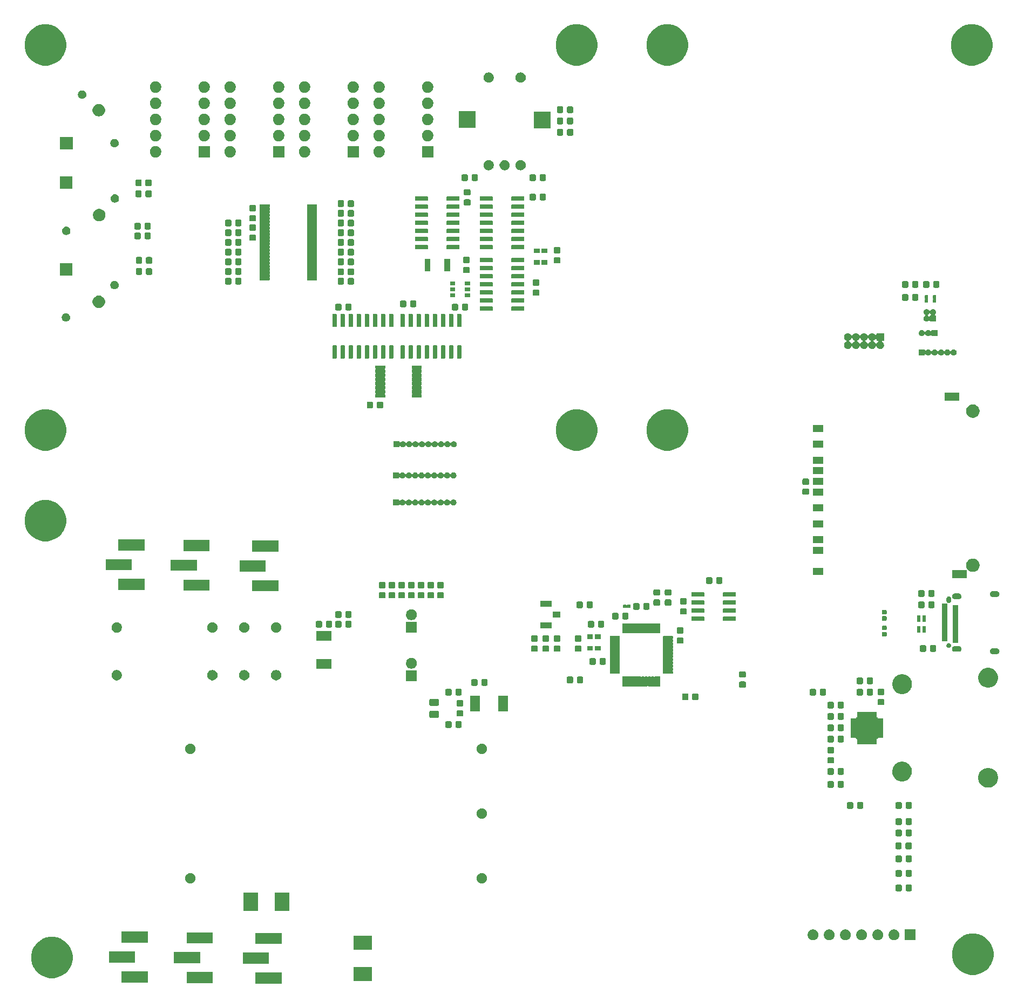
<source format=gbr>
%TF.GenerationSoftware,KiCad,Pcbnew,(5.1.6)-1*%
%TF.CreationDate,2020-09-27T15:43:18-07:00*%
%TF.ProjectId,ReflowOven,5265666c-6f77-44f7-9665-6e2e6b696361,rev?*%
%TF.SameCoordinates,Original*%
%TF.FileFunction,Soldermask,Top*%
%TF.FilePolarity,Negative*%
%FSLAX46Y46*%
G04 Gerber Fmt 4.6, Leading zero omitted, Abs format (unit mm)*
G04 Created by KiCad (PCBNEW (5.1.6)-1) date 2020-09-27 15:43:18*
%MOMM*%
%LPD*%
G01*
G04 APERTURE LIST*
%ADD10C,0.100000*%
G04 APERTURE END LIST*
D10*
G36*
X60423000Y-179118000D02*
G01*
X56323000Y-179118000D01*
X56323000Y-177368000D01*
X60423000Y-177368000D01*
X60423000Y-179118000D01*
G37*
G36*
X49623000Y-179018000D02*
G01*
X45523000Y-179018000D01*
X45523000Y-177268000D01*
X49623000Y-177268000D01*
X49623000Y-179018000D01*
G37*
G36*
X39423000Y-178918000D02*
G01*
X35323000Y-178918000D01*
X35323000Y-177168000D01*
X39423000Y-177168000D01*
X39423000Y-178918000D01*
G37*
G36*
X74602000Y-178713000D02*
G01*
X71702000Y-178713000D01*
X71702000Y-176463000D01*
X74602000Y-176463000D01*
X74602000Y-178713000D01*
G37*
G36*
X25331990Y-171880896D02*
G01*
X25331992Y-171880897D01*
X25331993Y-171880897D01*
X25341524Y-171884845D01*
X25923452Y-172125888D01*
X26078159Y-172229260D01*
X26455753Y-172481559D01*
X26908441Y-172934247D01*
X26955573Y-173004785D01*
X27264112Y-173466548D01*
X27509104Y-174058010D01*
X27634000Y-174685903D01*
X27634000Y-175326097D01*
X27509104Y-175953990D01*
X27509103Y-175953993D01*
X27463621Y-176063796D01*
X27264112Y-176545452D01*
X27220219Y-176611142D01*
X26908441Y-177077753D01*
X26455753Y-177530441D01*
X26317074Y-177623103D01*
X25923452Y-177886112D01*
X25505229Y-178059346D01*
X25331993Y-178131103D01*
X25331992Y-178131103D01*
X25331990Y-178131104D01*
X24704097Y-178256000D01*
X24063903Y-178256000D01*
X23436010Y-178131104D01*
X23436008Y-178131103D01*
X23436007Y-178131103D01*
X23262771Y-178059346D01*
X22844548Y-177886112D01*
X22450926Y-177623103D01*
X22312247Y-177530441D01*
X21859559Y-177077753D01*
X21547781Y-176611142D01*
X21503888Y-176545452D01*
X21304379Y-176063796D01*
X21258897Y-175953993D01*
X21258896Y-175953990D01*
X21134000Y-175326097D01*
X21134000Y-174685903D01*
X21258896Y-174058010D01*
X21503888Y-173466548D01*
X21812427Y-173004785D01*
X21859559Y-172934247D01*
X22312247Y-172481559D01*
X22689841Y-172229260D01*
X22844548Y-172125888D01*
X23426476Y-171884845D01*
X23436007Y-171880897D01*
X23436008Y-171880897D01*
X23436010Y-171880896D01*
X24063903Y-171756000D01*
X24704097Y-171756000D01*
X25331990Y-171880896D01*
G37*
G36*
X169777046Y-171372896D02*
G01*
X169777048Y-171372897D01*
X169777049Y-171372897D01*
X169950285Y-171444654D01*
X170368508Y-171617888D01*
X170563926Y-171748462D01*
X170900809Y-171973559D01*
X171353497Y-172426247D01*
X171385899Y-172474740D01*
X171709168Y-172958548D01*
X171872665Y-173353265D01*
X171919589Y-173466547D01*
X171954160Y-173550010D01*
X172079056Y-174177903D01*
X172079056Y-174818097D01*
X171954160Y-175445990D01*
X171709168Y-176037452D01*
X171633475Y-176150735D01*
X171353497Y-176569753D01*
X170900809Y-177022441D01*
X170756085Y-177119142D01*
X170368508Y-177378112D01*
X170194180Y-177450321D01*
X169777049Y-177623103D01*
X169777048Y-177623103D01*
X169777046Y-177623104D01*
X169149153Y-177748000D01*
X168508959Y-177748000D01*
X167881066Y-177623104D01*
X167881064Y-177623103D01*
X167881063Y-177623103D01*
X167463932Y-177450321D01*
X167289604Y-177378112D01*
X166902027Y-177119142D01*
X166757303Y-177022441D01*
X166304615Y-176569753D01*
X166024637Y-176150735D01*
X165948944Y-176037452D01*
X165703952Y-175445990D01*
X165579056Y-174818097D01*
X165579056Y-174177903D01*
X165703952Y-173550010D01*
X165738524Y-173466547D01*
X165785447Y-173353265D01*
X165948944Y-172958548D01*
X166272213Y-172474740D01*
X166304615Y-172426247D01*
X166757303Y-171973559D01*
X167094186Y-171748462D01*
X167289604Y-171617888D01*
X167707827Y-171444654D01*
X167881063Y-171372897D01*
X167881064Y-171372897D01*
X167881066Y-171372896D01*
X168508959Y-171248000D01*
X169149153Y-171248000D01*
X169777046Y-171372896D01*
G37*
G36*
X58423000Y-176008000D02*
G01*
X54323000Y-176008000D01*
X54323000Y-174258000D01*
X58423000Y-174258000D01*
X58423000Y-176008000D01*
G37*
G36*
X47623000Y-175908000D02*
G01*
X43523000Y-175908000D01*
X43523000Y-174158000D01*
X47623000Y-174158000D01*
X47623000Y-175908000D01*
G37*
G36*
X37423000Y-175808000D02*
G01*
X33323000Y-175808000D01*
X33323000Y-174058000D01*
X37423000Y-174058000D01*
X37423000Y-175808000D01*
G37*
G36*
X74602000Y-173803000D02*
G01*
X71702000Y-173803000D01*
X71702000Y-171553000D01*
X74602000Y-171553000D01*
X74602000Y-173803000D01*
G37*
G36*
X60423000Y-172898000D02*
G01*
X56323000Y-172898000D01*
X56323000Y-171148000D01*
X60423000Y-171148000D01*
X60423000Y-172898000D01*
G37*
G36*
X49623000Y-172798000D02*
G01*
X45523000Y-172798000D01*
X45523000Y-171048000D01*
X49623000Y-171048000D01*
X49623000Y-172798000D01*
G37*
G36*
X39423000Y-172698000D02*
G01*
X35323000Y-172698000D01*
X35323000Y-170948000D01*
X39423000Y-170948000D01*
X39423000Y-172698000D01*
G37*
G36*
X159854000Y-172300000D02*
G01*
X158154000Y-172300000D01*
X158154000Y-170600000D01*
X159854000Y-170600000D01*
X159854000Y-172300000D01*
G37*
G36*
X156711936Y-170632665D02*
G01*
X156711938Y-170632666D01*
X156711939Y-170632666D01*
X156866628Y-170696740D01*
X157005842Y-170789760D01*
X157124240Y-170908158D01*
X157217260Y-171047372D01*
X157258941Y-171148000D01*
X157281335Y-171202064D01*
X157314000Y-171366282D01*
X157314000Y-171533718D01*
X157287828Y-171665294D01*
X157281334Y-171697939D01*
X157217260Y-171852628D01*
X157124240Y-171991842D01*
X157005842Y-172110240D01*
X156866628Y-172203260D01*
X156711939Y-172267334D01*
X156711938Y-172267334D01*
X156711936Y-172267335D01*
X156547718Y-172300000D01*
X156380282Y-172300000D01*
X156216064Y-172267335D01*
X156216062Y-172267334D01*
X156216061Y-172267334D01*
X156061372Y-172203260D01*
X155922158Y-172110240D01*
X155803760Y-171991842D01*
X155710740Y-171852628D01*
X155646666Y-171697939D01*
X155640173Y-171665294D01*
X155614000Y-171533718D01*
X155614000Y-171366282D01*
X155646665Y-171202064D01*
X155669059Y-171148000D01*
X155710740Y-171047372D01*
X155803760Y-170908158D01*
X155922158Y-170789760D01*
X156061372Y-170696740D01*
X156216061Y-170632666D01*
X156216062Y-170632666D01*
X156216064Y-170632665D01*
X156380282Y-170600000D01*
X156547718Y-170600000D01*
X156711936Y-170632665D01*
G37*
G36*
X154171936Y-170632665D02*
G01*
X154171938Y-170632666D01*
X154171939Y-170632666D01*
X154326628Y-170696740D01*
X154465842Y-170789760D01*
X154584240Y-170908158D01*
X154677260Y-171047372D01*
X154718941Y-171148000D01*
X154741335Y-171202064D01*
X154774000Y-171366282D01*
X154774000Y-171533718D01*
X154747828Y-171665294D01*
X154741334Y-171697939D01*
X154677260Y-171852628D01*
X154584240Y-171991842D01*
X154465842Y-172110240D01*
X154326628Y-172203260D01*
X154171939Y-172267334D01*
X154171938Y-172267334D01*
X154171936Y-172267335D01*
X154007718Y-172300000D01*
X153840282Y-172300000D01*
X153676064Y-172267335D01*
X153676062Y-172267334D01*
X153676061Y-172267334D01*
X153521372Y-172203260D01*
X153382158Y-172110240D01*
X153263760Y-171991842D01*
X153170740Y-171852628D01*
X153106666Y-171697939D01*
X153100173Y-171665294D01*
X153074000Y-171533718D01*
X153074000Y-171366282D01*
X153106665Y-171202064D01*
X153129059Y-171148000D01*
X153170740Y-171047372D01*
X153263760Y-170908158D01*
X153382158Y-170789760D01*
X153521372Y-170696740D01*
X153676061Y-170632666D01*
X153676062Y-170632666D01*
X153676064Y-170632665D01*
X153840282Y-170600000D01*
X154007718Y-170600000D01*
X154171936Y-170632665D01*
G37*
G36*
X151631936Y-170632665D02*
G01*
X151631938Y-170632666D01*
X151631939Y-170632666D01*
X151786628Y-170696740D01*
X151925842Y-170789760D01*
X152044240Y-170908158D01*
X152137260Y-171047372D01*
X152178941Y-171148000D01*
X152201335Y-171202064D01*
X152234000Y-171366282D01*
X152234000Y-171533718D01*
X152207828Y-171665294D01*
X152201334Y-171697939D01*
X152137260Y-171852628D01*
X152044240Y-171991842D01*
X151925842Y-172110240D01*
X151786628Y-172203260D01*
X151631939Y-172267334D01*
X151631938Y-172267334D01*
X151631936Y-172267335D01*
X151467718Y-172300000D01*
X151300282Y-172300000D01*
X151136064Y-172267335D01*
X151136062Y-172267334D01*
X151136061Y-172267334D01*
X150981372Y-172203260D01*
X150842158Y-172110240D01*
X150723760Y-171991842D01*
X150630740Y-171852628D01*
X150566666Y-171697939D01*
X150560173Y-171665294D01*
X150534000Y-171533718D01*
X150534000Y-171366282D01*
X150566665Y-171202064D01*
X150589059Y-171148000D01*
X150630740Y-171047372D01*
X150723760Y-170908158D01*
X150842158Y-170789760D01*
X150981372Y-170696740D01*
X151136061Y-170632666D01*
X151136062Y-170632666D01*
X151136064Y-170632665D01*
X151300282Y-170600000D01*
X151467718Y-170600000D01*
X151631936Y-170632665D01*
G37*
G36*
X149091936Y-170632665D02*
G01*
X149091938Y-170632666D01*
X149091939Y-170632666D01*
X149246628Y-170696740D01*
X149385842Y-170789760D01*
X149504240Y-170908158D01*
X149597260Y-171047372D01*
X149638941Y-171148000D01*
X149661335Y-171202064D01*
X149694000Y-171366282D01*
X149694000Y-171533718D01*
X149667828Y-171665294D01*
X149661334Y-171697939D01*
X149597260Y-171852628D01*
X149504240Y-171991842D01*
X149385842Y-172110240D01*
X149246628Y-172203260D01*
X149091939Y-172267334D01*
X149091938Y-172267334D01*
X149091936Y-172267335D01*
X148927718Y-172300000D01*
X148760282Y-172300000D01*
X148596064Y-172267335D01*
X148596062Y-172267334D01*
X148596061Y-172267334D01*
X148441372Y-172203260D01*
X148302158Y-172110240D01*
X148183760Y-171991842D01*
X148090740Y-171852628D01*
X148026666Y-171697939D01*
X148020173Y-171665294D01*
X147994000Y-171533718D01*
X147994000Y-171366282D01*
X148026665Y-171202064D01*
X148049059Y-171148000D01*
X148090740Y-171047372D01*
X148183760Y-170908158D01*
X148302158Y-170789760D01*
X148441372Y-170696740D01*
X148596061Y-170632666D01*
X148596062Y-170632666D01*
X148596064Y-170632665D01*
X148760282Y-170600000D01*
X148927718Y-170600000D01*
X149091936Y-170632665D01*
G37*
G36*
X146551936Y-170632665D02*
G01*
X146551938Y-170632666D01*
X146551939Y-170632666D01*
X146706628Y-170696740D01*
X146845842Y-170789760D01*
X146964240Y-170908158D01*
X147057260Y-171047372D01*
X147098941Y-171148000D01*
X147121335Y-171202064D01*
X147154000Y-171366282D01*
X147154000Y-171533718D01*
X147127828Y-171665294D01*
X147121334Y-171697939D01*
X147057260Y-171852628D01*
X146964240Y-171991842D01*
X146845842Y-172110240D01*
X146706628Y-172203260D01*
X146551939Y-172267334D01*
X146551938Y-172267334D01*
X146551936Y-172267335D01*
X146387718Y-172300000D01*
X146220282Y-172300000D01*
X146056064Y-172267335D01*
X146056062Y-172267334D01*
X146056061Y-172267334D01*
X145901372Y-172203260D01*
X145762158Y-172110240D01*
X145643760Y-171991842D01*
X145550740Y-171852628D01*
X145486666Y-171697939D01*
X145480173Y-171665294D01*
X145454000Y-171533718D01*
X145454000Y-171366282D01*
X145486665Y-171202064D01*
X145509059Y-171148000D01*
X145550740Y-171047372D01*
X145643760Y-170908158D01*
X145762158Y-170789760D01*
X145901372Y-170696740D01*
X146056061Y-170632666D01*
X146056062Y-170632666D01*
X146056064Y-170632665D01*
X146220282Y-170600000D01*
X146387718Y-170600000D01*
X146551936Y-170632665D01*
G37*
G36*
X144011936Y-170632665D02*
G01*
X144011938Y-170632666D01*
X144011939Y-170632666D01*
X144166628Y-170696740D01*
X144305842Y-170789760D01*
X144424240Y-170908158D01*
X144517260Y-171047372D01*
X144558941Y-171148000D01*
X144581335Y-171202064D01*
X144614000Y-171366282D01*
X144614000Y-171533718D01*
X144587828Y-171665294D01*
X144581334Y-171697939D01*
X144517260Y-171852628D01*
X144424240Y-171991842D01*
X144305842Y-172110240D01*
X144166628Y-172203260D01*
X144011939Y-172267334D01*
X144011938Y-172267334D01*
X144011936Y-172267335D01*
X143847718Y-172300000D01*
X143680282Y-172300000D01*
X143516064Y-172267335D01*
X143516062Y-172267334D01*
X143516061Y-172267334D01*
X143361372Y-172203260D01*
X143222158Y-172110240D01*
X143103760Y-171991842D01*
X143010740Y-171852628D01*
X142946666Y-171697939D01*
X142940173Y-171665294D01*
X142914000Y-171533718D01*
X142914000Y-171366282D01*
X142946665Y-171202064D01*
X142969059Y-171148000D01*
X143010740Y-171047372D01*
X143103760Y-170908158D01*
X143222158Y-170789760D01*
X143361372Y-170696740D01*
X143516061Y-170632666D01*
X143516062Y-170632666D01*
X143516064Y-170632665D01*
X143680282Y-170600000D01*
X143847718Y-170600000D01*
X144011936Y-170632665D01*
G37*
G36*
X56709000Y-167693000D02*
G01*
X54459000Y-167693000D01*
X54459000Y-164793000D01*
X56709000Y-164793000D01*
X56709000Y-167693000D01*
G37*
G36*
X61619000Y-167693000D02*
G01*
X59369000Y-167693000D01*
X59369000Y-164793000D01*
X61619000Y-164793000D01*
X61619000Y-167693000D01*
G37*
G36*
X159106958Y-163563198D02*
G01*
X159143208Y-163574194D01*
X159176623Y-163592055D01*
X159205910Y-163616090D01*
X159229945Y-163645377D01*
X159247806Y-163678792D01*
X159258802Y-163715042D01*
X159263000Y-163757667D01*
X159263000Y-164410333D01*
X159258802Y-164452958D01*
X159247806Y-164489208D01*
X159229945Y-164522623D01*
X159205910Y-164551910D01*
X159176623Y-164575945D01*
X159143208Y-164593806D01*
X159106958Y-164604802D01*
X159064333Y-164609000D01*
X158486667Y-164609000D01*
X158444042Y-164604802D01*
X158407792Y-164593806D01*
X158374377Y-164575945D01*
X158345090Y-164551910D01*
X158321055Y-164522623D01*
X158303194Y-164489208D01*
X158292198Y-164452958D01*
X158288000Y-164410333D01*
X158288000Y-163757667D01*
X158292198Y-163715042D01*
X158303194Y-163678792D01*
X158321055Y-163645377D01*
X158345090Y-163616090D01*
X158374377Y-163592055D01*
X158407792Y-163574194D01*
X158444042Y-163563198D01*
X158486667Y-163559000D01*
X159064333Y-163559000D01*
X159106958Y-163563198D01*
G37*
G36*
X157531958Y-163563198D02*
G01*
X157568208Y-163574194D01*
X157601623Y-163592055D01*
X157630910Y-163616090D01*
X157654945Y-163645377D01*
X157672806Y-163678792D01*
X157683802Y-163715042D01*
X157688000Y-163757667D01*
X157688000Y-164410333D01*
X157683802Y-164452958D01*
X157672806Y-164489208D01*
X157654945Y-164522623D01*
X157630910Y-164551910D01*
X157601623Y-164575945D01*
X157568208Y-164593806D01*
X157531958Y-164604802D01*
X157489333Y-164609000D01*
X156911667Y-164609000D01*
X156869042Y-164604802D01*
X156832792Y-164593806D01*
X156799377Y-164575945D01*
X156770090Y-164551910D01*
X156746055Y-164522623D01*
X156728194Y-164489208D01*
X156717198Y-164452958D01*
X156713000Y-164410333D01*
X156713000Y-163757667D01*
X156717198Y-163715042D01*
X156728194Y-163678792D01*
X156746055Y-163645377D01*
X156770090Y-163616090D01*
X156799377Y-163592055D01*
X156832792Y-163574194D01*
X156869042Y-163563198D01*
X156911667Y-163559000D01*
X157489333Y-163559000D01*
X157531958Y-163563198D01*
G37*
G36*
X46259414Y-161763603D02*
G01*
X46337854Y-161779205D01*
X46485628Y-161840416D01*
X46618619Y-161929277D01*
X46731723Y-162042381D01*
X46820584Y-162175372D01*
X46881795Y-162323146D01*
X46913000Y-162480027D01*
X46913000Y-162639973D01*
X46881795Y-162796854D01*
X46820584Y-162944628D01*
X46731723Y-163077619D01*
X46618619Y-163190723D01*
X46485628Y-163279584D01*
X46337854Y-163340795D01*
X46259413Y-163356398D01*
X46180975Y-163372000D01*
X46021025Y-163372000D01*
X45942587Y-163356398D01*
X45864146Y-163340795D01*
X45716372Y-163279584D01*
X45583381Y-163190723D01*
X45470277Y-163077619D01*
X45381416Y-162944628D01*
X45320205Y-162796854D01*
X45289000Y-162639973D01*
X45289000Y-162480027D01*
X45320205Y-162323146D01*
X45381416Y-162175372D01*
X45470277Y-162042381D01*
X45583381Y-161929277D01*
X45716372Y-161840416D01*
X45864146Y-161779205D01*
X45942586Y-161763603D01*
X46021025Y-161748000D01*
X46180975Y-161748000D01*
X46259414Y-161763603D01*
G37*
G36*
X91979414Y-161763603D02*
G01*
X92057854Y-161779205D01*
X92205628Y-161840416D01*
X92338619Y-161929277D01*
X92451723Y-162042381D01*
X92540584Y-162175372D01*
X92601795Y-162323146D01*
X92633000Y-162480027D01*
X92633000Y-162639973D01*
X92601795Y-162796854D01*
X92540584Y-162944628D01*
X92451723Y-163077619D01*
X92338619Y-163190723D01*
X92205628Y-163279584D01*
X92057854Y-163340795D01*
X91979413Y-163356398D01*
X91900975Y-163372000D01*
X91741025Y-163372000D01*
X91662587Y-163356398D01*
X91584146Y-163340795D01*
X91436372Y-163279584D01*
X91303381Y-163190723D01*
X91190277Y-163077619D01*
X91101416Y-162944628D01*
X91040205Y-162796854D01*
X91009000Y-162639973D01*
X91009000Y-162480027D01*
X91040205Y-162323146D01*
X91101416Y-162175372D01*
X91190277Y-162042381D01*
X91303381Y-161929277D01*
X91436372Y-161840416D01*
X91584146Y-161779205D01*
X91662586Y-161763603D01*
X91741025Y-161748000D01*
X91900975Y-161748000D01*
X91979414Y-161763603D01*
G37*
G36*
X159106958Y-161277198D02*
G01*
X159143208Y-161288194D01*
X159176623Y-161306055D01*
X159205910Y-161330090D01*
X159229945Y-161359377D01*
X159247806Y-161392792D01*
X159258802Y-161429042D01*
X159263000Y-161471667D01*
X159263000Y-162124333D01*
X159258802Y-162166958D01*
X159247806Y-162203208D01*
X159229945Y-162236623D01*
X159205910Y-162265910D01*
X159176623Y-162289945D01*
X159143208Y-162307806D01*
X159106958Y-162318802D01*
X159064333Y-162323000D01*
X158486667Y-162323000D01*
X158444042Y-162318802D01*
X158407792Y-162307806D01*
X158374377Y-162289945D01*
X158345090Y-162265910D01*
X158321055Y-162236623D01*
X158303194Y-162203208D01*
X158292198Y-162166958D01*
X158288000Y-162124333D01*
X158288000Y-161471667D01*
X158292198Y-161429042D01*
X158303194Y-161392792D01*
X158321055Y-161359377D01*
X158345090Y-161330090D01*
X158374377Y-161306055D01*
X158407792Y-161288194D01*
X158444042Y-161277198D01*
X158486667Y-161273000D01*
X159064333Y-161273000D01*
X159106958Y-161277198D01*
G37*
G36*
X157531958Y-161277198D02*
G01*
X157568208Y-161288194D01*
X157601623Y-161306055D01*
X157630910Y-161330090D01*
X157654945Y-161359377D01*
X157672806Y-161392792D01*
X157683802Y-161429042D01*
X157688000Y-161471667D01*
X157688000Y-162124333D01*
X157683802Y-162166958D01*
X157672806Y-162203208D01*
X157654945Y-162236623D01*
X157630910Y-162265910D01*
X157601623Y-162289945D01*
X157568208Y-162307806D01*
X157531958Y-162318802D01*
X157489333Y-162323000D01*
X156911667Y-162323000D01*
X156869042Y-162318802D01*
X156832792Y-162307806D01*
X156799377Y-162289945D01*
X156770090Y-162265910D01*
X156746055Y-162236623D01*
X156728194Y-162203208D01*
X156717198Y-162166958D01*
X156713000Y-162124333D01*
X156713000Y-161471667D01*
X156717198Y-161429042D01*
X156728194Y-161392792D01*
X156746055Y-161359377D01*
X156770090Y-161330090D01*
X156799377Y-161306055D01*
X156832792Y-161288194D01*
X156869042Y-161277198D01*
X156911667Y-161273000D01*
X157489333Y-161273000D01*
X157531958Y-161277198D01*
G37*
G36*
X159106958Y-158991198D02*
G01*
X159143208Y-159002194D01*
X159176623Y-159020055D01*
X159205910Y-159044090D01*
X159229945Y-159073377D01*
X159247806Y-159106792D01*
X159258802Y-159143042D01*
X159263000Y-159185667D01*
X159263000Y-159838333D01*
X159258802Y-159880958D01*
X159247806Y-159917208D01*
X159229945Y-159950623D01*
X159205910Y-159979910D01*
X159176623Y-160003945D01*
X159143208Y-160021806D01*
X159106958Y-160032802D01*
X159064333Y-160037000D01*
X158486667Y-160037000D01*
X158444042Y-160032802D01*
X158407792Y-160021806D01*
X158374377Y-160003945D01*
X158345090Y-159979910D01*
X158321055Y-159950623D01*
X158303194Y-159917208D01*
X158292198Y-159880958D01*
X158288000Y-159838333D01*
X158288000Y-159185667D01*
X158292198Y-159143042D01*
X158303194Y-159106792D01*
X158321055Y-159073377D01*
X158345090Y-159044090D01*
X158374377Y-159020055D01*
X158407792Y-159002194D01*
X158444042Y-158991198D01*
X158486667Y-158987000D01*
X159064333Y-158987000D01*
X159106958Y-158991198D01*
G37*
G36*
X157531958Y-158991198D02*
G01*
X157568208Y-159002194D01*
X157601623Y-159020055D01*
X157630910Y-159044090D01*
X157654945Y-159073377D01*
X157672806Y-159106792D01*
X157683802Y-159143042D01*
X157688000Y-159185667D01*
X157688000Y-159838333D01*
X157683802Y-159880958D01*
X157672806Y-159917208D01*
X157654945Y-159950623D01*
X157630910Y-159979910D01*
X157601623Y-160003945D01*
X157568208Y-160021806D01*
X157531958Y-160032802D01*
X157489333Y-160037000D01*
X156911667Y-160037000D01*
X156869042Y-160032802D01*
X156832792Y-160021806D01*
X156799377Y-160003945D01*
X156770090Y-159979910D01*
X156746055Y-159950623D01*
X156728194Y-159917208D01*
X156717198Y-159880958D01*
X156713000Y-159838333D01*
X156713000Y-159185667D01*
X156717198Y-159143042D01*
X156728194Y-159106792D01*
X156746055Y-159073377D01*
X156770090Y-159044090D01*
X156799377Y-159020055D01*
X156832792Y-159002194D01*
X156869042Y-158991198D01*
X156911667Y-158987000D01*
X157489333Y-158987000D01*
X157531958Y-158991198D01*
G37*
G36*
X159081458Y-156959198D02*
G01*
X159117708Y-156970194D01*
X159151123Y-156988055D01*
X159180410Y-157012090D01*
X159204445Y-157041377D01*
X159222306Y-157074792D01*
X159233302Y-157111042D01*
X159237500Y-157153667D01*
X159237500Y-157806333D01*
X159233302Y-157848958D01*
X159222306Y-157885208D01*
X159204445Y-157918623D01*
X159180410Y-157947910D01*
X159151123Y-157971945D01*
X159117708Y-157989806D01*
X159081458Y-158000802D01*
X159038833Y-158005000D01*
X158461167Y-158005000D01*
X158418542Y-158000802D01*
X158382292Y-157989806D01*
X158348877Y-157971945D01*
X158319590Y-157947910D01*
X158295555Y-157918623D01*
X158277694Y-157885208D01*
X158266698Y-157848958D01*
X158262500Y-157806333D01*
X158262500Y-157153667D01*
X158266698Y-157111042D01*
X158277694Y-157074792D01*
X158295555Y-157041377D01*
X158319590Y-157012090D01*
X158348877Y-156988055D01*
X158382292Y-156970194D01*
X158418542Y-156959198D01*
X158461167Y-156955000D01*
X159038833Y-156955000D01*
X159081458Y-156959198D01*
G37*
G36*
X157506458Y-156959198D02*
G01*
X157542708Y-156970194D01*
X157576123Y-156988055D01*
X157605410Y-157012090D01*
X157629445Y-157041377D01*
X157647306Y-157074792D01*
X157658302Y-157111042D01*
X157662500Y-157153667D01*
X157662500Y-157806333D01*
X157658302Y-157848958D01*
X157647306Y-157885208D01*
X157629445Y-157918623D01*
X157605410Y-157947910D01*
X157576123Y-157971945D01*
X157542708Y-157989806D01*
X157506458Y-158000802D01*
X157463833Y-158005000D01*
X156886167Y-158005000D01*
X156843542Y-158000802D01*
X156807292Y-157989806D01*
X156773877Y-157971945D01*
X156744590Y-157947910D01*
X156720555Y-157918623D01*
X156702694Y-157885208D01*
X156691698Y-157848958D01*
X156687500Y-157806333D01*
X156687500Y-157153667D01*
X156691698Y-157111042D01*
X156702694Y-157074792D01*
X156720555Y-157041377D01*
X156744590Y-157012090D01*
X156773877Y-156988055D01*
X156807292Y-156970194D01*
X156843542Y-156959198D01*
X156886167Y-156955000D01*
X157463833Y-156955000D01*
X157506458Y-156959198D01*
G37*
G36*
X159106958Y-154927198D02*
G01*
X159143208Y-154938194D01*
X159176623Y-154956055D01*
X159205910Y-154980090D01*
X159229945Y-155009377D01*
X159247806Y-155042792D01*
X159258802Y-155079042D01*
X159263000Y-155121667D01*
X159263000Y-155774333D01*
X159258802Y-155816958D01*
X159247806Y-155853208D01*
X159229945Y-155886623D01*
X159205910Y-155915910D01*
X159176623Y-155939945D01*
X159143208Y-155957806D01*
X159106958Y-155968802D01*
X159064333Y-155973000D01*
X158486667Y-155973000D01*
X158444042Y-155968802D01*
X158407792Y-155957806D01*
X158374377Y-155939945D01*
X158345090Y-155915910D01*
X158321055Y-155886623D01*
X158303194Y-155853208D01*
X158292198Y-155816958D01*
X158288000Y-155774333D01*
X158288000Y-155121667D01*
X158292198Y-155079042D01*
X158303194Y-155042792D01*
X158321055Y-155009377D01*
X158345090Y-154980090D01*
X158374377Y-154956055D01*
X158407792Y-154938194D01*
X158444042Y-154927198D01*
X158486667Y-154923000D01*
X159064333Y-154923000D01*
X159106958Y-154927198D01*
G37*
G36*
X157531958Y-154927198D02*
G01*
X157568208Y-154938194D01*
X157601623Y-154956055D01*
X157630910Y-154980090D01*
X157654945Y-155009377D01*
X157672806Y-155042792D01*
X157683802Y-155079042D01*
X157688000Y-155121667D01*
X157688000Y-155774333D01*
X157683802Y-155816958D01*
X157672806Y-155853208D01*
X157654945Y-155886623D01*
X157630910Y-155915910D01*
X157601623Y-155939945D01*
X157568208Y-155957806D01*
X157531958Y-155968802D01*
X157489333Y-155973000D01*
X156911667Y-155973000D01*
X156869042Y-155968802D01*
X156832792Y-155957806D01*
X156799377Y-155939945D01*
X156770090Y-155915910D01*
X156746055Y-155886623D01*
X156728194Y-155853208D01*
X156717198Y-155816958D01*
X156713000Y-155774333D01*
X156713000Y-155121667D01*
X156717198Y-155079042D01*
X156728194Y-155042792D01*
X156746055Y-155009377D01*
X156770090Y-154980090D01*
X156799377Y-154956055D01*
X156832792Y-154938194D01*
X156869042Y-154927198D01*
X156911667Y-154923000D01*
X157489333Y-154923000D01*
X157531958Y-154927198D01*
G37*
G36*
X157531958Y-153149198D02*
G01*
X157568208Y-153160194D01*
X157601623Y-153178055D01*
X157630910Y-153202090D01*
X157654945Y-153231377D01*
X157672806Y-153264792D01*
X157683802Y-153301042D01*
X157688000Y-153343667D01*
X157688000Y-153996333D01*
X157683802Y-154038958D01*
X157672806Y-154075208D01*
X157654945Y-154108623D01*
X157630910Y-154137910D01*
X157601623Y-154161945D01*
X157568208Y-154179806D01*
X157531958Y-154190802D01*
X157489333Y-154195000D01*
X156911667Y-154195000D01*
X156869042Y-154190802D01*
X156832792Y-154179806D01*
X156799377Y-154161945D01*
X156770090Y-154137910D01*
X156746055Y-154108623D01*
X156728194Y-154075208D01*
X156717198Y-154038958D01*
X156713000Y-153996333D01*
X156713000Y-153343667D01*
X156717198Y-153301042D01*
X156728194Y-153264792D01*
X156746055Y-153231377D01*
X156770090Y-153202090D01*
X156799377Y-153178055D01*
X156832792Y-153160194D01*
X156869042Y-153149198D01*
X156911667Y-153145000D01*
X157489333Y-153145000D01*
X157531958Y-153149198D01*
G37*
G36*
X159106958Y-153149198D02*
G01*
X159143208Y-153160194D01*
X159176623Y-153178055D01*
X159205910Y-153202090D01*
X159229945Y-153231377D01*
X159247806Y-153264792D01*
X159258802Y-153301042D01*
X159263000Y-153343667D01*
X159263000Y-153996333D01*
X159258802Y-154038958D01*
X159247806Y-154075208D01*
X159229945Y-154108623D01*
X159205910Y-154137910D01*
X159176623Y-154161945D01*
X159143208Y-154179806D01*
X159106958Y-154190802D01*
X159064333Y-154195000D01*
X158486667Y-154195000D01*
X158444042Y-154190802D01*
X158407792Y-154179806D01*
X158374377Y-154161945D01*
X158345090Y-154137910D01*
X158321055Y-154108623D01*
X158303194Y-154075208D01*
X158292198Y-154038958D01*
X158288000Y-153996333D01*
X158288000Y-153343667D01*
X158292198Y-153301042D01*
X158303194Y-153264792D01*
X158321055Y-153231377D01*
X158345090Y-153202090D01*
X158374377Y-153178055D01*
X158407792Y-153160194D01*
X158444042Y-153149198D01*
X158486667Y-153145000D01*
X159064333Y-153145000D01*
X159106958Y-153149198D01*
G37*
G36*
X91979413Y-151603602D02*
G01*
X92057854Y-151619205D01*
X92205628Y-151680416D01*
X92338619Y-151769277D01*
X92451723Y-151882381D01*
X92540584Y-152015372D01*
X92601795Y-152163146D01*
X92633000Y-152320027D01*
X92633000Y-152479973D01*
X92601795Y-152636854D01*
X92540584Y-152784628D01*
X92451723Y-152917619D01*
X92338619Y-153030723D01*
X92205628Y-153119584D01*
X92057854Y-153180795D01*
X91979414Y-153196397D01*
X91900975Y-153212000D01*
X91741025Y-153212000D01*
X91662586Y-153196397D01*
X91584146Y-153180795D01*
X91436372Y-153119584D01*
X91303381Y-153030723D01*
X91190277Y-152917619D01*
X91101416Y-152784628D01*
X91040205Y-152636854D01*
X91009000Y-152479973D01*
X91009000Y-152320027D01*
X91040205Y-152163146D01*
X91101416Y-152015372D01*
X91190277Y-151882381D01*
X91303381Y-151769277D01*
X91436372Y-151680416D01*
X91584146Y-151619205D01*
X91662587Y-151603602D01*
X91741025Y-151588000D01*
X91900975Y-151588000D01*
X91979413Y-151603602D01*
G37*
G36*
X159106958Y-150609198D02*
G01*
X159143208Y-150620194D01*
X159176623Y-150638055D01*
X159205910Y-150662090D01*
X159229945Y-150691377D01*
X159247806Y-150724792D01*
X159258802Y-150761042D01*
X159263000Y-150803667D01*
X159263000Y-151456333D01*
X159258802Y-151498958D01*
X159247806Y-151535208D01*
X159229945Y-151568623D01*
X159205910Y-151597910D01*
X159176623Y-151621945D01*
X159143208Y-151639806D01*
X159106958Y-151650802D01*
X159064333Y-151655000D01*
X158486667Y-151655000D01*
X158444042Y-151650802D01*
X158407792Y-151639806D01*
X158374377Y-151621945D01*
X158345090Y-151597910D01*
X158321055Y-151568623D01*
X158303194Y-151535208D01*
X158292198Y-151498958D01*
X158288000Y-151456333D01*
X158288000Y-150803667D01*
X158292198Y-150761042D01*
X158303194Y-150724792D01*
X158321055Y-150691377D01*
X158345090Y-150662090D01*
X158374377Y-150638055D01*
X158407792Y-150620194D01*
X158444042Y-150609198D01*
X158486667Y-150605000D01*
X159064333Y-150605000D01*
X159106958Y-150609198D01*
G37*
G36*
X149911958Y-150609198D02*
G01*
X149948208Y-150620194D01*
X149981623Y-150638055D01*
X150010910Y-150662090D01*
X150034945Y-150691377D01*
X150052806Y-150724792D01*
X150063802Y-150761042D01*
X150068000Y-150803667D01*
X150068000Y-151456333D01*
X150063802Y-151498958D01*
X150052806Y-151535208D01*
X150034945Y-151568623D01*
X150010910Y-151597910D01*
X149981623Y-151621945D01*
X149948208Y-151639806D01*
X149911958Y-151650802D01*
X149869333Y-151655000D01*
X149291667Y-151655000D01*
X149249042Y-151650802D01*
X149212792Y-151639806D01*
X149179377Y-151621945D01*
X149150090Y-151597910D01*
X149126055Y-151568623D01*
X149108194Y-151535208D01*
X149097198Y-151498958D01*
X149093000Y-151456333D01*
X149093000Y-150803667D01*
X149097198Y-150761042D01*
X149108194Y-150724792D01*
X149126055Y-150691377D01*
X149150090Y-150662090D01*
X149179377Y-150638055D01*
X149212792Y-150620194D01*
X149249042Y-150609198D01*
X149291667Y-150605000D01*
X149869333Y-150605000D01*
X149911958Y-150609198D01*
G37*
G36*
X157531958Y-150609198D02*
G01*
X157568208Y-150620194D01*
X157601623Y-150638055D01*
X157630910Y-150662090D01*
X157654945Y-150691377D01*
X157672806Y-150724792D01*
X157683802Y-150761042D01*
X157688000Y-150803667D01*
X157688000Y-151456333D01*
X157683802Y-151498958D01*
X157672806Y-151535208D01*
X157654945Y-151568623D01*
X157630910Y-151597910D01*
X157601623Y-151621945D01*
X157568208Y-151639806D01*
X157531958Y-151650802D01*
X157489333Y-151655000D01*
X156911667Y-151655000D01*
X156869042Y-151650802D01*
X156832792Y-151639806D01*
X156799377Y-151621945D01*
X156770090Y-151597910D01*
X156746055Y-151568623D01*
X156728194Y-151535208D01*
X156717198Y-151498958D01*
X156713000Y-151456333D01*
X156713000Y-150803667D01*
X156717198Y-150761042D01*
X156728194Y-150724792D01*
X156746055Y-150691377D01*
X156770090Y-150662090D01*
X156799377Y-150638055D01*
X156832792Y-150620194D01*
X156869042Y-150609198D01*
X156911667Y-150605000D01*
X157489333Y-150605000D01*
X157531958Y-150609198D01*
G37*
G36*
X151486958Y-150609198D02*
G01*
X151523208Y-150620194D01*
X151556623Y-150638055D01*
X151585910Y-150662090D01*
X151609945Y-150691377D01*
X151627806Y-150724792D01*
X151638802Y-150761042D01*
X151643000Y-150803667D01*
X151643000Y-151456333D01*
X151638802Y-151498958D01*
X151627806Y-151535208D01*
X151609945Y-151568623D01*
X151585910Y-151597910D01*
X151556623Y-151621945D01*
X151523208Y-151639806D01*
X151486958Y-151650802D01*
X151444333Y-151655000D01*
X150866667Y-151655000D01*
X150824042Y-151650802D01*
X150787792Y-151639806D01*
X150754377Y-151621945D01*
X150725090Y-151597910D01*
X150701055Y-151568623D01*
X150683194Y-151535208D01*
X150672198Y-151498958D01*
X150668000Y-151456333D01*
X150668000Y-150803667D01*
X150672198Y-150761042D01*
X150683194Y-150724792D01*
X150701055Y-150691377D01*
X150725090Y-150662090D01*
X150754377Y-150638055D01*
X150787792Y-150620194D01*
X150824042Y-150609198D01*
X150866667Y-150605000D01*
X151444333Y-150605000D01*
X151486958Y-150609198D01*
G37*
G36*
X148438958Y-147307198D02*
G01*
X148475208Y-147318194D01*
X148508623Y-147336055D01*
X148537910Y-147360090D01*
X148561945Y-147389377D01*
X148579806Y-147422792D01*
X148590802Y-147459042D01*
X148595000Y-147501667D01*
X148595000Y-148154333D01*
X148590802Y-148196958D01*
X148579806Y-148233208D01*
X148561945Y-148266623D01*
X148537910Y-148295910D01*
X148508623Y-148319945D01*
X148475208Y-148337806D01*
X148438958Y-148348802D01*
X148396333Y-148353000D01*
X147818667Y-148353000D01*
X147776042Y-148348802D01*
X147739792Y-148337806D01*
X147706377Y-148319945D01*
X147677090Y-148295910D01*
X147653055Y-148266623D01*
X147635194Y-148233208D01*
X147624198Y-148196958D01*
X147620000Y-148154333D01*
X147620000Y-147501667D01*
X147624198Y-147459042D01*
X147635194Y-147422792D01*
X147653055Y-147389377D01*
X147677090Y-147360090D01*
X147706377Y-147336055D01*
X147739792Y-147318194D01*
X147776042Y-147307198D01*
X147818667Y-147303000D01*
X148396333Y-147303000D01*
X148438958Y-147307198D01*
G37*
G36*
X146863958Y-147307198D02*
G01*
X146900208Y-147318194D01*
X146933623Y-147336055D01*
X146962910Y-147360090D01*
X146986945Y-147389377D01*
X147004806Y-147422792D01*
X147015802Y-147459042D01*
X147020000Y-147501667D01*
X147020000Y-148154333D01*
X147015802Y-148196958D01*
X147004806Y-148233208D01*
X146986945Y-148266623D01*
X146962910Y-148295910D01*
X146933623Y-148319945D01*
X146900208Y-148337806D01*
X146863958Y-148348802D01*
X146821333Y-148353000D01*
X146243667Y-148353000D01*
X146201042Y-148348802D01*
X146164792Y-148337806D01*
X146131377Y-148319945D01*
X146102090Y-148295910D01*
X146078055Y-148266623D01*
X146060194Y-148233208D01*
X146049198Y-148196958D01*
X146045000Y-148154333D01*
X146045000Y-147501667D01*
X146049198Y-147459042D01*
X146060194Y-147422792D01*
X146078055Y-147389377D01*
X146102090Y-147360090D01*
X146131377Y-147336055D01*
X146164792Y-147318194D01*
X146201042Y-147307198D01*
X146243667Y-147303000D01*
X146821333Y-147303000D01*
X146863958Y-147307198D01*
G37*
G36*
X171686118Y-145305565D02*
G01*
X171686120Y-145305566D01*
X171686121Y-145305566D01*
X171851365Y-145374013D01*
X171965938Y-145421471D01*
X171968202Y-145422409D01*
X172035232Y-145467197D01*
X172222068Y-145592036D01*
X172437964Y-145807932D01*
X172607592Y-146061800D01*
X172724435Y-146343882D01*
X172784000Y-146643338D01*
X172784000Y-146948662D01*
X172740055Y-147169592D01*
X172724434Y-147248121D01*
X172694017Y-147321554D01*
X172607592Y-147530200D01*
X172437964Y-147784068D01*
X172222068Y-147999964D01*
X172095134Y-148084778D01*
X171968202Y-148169591D01*
X171968201Y-148169592D01*
X171968200Y-148169592D01*
X171851365Y-148217987D01*
X171686121Y-148286434D01*
X171686120Y-148286434D01*
X171686118Y-148286435D01*
X171386662Y-148346000D01*
X171081338Y-148346000D01*
X170781882Y-148286435D01*
X170781880Y-148286434D01*
X170781879Y-148286434D01*
X170616635Y-148217987D01*
X170499800Y-148169592D01*
X170499799Y-148169592D01*
X170499798Y-148169591D01*
X170372866Y-148084778D01*
X170245932Y-147999964D01*
X170030036Y-147784068D01*
X169860408Y-147530200D01*
X169773983Y-147321554D01*
X169743566Y-147248121D01*
X169727946Y-147169592D01*
X169684000Y-146948662D01*
X169684000Y-146643338D01*
X169743565Y-146343882D01*
X169860408Y-146061800D01*
X170030036Y-145807932D01*
X170245932Y-145592036D01*
X170432768Y-145467197D01*
X170499798Y-145422409D01*
X170502063Y-145421471D01*
X170616635Y-145374013D01*
X170781879Y-145305566D01*
X170781880Y-145305566D01*
X170781882Y-145305565D01*
X171081338Y-145246000D01*
X171386662Y-145246000D01*
X171686118Y-145305565D01*
G37*
G36*
X158186118Y-144305565D02*
G01*
X158186120Y-144305566D01*
X158186121Y-144305566D01*
X158468202Y-144422409D01*
X158523873Y-144459607D01*
X158722068Y-144592036D01*
X158937964Y-144807932D01*
X158937965Y-144807934D01*
X159107591Y-145061798D01*
X159208564Y-145305565D01*
X159224435Y-145343882D01*
X159284000Y-145643338D01*
X159284000Y-145948662D01*
X159233766Y-146201208D01*
X159224434Y-146248121D01*
X159200540Y-146305806D01*
X159107592Y-146530200D01*
X158937964Y-146784068D01*
X158722068Y-146999964D01*
X158595134Y-147084778D01*
X158468202Y-147169591D01*
X158186121Y-147286434D01*
X158186120Y-147286434D01*
X158186118Y-147286435D01*
X157886662Y-147346000D01*
X157581338Y-147346000D01*
X157281882Y-147286435D01*
X157281880Y-147286434D01*
X157281879Y-147286434D01*
X156999798Y-147169591D01*
X156872866Y-147084778D01*
X156745932Y-146999964D01*
X156530036Y-146784068D01*
X156360408Y-146530200D01*
X156267460Y-146305806D01*
X156243566Y-146248121D01*
X156234235Y-146201208D01*
X156184000Y-145948662D01*
X156184000Y-145643338D01*
X156243565Y-145343882D01*
X156259437Y-145305565D01*
X156360409Y-145061798D01*
X156530035Y-144807934D01*
X156530036Y-144807932D01*
X156745932Y-144592036D01*
X156944127Y-144459607D01*
X156999798Y-144422409D01*
X157281879Y-144305566D01*
X157281880Y-144305566D01*
X157281882Y-144305565D01*
X157581338Y-144246000D01*
X157886662Y-144246000D01*
X158186118Y-144305565D01*
G37*
G36*
X146863958Y-145275198D02*
G01*
X146900208Y-145286194D01*
X146933623Y-145304055D01*
X146962910Y-145328090D01*
X146986945Y-145357377D01*
X147004806Y-145390792D01*
X147015802Y-145427042D01*
X147020000Y-145469667D01*
X147020000Y-146122333D01*
X147015802Y-146164958D01*
X147004806Y-146201208D01*
X146986945Y-146234623D01*
X146962910Y-146263910D01*
X146933623Y-146287945D01*
X146900208Y-146305806D01*
X146863958Y-146316802D01*
X146821333Y-146321000D01*
X146243667Y-146321000D01*
X146201042Y-146316802D01*
X146164792Y-146305806D01*
X146131377Y-146287945D01*
X146102090Y-146263910D01*
X146078055Y-146234623D01*
X146060194Y-146201208D01*
X146049198Y-146164958D01*
X146045000Y-146122333D01*
X146045000Y-145469667D01*
X146049198Y-145427042D01*
X146060194Y-145390792D01*
X146078055Y-145357377D01*
X146102090Y-145328090D01*
X146131377Y-145304055D01*
X146164792Y-145286194D01*
X146201042Y-145275198D01*
X146243667Y-145271000D01*
X146821333Y-145271000D01*
X146863958Y-145275198D01*
G37*
G36*
X148438958Y-145275198D02*
G01*
X148475208Y-145286194D01*
X148508623Y-145304055D01*
X148537910Y-145328090D01*
X148561945Y-145357377D01*
X148579806Y-145390792D01*
X148590802Y-145427042D01*
X148595000Y-145469667D01*
X148595000Y-146122333D01*
X148590802Y-146164958D01*
X148579806Y-146201208D01*
X148561945Y-146234623D01*
X148537910Y-146263910D01*
X148508623Y-146287945D01*
X148475208Y-146305806D01*
X148438958Y-146316802D01*
X148396333Y-146321000D01*
X147818667Y-146321000D01*
X147776042Y-146316802D01*
X147739792Y-146305806D01*
X147706377Y-146287945D01*
X147677090Y-146263910D01*
X147653055Y-146234623D01*
X147635194Y-146201208D01*
X147624198Y-146164958D01*
X147620000Y-146122333D01*
X147620000Y-145469667D01*
X147624198Y-145427042D01*
X147635194Y-145390792D01*
X147653055Y-145357377D01*
X147677090Y-145328090D01*
X147706377Y-145304055D01*
X147739792Y-145286194D01*
X147776042Y-145275198D01*
X147818667Y-145271000D01*
X148396333Y-145271000D01*
X148438958Y-145275198D01*
G37*
G36*
X146926958Y-143560198D02*
G01*
X146963208Y-143571194D01*
X146996623Y-143589055D01*
X147025910Y-143613090D01*
X147049945Y-143642377D01*
X147067806Y-143675792D01*
X147078802Y-143712042D01*
X147083000Y-143754667D01*
X147083000Y-144332333D01*
X147078802Y-144374958D01*
X147067806Y-144411208D01*
X147049945Y-144444623D01*
X147025910Y-144473910D01*
X146996623Y-144497945D01*
X146963208Y-144515806D01*
X146926958Y-144526802D01*
X146884333Y-144531000D01*
X146231667Y-144531000D01*
X146189042Y-144526802D01*
X146152792Y-144515806D01*
X146119377Y-144497945D01*
X146090090Y-144473910D01*
X146066055Y-144444623D01*
X146048194Y-144411208D01*
X146037198Y-144374958D01*
X146033000Y-144332333D01*
X146033000Y-143754667D01*
X146037198Y-143712042D01*
X146048194Y-143675792D01*
X146066055Y-143642377D01*
X146090090Y-143613090D01*
X146119377Y-143589055D01*
X146152792Y-143571194D01*
X146189042Y-143560198D01*
X146231667Y-143556000D01*
X146884333Y-143556000D01*
X146926958Y-143560198D01*
G37*
G36*
X91979413Y-141443602D02*
G01*
X92057854Y-141459205D01*
X92205628Y-141520416D01*
X92338619Y-141609277D01*
X92451723Y-141722381D01*
X92540584Y-141855372D01*
X92601795Y-142003146D01*
X92633000Y-142160027D01*
X92633000Y-142319973D01*
X92601795Y-142476854D01*
X92540584Y-142624628D01*
X92451723Y-142757619D01*
X92338619Y-142870723D01*
X92205628Y-142959584D01*
X92057854Y-143020795D01*
X91979414Y-143036397D01*
X91900975Y-143052000D01*
X91741025Y-143052000D01*
X91662586Y-143036397D01*
X91584146Y-143020795D01*
X91436372Y-142959584D01*
X91303381Y-142870723D01*
X91190277Y-142757619D01*
X91101416Y-142624628D01*
X91040205Y-142476854D01*
X91009000Y-142319973D01*
X91009000Y-142160027D01*
X91040205Y-142003146D01*
X91101416Y-141855372D01*
X91190277Y-141722381D01*
X91303381Y-141609277D01*
X91436372Y-141520416D01*
X91584146Y-141459205D01*
X91662587Y-141443602D01*
X91741025Y-141428000D01*
X91900975Y-141428000D01*
X91979413Y-141443602D01*
G37*
G36*
X46259413Y-141443602D02*
G01*
X46337854Y-141459205D01*
X46485628Y-141520416D01*
X46618619Y-141609277D01*
X46731723Y-141722381D01*
X46820584Y-141855372D01*
X46881795Y-142003146D01*
X46913000Y-142160027D01*
X46913000Y-142319973D01*
X46881795Y-142476854D01*
X46820584Y-142624628D01*
X46731723Y-142757619D01*
X46618619Y-142870723D01*
X46485628Y-142959584D01*
X46337854Y-143020795D01*
X46259414Y-143036397D01*
X46180975Y-143052000D01*
X46021025Y-143052000D01*
X45942586Y-143036397D01*
X45864146Y-143020795D01*
X45716372Y-142959584D01*
X45583381Y-142870723D01*
X45470277Y-142757619D01*
X45381416Y-142624628D01*
X45320205Y-142476854D01*
X45289000Y-142319973D01*
X45289000Y-142160027D01*
X45320205Y-142003146D01*
X45381416Y-141855372D01*
X45470277Y-141722381D01*
X45583381Y-141609277D01*
X45716372Y-141520416D01*
X45864146Y-141459205D01*
X45942587Y-141443602D01*
X46021025Y-141428000D01*
X46180975Y-141428000D01*
X46259413Y-141443602D01*
G37*
G36*
X146926958Y-141985198D02*
G01*
X146963208Y-141996194D01*
X146996623Y-142014055D01*
X147025910Y-142038090D01*
X147049945Y-142067377D01*
X147067806Y-142100792D01*
X147078802Y-142137042D01*
X147083000Y-142179667D01*
X147083000Y-142757333D01*
X147078802Y-142799958D01*
X147067806Y-142836208D01*
X147049945Y-142869623D01*
X147025910Y-142898910D01*
X146996623Y-142922945D01*
X146963208Y-142940806D01*
X146926958Y-142951802D01*
X146884333Y-142956000D01*
X146231667Y-142956000D01*
X146189042Y-142951802D01*
X146152792Y-142940806D01*
X146119377Y-142922945D01*
X146090090Y-142898910D01*
X146066055Y-142869623D01*
X146048194Y-142836208D01*
X146037198Y-142799958D01*
X146033000Y-142757333D01*
X146033000Y-142179667D01*
X146037198Y-142137042D01*
X146048194Y-142100792D01*
X146066055Y-142067377D01*
X146090090Y-142038090D01*
X146119377Y-142014055D01*
X146152792Y-141996194D01*
X146189042Y-141985198D01*
X146231667Y-141981000D01*
X146884333Y-141981000D01*
X146926958Y-141985198D01*
G37*
G36*
X153763333Y-137230335D02*
G01*
X153765254Y-137249844D01*
X153770945Y-137268603D01*
X153780186Y-137285891D01*
X153792622Y-137301045D01*
X153807776Y-137313481D01*
X153825064Y-137322722D01*
X153843823Y-137328413D01*
X153863332Y-137330334D01*
X153888332Y-137330334D01*
X153888332Y-137355334D01*
X153890253Y-137374843D01*
X153895944Y-137393602D01*
X153905185Y-137410890D01*
X153917621Y-137426044D01*
X153932775Y-137438480D01*
X153950063Y-137447721D01*
X153968822Y-137453412D01*
X153988331Y-137455333D01*
X154763333Y-137455333D01*
X154763333Y-140555333D01*
X153988331Y-140555333D01*
X153968822Y-140557254D01*
X153950063Y-140562945D01*
X153932775Y-140572186D01*
X153917621Y-140584622D01*
X153905185Y-140599776D01*
X153895944Y-140617064D01*
X153890253Y-140635823D01*
X153888332Y-140655332D01*
X153888332Y-140680332D01*
X153863332Y-140680332D01*
X153843823Y-140682253D01*
X153825064Y-140687944D01*
X153807776Y-140697185D01*
X153792622Y-140709621D01*
X153780186Y-140724775D01*
X153770945Y-140742063D01*
X153765254Y-140760822D01*
X153763333Y-140780331D01*
X153763333Y-141555333D01*
X150663333Y-141555333D01*
X150663333Y-140780331D01*
X150661412Y-140760822D01*
X150655721Y-140742063D01*
X150646480Y-140724775D01*
X150634044Y-140709621D01*
X150618890Y-140697185D01*
X150601602Y-140687944D01*
X150582843Y-140682253D01*
X150563334Y-140680332D01*
X150538334Y-140680332D01*
X150538334Y-140655332D01*
X150536413Y-140635823D01*
X150530722Y-140617064D01*
X150521481Y-140599776D01*
X150509045Y-140584622D01*
X150493891Y-140572186D01*
X150476603Y-140562945D01*
X150457844Y-140557254D01*
X150438335Y-140555333D01*
X149663333Y-140555333D01*
X149663333Y-137455333D01*
X150438335Y-137455333D01*
X150457844Y-137453412D01*
X150476603Y-137447721D01*
X150493891Y-137438480D01*
X150509045Y-137426044D01*
X150521481Y-137410890D01*
X150530722Y-137393602D01*
X150536413Y-137374843D01*
X150538334Y-137355334D01*
X150538334Y-137330334D01*
X150563334Y-137330334D01*
X150582843Y-137328413D01*
X150601602Y-137322722D01*
X150618890Y-137313481D01*
X150634044Y-137301045D01*
X150646480Y-137285891D01*
X150655721Y-137268603D01*
X150661412Y-137249844D01*
X150663333Y-137230335D01*
X150663333Y-136455333D01*
X153763333Y-136455333D01*
X153763333Y-137230335D01*
G37*
G36*
X148438958Y-140195198D02*
G01*
X148475208Y-140206194D01*
X148508623Y-140224055D01*
X148537910Y-140248090D01*
X148561945Y-140277377D01*
X148579806Y-140310792D01*
X148590802Y-140347042D01*
X148595000Y-140389667D01*
X148595000Y-141042333D01*
X148590802Y-141084958D01*
X148579806Y-141121208D01*
X148561945Y-141154623D01*
X148537910Y-141183910D01*
X148508623Y-141207945D01*
X148475208Y-141225806D01*
X148438958Y-141236802D01*
X148396333Y-141241000D01*
X147818667Y-141241000D01*
X147776042Y-141236802D01*
X147739792Y-141225806D01*
X147706377Y-141207945D01*
X147677090Y-141183910D01*
X147653055Y-141154623D01*
X147635194Y-141121208D01*
X147624198Y-141084958D01*
X147620000Y-141042333D01*
X147620000Y-140389667D01*
X147624198Y-140347042D01*
X147635194Y-140310792D01*
X147653055Y-140277377D01*
X147677090Y-140248090D01*
X147706377Y-140224055D01*
X147739792Y-140206194D01*
X147776042Y-140195198D01*
X147818667Y-140191000D01*
X148396333Y-140191000D01*
X148438958Y-140195198D01*
G37*
G36*
X146863958Y-140195198D02*
G01*
X146900208Y-140206194D01*
X146933623Y-140224055D01*
X146962910Y-140248090D01*
X146986945Y-140277377D01*
X147004806Y-140310792D01*
X147015802Y-140347042D01*
X147020000Y-140389667D01*
X147020000Y-141042333D01*
X147015802Y-141084958D01*
X147004806Y-141121208D01*
X146986945Y-141154623D01*
X146962910Y-141183910D01*
X146933623Y-141207945D01*
X146900208Y-141225806D01*
X146863958Y-141236802D01*
X146821333Y-141241000D01*
X146243667Y-141241000D01*
X146201042Y-141236802D01*
X146164792Y-141225806D01*
X146131377Y-141207945D01*
X146102090Y-141183910D01*
X146078055Y-141154623D01*
X146060194Y-141121208D01*
X146049198Y-141084958D01*
X146045000Y-141042333D01*
X146045000Y-140389667D01*
X146049198Y-140347042D01*
X146060194Y-140310792D01*
X146078055Y-140277377D01*
X146102090Y-140248090D01*
X146131377Y-140224055D01*
X146164792Y-140206194D01*
X146201042Y-140195198D01*
X146243667Y-140191000D01*
X146821333Y-140191000D01*
X146863958Y-140195198D01*
G37*
G36*
X146863958Y-138417198D02*
G01*
X146900208Y-138428194D01*
X146933623Y-138446055D01*
X146962910Y-138470090D01*
X146986945Y-138499377D01*
X147004806Y-138532792D01*
X147015802Y-138569042D01*
X147020000Y-138611667D01*
X147020000Y-139264333D01*
X147015802Y-139306958D01*
X147004806Y-139343208D01*
X146986945Y-139376623D01*
X146962910Y-139405910D01*
X146933623Y-139429945D01*
X146900208Y-139447806D01*
X146863958Y-139458802D01*
X146821333Y-139463000D01*
X146243667Y-139463000D01*
X146201042Y-139458802D01*
X146164792Y-139447806D01*
X146131377Y-139429945D01*
X146102090Y-139405910D01*
X146078055Y-139376623D01*
X146060194Y-139343208D01*
X146049198Y-139306958D01*
X146045000Y-139264333D01*
X146045000Y-138611667D01*
X146049198Y-138569042D01*
X146060194Y-138532792D01*
X146078055Y-138499377D01*
X146102090Y-138470090D01*
X146131377Y-138446055D01*
X146164792Y-138428194D01*
X146201042Y-138417198D01*
X146243667Y-138413000D01*
X146821333Y-138413000D01*
X146863958Y-138417198D01*
G37*
G36*
X148438958Y-138417198D02*
G01*
X148475208Y-138428194D01*
X148508623Y-138446055D01*
X148537910Y-138470090D01*
X148561945Y-138499377D01*
X148579806Y-138532792D01*
X148590802Y-138569042D01*
X148595000Y-138611667D01*
X148595000Y-139264333D01*
X148590802Y-139306958D01*
X148579806Y-139343208D01*
X148561945Y-139376623D01*
X148537910Y-139405910D01*
X148508623Y-139429945D01*
X148475208Y-139447806D01*
X148438958Y-139458802D01*
X148396333Y-139463000D01*
X147818667Y-139463000D01*
X147776042Y-139458802D01*
X147739792Y-139447806D01*
X147706377Y-139429945D01*
X147677090Y-139405910D01*
X147653055Y-139376623D01*
X147635194Y-139343208D01*
X147624198Y-139306958D01*
X147620000Y-139264333D01*
X147620000Y-138611667D01*
X147624198Y-138569042D01*
X147635194Y-138532792D01*
X147653055Y-138499377D01*
X147677090Y-138470090D01*
X147706377Y-138446055D01*
X147739792Y-138428194D01*
X147776042Y-138417198D01*
X147818667Y-138413000D01*
X148396333Y-138413000D01*
X148438958Y-138417198D01*
G37*
G36*
X86919958Y-137909198D02*
G01*
X86956208Y-137920194D01*
X86989623Y-137938055D01*
X87018910Y-137962090D01*
X87042945Y-137991377D01*
X87060806Y-138024792D01*
X87071802Y-138061042D01*
X87076000Y-138103667D01*
X87076000Y-138756333D01*
X87071802Y-138798958D01*
X87060806Y-138835208D01*
X87042945Y-138868623D01*
X87018910Y-138897910D01*
X86989623Y-138921945D01*
X86956208Y-138939806D01*
X86919958Y-138950802D01*
X86877333Y-138955000D01*
X86299667Y-138955000D01*
X86257042Y-138950802D01*
X86220792Y-138939806D01*
X86187377Y-138921945D01*
X86158090Y-138897910D01*
X86134055Y-138868623D01*
X86116194Y-138835208D01*
X86105198Y-138798958D01*
X86101000Y-138756333D01*
X86101000Y-138103667D01*
X86105198Y-138061042D01*
X86116194Y-138024792D01*
X86134055Y-137991377D01*
X86158090Y-137962090D01*
X86187377Y-137938055D01*
X86220792Y-137920194D01*
X86257042Y-137909198D01*
X86299667Y-137905000D01*
X86877333Y-137905000D01*
X86919958Y-137909198D01*
G37*
G36*
X88494958Y-137909198D02*
G01*
X88531208Y-137920194D01*
X88564623Y-137938055D01*
X88593910Y-137962090D01*
X88617945Y-137991377D01*
X88635806Y-138024792D01*
X88646802Y-138061042D01*
X88651000Y-138103667D01*
X88651000Y-138756333D01*
X88646802Y-138798958D01*
X88635806Y-138835208D01*
X88617945Y-138868623D01*
X88593910Y-138897910D01*
X88564623Y-138921945D01*
X88531208Y-138939806D01*
X88494958Y-138950802D01*
X88452333Y-138955000D01*
X87874667Y-138955000D01*
X87832042Y-138950802D01*
X87795792Y-138939806D01*
X87762377Y-138921945D01*
X87733090Y-138897910D01*
X87709055Y-138868623D01*
X87691194Y-138835208D01*
X87680198Y-138798958D01*
X87676000Y-138756333D01*
X87676000Y-138103667D01*
X87680198Y-138061042D01*
X87691194Y-138024792D01*
X87709055Y-137991377D01*
X87733090Y-137962090D01*
X87762377Y-137938055D01*
X87795792Y-137920194D01*
X87832042Y-137909198D01*
X87874667Y-137905000D01*
X88452333Y-137905000D01*
X88494958Y-137909198D01*
G37*
G36*
X146863958Y-136639198D02*
G01*
X146900208Y-136650194D01*
X146933623Y-136668055D01*
X146962910Y-136692090D01*
X146986945Y-136721377D01*
X147004806Y-136754792D01*
X147015802Y-136791042D01*
X147020000Y-136833667D01*
X147020000Y-137486333D01*
X147015802Y-137528958D01*
X147004806Y-137565208D01*
X146986945Y-137598623D01*
X146962910Y-137627910D01*
X146933623Y-137651945D01*
X146900208Y-137669806D01*
X146863958Y-137680802D01*
X146821333Y-137685000D01*
X146243667Y-137685000D01*
X146201042Y-137680802D01*
X146164792Y-137669806D01*
X146131377Y-137651945D01*
X146102090Y-137627910D01*
X146078055Y-137598623D01*
X146060194Y-137565208D01*
X146049198Y-137528958D01*
X146045000Y-137486333D01*
X146045000Y-136833667D01*
X146049198Y-136791042D01*
X146060194Y-136754792D01*
X146078055Y-136721377D01*
X146102090Y-136692090D01*
X146131377Y-136668055D01*
X146164792Y-136650194D01*
X146201042Y-136639198D01*
X146243667Y-136635000D01*
X146821333Y-136635000D01*
X146863958Y-136639198D01*
G37*
G36*
X148438958Y-136639198D02*
G01*
X148475208Y-136650194D01*
X148508623Y-136668055D01*
X148537910Y-136692090D01*
X148561945Y-136721377D01*
X148579806Y-136754792D01*
X148590802Y-136791042D01*
X148595000Y-136833667D01*
X148595000Y-137486333D01*
X148590802Y-137528958D01*
X148579806Y-137565208D01*
X148561945Y-137598623D01*
X148537910Y-137627910D01*
X148508623Y-137651945D01*
X148475208Y-137669806D01*
X148438958Y-137680802D01*
X148396333Y-137685000D01*
X147818667Y-137685000D01*
X147776042Y-137680802D01*
X147739792Y-137669806D01*
X147706377Y-137651945D01*
X147677090Y-137627910D01*
X147653055Y-137598623D01*
X147635194Y-137565208D01*
X147624198Y-137528958D01*
X147620000Y-137486333D01*
X147620000Y-136833667D01*
X147624198Y-136791042D01*
X147635194Y-136754792D01*
X147653055Y-136721377D01*
X147677090Y-136692090D01*
X147706377Y-136668055D01*
X147739792Y-136650194D01*
X147776042Y-136639198D01*
X147818667Y-136635000D01*
X148396333Y-136635000D01*
X148438958Y-136639198D01*
G37*
G36*
X84901832Y-136294678D02*
G01*
X84942774Y-136307097D01*
X84980512Y-136327269D01*
X85013588Y-136354412D01*
X85040731Y-136387488D01*
X85060903Y-136425226D01*
X85073322Y-136466168D01*
X85078000Y-136513658D01*
X85078000Y-137141342D01*
X85073322Y-137188832D01*
X85060903Y-137229774D01*
X85040731Y-137267512D01*
X85013588Y-137300588D01*
X84980512Y-137327731D01*
X84942774Y-137347903D01*
X84901832Y-137360322D01*
X84854342Y-137365000D01*
X83801658Y-137365000D01*
X83754168Y-137360322D01*
X83713226Y-137347903D01*
X83675488Y-137327731D01*
X83642412Y-137300588D01*
X83615269Y-137267512D01*
X83595097Y-137229774D01*
X83582678Y-137188832D01*
X83578000Y-137141342D01*
X83578000Y-136513658D01*
X83582678Y-136466168D01*
X83595097Y-136425226D01*
X83615269Y-136387488D01*
X83642412Y-136354412D01*
X83675488Y-136327269D01*
X83713226Y-136307097D01*
X83754168Y-136294678D01*
X83801658Y-136290000D01*
X84854342Y-136290000D01*
X84901832Y-136294678D01*
G37*
G36*
X88760958Y-136194198D02*
G01*
X88797208Y-136205194D01*
X88830623Y-136223055D01*
X88859910Y-136247090D01*
X88883945Y-136276377D01*
X88901806Y-136309792D01*
X88912802Y-136346042D01*
X88917000Y-136388667D01*
X88917000Y-136966333D01*
X88912802Y-137008958D01*
X88901806Y-137045208D01*
X88883945Y-137078623D01*
X88859910Y-137107910D01*
X88830623Y-137131945D01*
X88797208Y-137149806D01*
X88760958Y-137160802D01*
X88718333Y-137165000D01*
X88065667Y-137165000D01*
X88023042Y-137160802D01*
X87986792Y-137149806D01*
X87953377Y-137131945D01*
X87924090Y-137107910D01*
X87900055Y-137078623D01*
X87882194Y-137045208D01*
X87871198Y-137008958D01*
X87867000Y-136966333D01*
X87867000Y-136388667D01*
X87871198Y-136346042D01*
X87882194Y-136309792D01*
X87900055Y-136276377D01*
X87924090Y-136247090D01*
X87953377Y-136223055D01*
X87986792Y-136205194D01*
X88023042Y-136194198D01*
X88065667Y-136190000D01*
X88718333Y-136190000D01*
X88760958Y-136194198D01*
G37*
G36*
X95914000Y-136328000D02*
G01*
X94414000Y-136328000D01*
X94414000Y-133928000D01*
X95914000Y-133928000D01*
X95914000Y-136328000D01*
G37*
G36*
X91514000Y-136328000D02*
G01*
X90014000Y-136328000D01*
X90014000Y-133928000D01*
X91514000Y-133928000D01*
X91514000Y-136328000D01*
G37*
G36*
X148438958Y-134861198D02*
G01*
X148475208Y-134872194D01*
X148508623Y-134890055D01*
X148537910Y-134914090D01*
X148561945Y-134943377D01*
X148579806Y-134976792D01*
X148590802Y-135013042D01*
X148595000Y-135055667D01*
X148595000Y-135708333D01*
X148590802Y-135750958D01*
X148579806Y-135787208D01*
X148561945Y-135820623D01*
X148537910Y-135849910D01*
X148508623Y-135873945D01*
X148475208Y-135891806D01*
X148438958Y-135902802D01*
X148396333Y-135907000D01*
X147818667Y-135907000D01*
X147776042Y-135902802D01*
X147739792Y-135891806D01*
X147706377Y-135873945D01*
X147677090Y-135849910D01*
X147653055Y-135820623D01*
X147635194Y-135787208D01*
X147624198Y-135750958D01*
X147620000Y-135708333D01*
X147620000Y-135055667D01*
X147624198Y-135013042D01*
X147635194Y-134976792D01*
X147653055Y-134943377D01*
X147677090Y-134914090D01*
X147706377Y-134890055D01*
X147739792Y-134872194D01*
X147776042Y-134861198D01*
X147818667Y-134857000D01*
X148396333Y-134857000D01*
X148438958Y-134861198D01*
G37*
G36*
X146863958Y-134861198D02*
G01*
X146900208Y-134872194D01*
X146933623Y-134890055D01*
X146962910Y-134914090D01*
X146986945Y-134943377D01*
X147004806Y-134976792D01*
X147015802Y-135013042D01*
X147020000Y-135055667D01*
X147020000Y-135708333D01*
X147015802Y-135750958D01*
X147004806Y-135787208D01*
X146986945Y-135820623D01*
X146962910Y-135849910D01*
X146933623Y-135873945D01*
X146900208Y-135891806D01*
X146863958Y-135902802D01*
X146821333Y-135907000D01*
X146243667Y-135907000D01*
X146201042Y-135902802D01*
X146164792Y-135891806D01*
X146131377Y-135873945D01*
X146102090Y-135849910D01*
X146078055Y-135820623D01*
X146060194Y-135787208D01*
X146049198Y-135750958D01*
X146045000Y-135708333D01*
X146045000Y-135055667D01*
X146049198Y-135013042D01*
X146060194Y-134976792D01*
X146078055Y-134943377D01*
X146102090Y-134914090D01*
X146131377Y-134890055D01*
X146164792Y-134872194D01*
X146201042Y-134861198D01*
X146243667Y-134857000D01*
X146821333Y-134857000D01*
X146863958Y-134861198D01*
G37*
G36*
X88760958Y-134619198D02*
G01*
X88797208Y-134630194D01*
X88830623Y-134648055D01*
X88859910Y-134672090D01*
X88883945Y-134701377D01*
X88901806Y-134734792D01*
X88912802Y-134771042D01*
X88917000Y-134813667D01*
X88917000Y-135391333D01*
X88912802Y-135433958D01*
X88901806Y-135470208D01*
X88883945Y-135503623D01*
X88859910Y-135532910D01*
X88830623Y-135556945D01*
X88797208Y-135574806D01*
X88760958Y-135585802D01*
X88718333Y-135590000D01*
X88065667Y-135590000D01*
X88023042Y-135585802D01*
X87986792Y-135574806D01*
X87953377Y-135556945D01*
X87924090Y-135532910D01*
X87900055Y-135503623D01*
X87882194Y-135470208D01*
X87871198Y-135433958D01*
X87867000Y-135391333D01*
X87867000Y-134813667D01*
X87871198Y-134771042D01*
X87882194Y-134734792D01*
X87900055Y-134701377D01*
X87924090Y-134672090D01*
X87953377Y-134648055D01*
X87986792Y-134630194D01*
X88023042Y-134619198D01*
X88065667Y-134615000D01*
X88718333Y-134615000D01*
X88760958Y-134619198D01*
G37*
G36*
X84901832Y-134419678D02*
G01*
X84942774Y-134432097D01*
X84980512Y-134452269D01*
X85013588Y-134479412D01*
X85040731Y-134512488D01*
X85060903Y-134550226D01*
X85073322Y-134591168D01*
X85078000Y-134638658D01*
X85078000Y-135266342D01*
X85073322Y-135313832D01*
X85060903Y-135354774D01*
X85040731Y-135392512D01*
X85013588Y-135425588D01*
X84980512Y-135452731D01*
X84942774Y-135472903D01*
X84901832Y-135485322D01*
X84854342Y-135490000D01*
X83801658Y-135490000D01*
X83754168Y-135485322D01*
X83713226Y-135472903D01*
X83675488Y-135452731D01*
X83642412Y-135425588D01*
X83615269Y-135392512D01*
X83595097Y-135354774D01*
X83582678Y-135313832D01*
X83578000Y-135266342D01*
X83578000Y-134638658D01*
X83582678Y-134591168D01*
X83595097Y-134550226D01*
X83615269Y-134512488D01*
X83642412Y-134479412D01*
X83675488Y-134452269D01*
X83713226Y-134432097D01*
X83754168Y-134419678D01*
X83801658Y-134415000D01*
X84854342Y-134415000D01*
X84901832Y-134419678D01*
G37*
G36*
X154800958Y-134416198D02*
G01*
X154837208Y-134427194D01*
X154870623Y-134445055D01*
X154899910Y-134469090D01*
X154923945Y-134498377D01*
X154941806Y-134531792D01*
X154952802Y-134568042D01*
X154957000Y-134610667D01*
X154957000Y-135188333D01*
X154952802Y-135230958D01*
X154941806Y-135267208D01*
X154923945Y-135300623D01*
X154899910Y-135329910D01*
X154870623Y-135353945D01*
X154837208Y-135371806D01*
X154800958Y-135382802D01*
X154758333Y-135387000D01*
X154105667Y-135387000D01*
X154063042Y-135382802D01*
X154026792Y-135371806D01*
X153993377Y-135353945D01*
X153964090Y-135329910D01*
X153940055Y-135300623D01*
X153922194Y-135267208D01*
X153911198Y-135230958D01*
X153907000Y-135188333D01*
X153907000Y-134610667D01*
X153911198Y-134568042D01*
X153922194Y-134531792D01*
X153940055Y-134498377D01*
X153964090Y-134469090D01*
X153993377Y-134445055D01*
X154026792Y-134427194D01*
X154063042Y-134416198D01*
X154105667Y-134412000D01*
X154758333Y-134412000D01*
X154800958Y-134416198D01*
G37*
G36*
X124054758Y-133540398D02*
G01*
X124091008Y-133551394D01*
X124124423Y-133569255D01*
X124153710Y-133593290D01*
X124177745Y-133622577D01*
X124195606Y-133655992D01*
X124206602Y-133692242D01*
X124210800Y-133734867D01*
X124210800Y-134387533D01*
X124206602Y-134430158D01*
X124195606Y-134466408D01*
X124177745Y-134499823D01*
X124153710Y-134529110D01*
X124124423Y-134553145D01*
X124091008Y-134571006D01*
X124054758Y-134582002D01*
X124012133Y-134586200D01*
X123434467Y-134586200D01*
X123391842Y-134582002D01*
X123355592Y-134571006D01*
X123322177Y-134553145D01*
X123292890Y-134529110D01*
X123268855Y-134499823D01*
X123250994Y-134466408D01*
X123239998Y-134430158D01*
X123235800Y-134387533D01*
X123235800Y-133734867D01*
X123239998Y-133692242D01*
X123250994Y-133655992D01*
X123268855Y-133622577D01*
X123292890Y-133593290D01*
X123322177Y-133569255D01*
X123355592Y-133551394D01*
X123391842Y-133540398D01*
X123434467Y-133536200D01*
X124012133Y-133536200D01*
X124054758Y-133540398D01*
G37*
G36*
X125629758Y-133540398D02*
G01*
X125666008Y-133551394D01*
X125699423Y-133569255D01*
X125728710Y-133593290D01*
X125752745Y-133622577D01*
X125770606Y-133655992D01*
X125781602Y-133692242D01*
X125785800Y-133734867D01*
X125785800Y-134387533D01*
X125781602Y-134430158D01*
X125770606Y-134466408D01*
X125752745Y-134499823D01*
X125728710Y-134529110D01*
X125699423Y-134553145D01*
X125666008Y-134571006D01*
X125629758Y-134582002D01*
X125587133Y-134586200D01*
X125009467Y-134586200D01*
X124966842Y-134582002D01*
X124930592Y-134571006D01*
X124897177Y-134553145D01*
X124867890Y-134529110D01*
X124843855Y-134499823D01*
X124825994Y-134466408D01*
X124814998Y-134430158D01*
X124810800Y-134387533D01*
X124810800Y-133734867D01*
X124814998Y-133692242D01*
X124825994Y-133655992D01*
X124843855Y-133622577D01*
X124867890Y-133593290D01*
X124897177Y-133569255D01*
X124930592Y-133551394D01*
X124966842Y-133540398D01*
X125009467Y-133536200D01*
X125587133Y-133536200D01*
X125629758Y-133540398D01*
G37*
G36*
X145644958Y-132829198D02*
G01*
X145681208Y-132840194D01*
X145714623Y-132858055D01*
X145743910Y-132882090D01*
X145767945Y-132911377D01*
X145785806Y-132944792D01*
X145796802Y-132981042D01*
X145801000Y-133023667D01*
X145801000Y-133676333D01*
X145796802Y-133718958D01*
X145785806Y-133755208D01*
X145767945Y-133788623D01*
X145743910Y-133817910D01*
X145714623Y-133841945D01*
X145681208Y-133859806D01*
X145644958Y-133870802D01*
X145602333Y-133875000D01*
X145024667Y-133875000D01*
X144982042Y-133870802D01*
X144945792Y-133859806D01*
X144912377Y-133841945D01*
X144883090Y-133817910D01*
X144859055Y-133788623D01*
X144841194Y-133755208D01*
X144830198Y-133718958D01*
X144826000Y-133676333D01*
X144826000Y-133023667D01*
X144830198Y-132981042D01*
X144841194Y-132944792D01*
X144859055Y-132911377D01*
X144883090Y-132882090D01*
X144912377Y-132858055D01*
X144945792Y-132840194D01*
X144982042Y-132829198D01*
X145024667Y-132825000D01*
X145602333Y-132825000D01*
X145644958Y-132829198D01*
G37*
G36*
X151435958Y-132829198D02*
G01*
X151472208Y-132840194D01*
X151505623Y-132858055D01*
X151534910Y-132882090D01*
X151558945Y-132911377D01*
X151576806Y-132944792D01*
X151587802Y-132981042D01*
X151592000Y-133023667D01*
X151592000Y-133676333D01*
X151587802Y-133718958D01*
X151576806Y-133755208D01*
X151558945Y-133788623D01*
X151534910Y-133817910D01*
X151505623Y-133841945D01*
X151472208Y-133859806D01*
X151435958Y-133870802D01*
X151393333Y-133875000D01*
X150815667Y-133875000D01*
X150773042Y-133870802D01*
X150736792Y-133859806D01*
X150703377Y-133841945D01*
X150674090Y-133817910D01*
X150650055Y-133788623D01*
X150632194Y-133755208D01*
X150621198Y-133718958D01*
X150617000Y-133676333D01*
X150617000Y-133023667D01*
X150621198Y-132981042D01*
X150632194Y-132944792D01*
X150650055Y-132911377D01*
X150674090Y-132882090D01*
X150703377Y-132858055D01*
X150736792Y-132840194D01*
X150773042Y-132829198D01*
X150815667Y-132825000D01*
X151393333Y-132825000D01*
X151435958Y-132829198D01*
G37*
G36*
X86919958Y-132829198D02*
G01*
X86956208Y-132840194D01*
X86989623Y-132858055D01*
X87018910Y-132882090D01*
X87042945Y-132911377D01*
X87060806Y-132944792D01*
X87071802Y-132981042D01*
X87076000Y-133023667D01*
X87076000Y-133676333D01*
X87071802Y-133718958D01*
X87060806Y-133755208D01*
X87042945Y-133788623D01*
X87018910Y-133817910D01*
X86989623Y-133841945D01*
X86956208Y-133859806D01*
X86919958Y-133870802D01*
X86877333Y-133875000D01*
X86299667Y-133875000D01*
X86257042Y-133870802D01*
X86220792Y-133859806D01*
X86187377Y-133841945D01*
X86158090Y-133817910D01*
X86134055Y-133788623D01*
X86116194Y-133755208D01*
X86105198Y-133718958D01*
X86101000Y-133676333D01*
X86101000Y-133023667D01*
X86105198Y-132981042D01*
X86116194Y-132944792D01*
X86134055Y-132911377D01*
X86158090Y-132882090D01*
X86187377Y-132858055D01*
X86220792Y-132840194D01*
X86257042Y-132829198D01*
X86299667Y-132825000D01*
X86877333Y-132825000D01*
X86919958Y-132829198D01*
G37*
G36*
X88494958Y-132829198D02*
G01*
X88531208Y-132840194D01*
X88564623Y-132858055D01*
X88593910Y-132882090D01*
X88617945Y-132911377D01*
X88635806Y-132944792D01*
X88646802Y-132981042D01*
X88651000Y-133023667D01*
X88651000Y-133676333D01*
X88646802Y-133718958D01*
X88635806Y-133755208D01*
X88617945Y-133788623D01*
X88593910Y-133817910D01*
X88564623Y-133841945D01*
X88531208Y-133859806D01*
X88494958Y-133870802D01*
X88452333Y-133875000D01*
X87874667Y-133875000D01*
X87832042Y-133870802D01*
X87795792Y-133859806D01*
X87762377Y-133841945D01*
X87733090Y-133817910D01*
X87709055Y-133788623D01*
X87691194Y-133755208D01*
X87680198Y-133718958D01*
X87676000Y-133676333D01*
X87676000Y-133023667D01*
X87680198Y-132981042D01*
X87691194Y-132944792D01*
X87709055Y-132911377D01*
X87733090Y-132882090D01*
X87762377Y-132858055D01*
X87795792Y-132840194D01*
X87832042Y-132829198D01*
X87874667Y-132825000D01*
X88452333Y-132825000D01*
X88494958Y-132829198D01*
G37*
G36*
X153010958Y-132829198D02*
G01*
X153047208Y-132840194D01*
X153080623Y-132858055D01*
X153109910Y-132882090D01*
X153133945Y-132911377D01*
X153151806Y-132944792D01*
X153162802Y-132981042D01*
X153167000Y-133023667D01*
X153167000Y-133676333D01*
X153162802Y-133718958D01*
X153151806Y-133755208D01*
X153133945Y-133788623D01*
X153109910Y-133817910D01*
X153080623Y-133841945D01*
X153047208Y-133859806D01*
X153010958Y-133870802D01*
X152968333Y-133875000D01*
X152390667Y-133875000D01*
X152348042Y-133870802D01*
X152311792Y-133859806D01*
X152278377Y-133841945D01*
X152249090Y-133817910D01*
X152225055Y-133788623D01*
X152207194Y-133755208D01*
X152196198Y-133718958D01*
X152192000Y-133676333D01*
X152192000Y-133023667D01*
X152196198Y-132981042D01*
X152207194Y-132944792D01*
X152225055Y-132911377D01*
X152249090Y-132882090D01*
X152278377Y-132858055D01*
X152311792Y-132840194D01*
X152348042Y-132829198D01*
X152390667Y-132825000D01*
X152968333Y-132825000D01*
X153010958Y-132829198D01*
G37*
G36*
X144069958Y-132829198D02*
G01*
X144106208Y-132840194D01*
X144139623Y-132858055D01*
X144168910Y-132882090D01*
X144192945Y-132911377D01*
X144210806Y-132944792D01*
X144221802Y-132981042D01*
X144226000Y-133023667D01*
X144226000Y-133676333D01*
X144221802Y-133718958D01*
X144210806Y-133755208D01*
X144192945Y-133788623D01*
X144168910Y-133817910D01*
X144139623Y-133841945D01*
X144106208Y-133859806D01*
X144069958Y-133870802D01*
X144027333Y-133875000D01*
X143449667Y-133875000D01*
X143407042Y-133870802D01*
X143370792Y-133859806D01*
X143337377Y-133841945D01*
X143308090Y-133817910D01*
X143284055Y-133788623D01*
X143266194Y-133755208D01*
X143255198Y-133718958D01*
X143251000Y-133676333D01*
X143251000Y-133023667D01*
X143255198Y-132981042D01*
X143266194Y-132944792D01*
X143284055Y-132911377D01*
X143308090Y-132882090D01*
X143337377Y-132858055D01*
X143370792Y-132840194D01*
X143407042Y-132829198D01*
X143449667Y-132825000D01*
X144027333Y-132825000D01*
X144069958Y-132829198D01*
G37*
G36*
X154800958Y-132841198D02*
G01*
X154837208Y-132852194D01*
X154870623Y-132870055D01*
X154899910Y-132894090D01*
X154923945Y-132923377D01*
X154941806Y-132956792D01*
X154952802Y-132993042D01*
X154957000Y-133035667D01*
X154957000Y-133613333D01*
X154952802Y-133655958D01*
X154941806Y-133692208D01*
X154923945Y-133725623D01*
X154899910Y-133754910D01*
X154870623Y-133778945D01*
X154837208Y-133796806D01*
X154800958Y-133807802D01*
X154758333Y-133812000D01*
X154105667Y-133812000D01*
X154063042Y-133807802D01*
X154026792Y-133796806D01*
X153993377Y-133778945D01*
X153964090Y-133754910D01*
X153940055Y-133725623D01*
X153922194Y-133692208D01*
X153911198Y-133655958D01*
X153907000Y-133613333D01*
X153907000Y-133035667D01*
X153911198Y-132993042D01*
X153922194Y-132956792D01*
X153940055Y-132923377D01*
X153964090Y-132894090D01*
X153993377Y-132870055D01*
X154026792Y-132852194D01*
X154063042Y-132841198D01*
X154105667Y-132837000D01*
X154758333Y-132837000D01*
X154800958Y-132841198D01*
G37*
G36*
X158186118Y-130605565D02*
G01*
X158186120Y-130605566D01*
X158186121Y-130605566D01*
X158468202Y-130722409D01*
X158539387Y-130769973D01*
X158722068Y-130892036D01*
X158937964Y-131107932D01*
X158969634Y-131155330D01*
X159080146Y-131320723D01*
X159107592Y-131361800D01*
X159224435Y-131643882D01*
X159284000Y-131943338D01*
X159284000Y-132248662D01*
X159226951Y-132535470D01*
X159224434Y-132548121D01*
X159107591Y-132830202D01*
X159053352Y-132911377D01*
X158937964Y-133084068D01*
X158722068Y-133299964D01*
X158595134Y-133384778D01*
X158468202Y-133469591D01*
X158186121Y-133586434D01*
X158186120Y-133586434D01*
X158186118Y-133586435D01*
X157886662Y-133646000D01*
X157581338Y-133646000D01*
X157281882Y-133586435D01*
X157281880Y-133586434D01*
X157281879Y-133586434D01*
X156999798Y-133469591D01*
X156872866Y-133384778D01*
X156745932Y-133299964D01*
X156530036Y-133084068D01*
X156414648Y-132911377D01*
X156360409Y-132830202D01*
X156243566Y-132548121D01*
X156241050Y-132535470D01*
X156184000Y-132248662D01*
X156184000Y-131943338D01*
X156243565Y-131643882D01*
X156360408Y-131361800D01*
X156387855Y-131320723D01*
X156498366Y-131155330D01*
X156530036Y-131107932D01*
X156745932Y-130892036D01*
X156928613Y-130769973D01*
X156999798Y-130722409D01*
X157281879Y-130605566D01*
X157281880Y-130605566D01*
X157281882Y-130605565D01*
X157581338Y-130546000D01*
X157886662Y-130546000D01*
X158186118Y-130605565D01*
G37*
G36*
X171686118Y-129605565D02*
G01*
X171686120Y-129605566D01*
X171686121Y-129605566D01*
X171968202Y-129722409D01*
X172095134Y-129807222D01*
X172222068Y-129892036D01*
X172437964Y-130107932D01*
X172466667Y-130150890D01*
X172561266Y-130292467D01*
X172607592Y-130361800D01*
X172634578Y-130426950D01*
X172708564Y-130605565D01*
X172724435Y-130643882D01*
X172784000Y-130943338D01*
X172784000Y-131248662D01*
X172734564Y-131497197D01*
X172724434Y-131548121D01*
X172607591Y-131830202D01*
X172552568Y-131912550D01*
X172437964Y-132084068D01*
X172222068Y-132299964D01*
X172135210Y-132358000D01*
X171968202Y-132469591D01*
X171968201Y-132469592D01*
X171968200Y-132469592D01*
X171910894Y-132493329D01*
X171686121Y-132586434D01*
X171686120Y-132586434D01*
X171686118Y-132586435D01*
X171386662Y-132646000D01*
X171081338Y-132646000D01*
X170781882Y-132586435D01*
X170781880Y-132586434D01*
X170781879Y-132586434D01*
X170557106Y-132493329D01*
X170499800Y-132469592D01*
X170499799Y-132469592D01*
X170499798Y-132469591D01*
X170332790Y-132358000D01*
X170245932Y-132299964D01*
X170030036Y-132084068D01*
X169915432Y-131912550D01*
X169860409Y-131830202D01*
X169743566Y-131548121D01*
X169733437Y-131497197D01*
X169684000Y-131248662D01*
X169684000Y-130943338D01*
X169743565Y-130643882D01*
X169759437Y-130605565D01*
X169833422Y-130426950D01*
X169860408Y-130361800D01*
X169906735Y-130292467D01*
X170001333Y-130150890D01*
X170030036Y-130107932D01*
X170245932Y-129892036D01*
X170372866Y-129807222D01*
X170499798Y-129722409D01*
X170781879Y-129605566D01*
X170781880Y-129605566D01*
X170781882Y-129605565D01*
X171081338Y-129546000D01*
X171386662Y-129546000D01*
X171686118Y-129605565D01*
G37*
G36*
X133058558Y-131672998D02*
G01*
X133094808Y-131683994D01*
X133128223Y-131701855D01*
X133157510Y-131725890D01*
X133181545Y-131755177D01*
X133199406Y-131788592D01*
X133210402Y-131824842D01*
X133214600Y-131867467D01*
X133214600Y-132445133D01*
X133210402Y-132487758D01*
X133199406Y-132524008D01*
X133181545Y-132557423D01*
X133157510Y-132586710D01*
X133128223Y-132610745D01*
X133094808Y-132628606D01*
X133058558Y-132639602D01*
X133015933Y-132643800D01*
X132363267Y-132643800D01*
X132320642Y-132639602D01*
X132284392Y-132628606D01*
X132250977Y-132610745D01*
X132221690Y-132586710D01*
X132197655Y-132557423D01*
X132179794Y-132524008D01*
X132168798Y-132487758D01*
X132164600Y-132445133D01*
X132164600Y-131867467D01*
X132168798Y-131824842D01*
X132179794Y-131788592D01*
X132197655Y-131755177D01*
X132221690Y-131725890D01*
X132250977Y-131701855D01*
X132284392Y-131683994D01*
X132320642Y-131672998D01*
X132363267Y-131668800D01*
X133015933Y-131668800D01*
X133058558Y-131672998D01*
G37*
G36*
X114249661Y-130884436D02*
G01*
X114258950Y-130887253D01*
X114267511Y-130891829D01*
X114276560Y-130899256D01*
X114292860Y-130910148D01*
X114310970Y-130917650D01*
X114330197Y-130921474D01*
X114349800Y-130921475D01*
X114369027Y-130917650D01*
X114387138Y-130910149D01*
X114403440Y-130899256D01*
X114412489Y-130891829D01*
X114421050Y-130887253D01*
X114430339Y-130884436D01*
X114444917Y-130883000D01*
X114735083Y-130883000D01*
X114749661Y-130884436D01*
X114758950Y-130887253D01*
X114767511Y-130891829D01*
X114776560Y-130899256D01*
X114792860Y-130910148D01*
X114810970Y-130917650D01*
X114830197Y-130921474D01*
X114849800Y-130921475D01*
X114869027Y-130917650D01*
X114887138Y-130910149D01*
X114903440Y-130899256D01*
X114912489Y-130891829D01*
X114921050Y-130887253D01*
X114930339Y-130884436D01*
X114944917Y-130883000D01*
X115235083Y-130883000D01*
X115249661Y-130884436D01*
X115258950Y-130887253D01*
X115267511Y-130891829D01*
X115276560Y-130899256D01*
X115292860Y-130910148D01*
X115310970Y-130917650D01*
X115330197Y-130921474D01*
X115349800Y-130921475D01*
X115369027Y-130917650D01*
X115387138Y-130910149D01*
X115403440Y-130899256D01*
X115412489Y-130891829D01*
X115421050Y-130887253D01*
X115430339Y-130884436D01*
X115444917Y-130883000D01*
X115735083Y-130883000D01*
X115749661Y-130884436D01*
X115758950Y-130887253D01*
X115767511Y-130891829D01*
X115776560Y-130899256D01*
X115792860Y-130910148D01*
X115810970Y-130917650D01*
X115830197Y-130921474D01*
X115849800Y-130921475D01*
X115869027Y-130917650D01*
X115887138Y-130910149D01*
X115903440Y-130899256D01*
X115912489Y-130891829D01*
X115921050Y-130887253D01*
X115930339Y-130884436D01*
X115944917Y-130883000D01*
X116235083Y-130883000D01*
X116249661Y-130884436D01*
X116258950Y-130887253D01*
X116267511Y-130891829D01*
X116276560Y-130899256D01*
X116292860Y-130910148D01*
X116310970Y-130917650D01*
X116330197Y-130921474D01*
X116349800Y-130921475D01*
X116369027Y-130917650D01*
X116387138Y-130910149D01*
X116403440Y-130899256D01*
X116412489Y-130891829D01*
X116421050Y-130887253D01*
X116430339Y-130884436D01*
X116444917Y-130883000D01*
X116735083Y-130883000D01*
X116749661Y-130884436D01*
X116758950Y-130887253D01*
X116767511Y-130891829D01*
X116776560Y-130899256D01*
X116792860Y-130910148D01*
X116810970Y-130917650D01*
X116830197Y-130921474D01*
X116849800Y-130921475D01*
X116869027Y-130917650D01*
X116887138Y-130910149D01*
X116903440Y-130899256D01*
X116912489Y-130891829D01*
X116921050Y-130887253D01*
X116930339Y-130884436D01*
X116944917Y-130883000D01*
X117235083Y-130883000D01*
X117249661Y-130884436D01*
X117258950Y-130887253D01*
X117267511Y-130891829D01*
X117276560Y-130899256D01*
X117292860Y-130910148D01*
X117310970Y-130917650D01*
X117330197Y-130921474D01*
X117349800Y-130921475D01*
X117369027Y-130917650D01*
X117387138Y-130910149D01*
X117403440Y-130899256D01*
X117412489Y-130891829D01*
X117421050Y-130887253D01*
X117430339Y-130884436D01*
X117444917Y-130883000D01*
X117735083Y-130883000D01*
X117749661Y-130884436D01*
X117758950Y-130887253D01*
X117767511Y-130891829D01*
X117776560Y-130899256D01*
X117792860Y-130910148D01*
X117810970Y-130917650D01*
X117830197Y-130921474D01*
X117849800Y-130921475D01*
X117869027Y-130917650D01*
X117887138Y-130910149D01*
X117903440Y-130899256D01*
X117912489Y-130891829D01*
X117921050Y-130887253D01*
X117930339Y-130884436D01*
X117944917Y-130883000D01*
X118235083Y-130883000D01*
X118249661Y-130884436D01*
X118258950Y-130887253D01*
X118267511Y-130891829D01*
X118276560Y-130899256D01*
X118292860Y-130910148D01*
X118310970Y-130917650D01*
X118330197Y-130921474D01*
X118349800Y-130921475D01*
X118369027Y-130917650D01*
X118387138Y-130910149D01*
X118403440Y-130899256D01*
X118412489Y-130891829D01*
X118421050Y-130887253D01*
X118430339Y-130884436D01*
X118444917Y-130883000D01*
X118735083Y-130883000D01*
X118749661Y-130884436D01*
X118758950Y-130887253D01*
X118767511Y-130891829D01*
X118776560Y-130899256D01*
X118792860Y-130910148D01*
X118810970Y-130917650D01*
X118830197Y-130921474D01*
X118849800Y-130921475D01*
X118869027Y-130917650D01*
X118887138Y-130910149D01*
X118903440Y-130899256D01*
X118912489Y-130891829D01*
X118921050Y-130887253D01*
X118930339Y-130884436D01*
X118944917Y-130883000D01*
X119235083Y-130883000D01*
X119249661Y-130884436D01*
X119258950Y-130887253D01*
X119267511Y-130891829D01*
X119276560Y-130899256D01*
X119292860Y-130910148D01*
X119310970Y-130917650D01*
X119330197Y-130921474D01*
X119349800Y-130921475D01*
X119369027Y-130917650D01*
X119387138Y-130910149D01*
X119403440Y-130899256D01*
X119412489Y-130891829D01*
X119421050Y-130887253D01*
X119430339Y-130884436D01*
X119444917Y-130883000D01*
X119735083Y-130883000D01*
X119749661Y-130884436D01*
X119758950Y-130887253D01*
X119767507Y-130891827D01*
X119775013Y-130897987D01*
X119781173Y-130905493D01*
X119785747Y-130914050D01*
X119788564Y-130923339D01*
X119790000Y-130937917D01*
X119790000Y-132403083D01*
X119788564Y-132417661D01*
X119785747Y-132426950D01*
X119781173Y-132435507D01*
X119775013Y-132443013D01*
X119767507Y-132449173D01*
X119758950Y-132453747D01*
X119749661Y-132456564D01*
X119735083Y-132458000D01*
X119444917Y-132458000D01*
X119430339Y-132456564D01*
X119421050Y-132453747D01*
X119412489Y-132449171D01*
X119403440Y-132441744D01*
X119387140Y-132430852D01*
X119369030Y-132423350D01*
X119349803Y-132419526D01*
X119330200Y-132419525D01*
X119310973Y-132423350D01*
X119292862Y-132430851D01*
X119276560Y-132441744D01*
X119267511Y-132449171D01*
X119258950Y-132453747D01*
X119249661Y-132456564D01*
X119235083Y-132458000D01*
X118944917Y-132458000D01*
X118930339Y-132456564D01*
X118921050Y-132453747D01*
X118912489Y-132449171D01*
X118903440Y-132441744D01*
X118887140Y-132430852D01*
X118869030Y-132423350D01*
X118849803Y-132419526D01*
X118830200Y-132419525D01*
X118810973Y-132423350D01*
X118792862Y-132430851D01*
X118776560Y-132441744D01*
X118767511Y-132449171D01*
X118758950Y-132453747D01*
X118749661Y-132456564D01*
X118735083Y-132458000D01*
X118444917Y-132458000D01*
X118430339Y-132456564D01*
X118421050Y-132453747D01*
X118412489Y-132449171D01*
X118403440Y-132441744D01*
X118387140Y-132430852D01*
X118369030Y-132423350D01*
X118349803Y-132419526D01*
X118330200Y-132419525D01*
X118310973Y-132423350D01*
X118292862Y-132430851D01*
X118276560Y-132441744D01*
X118267511Y-132449171D01*
X118258950Y-132453747D01*
X118249661Y-132456564D01*
X118235083Y-132458000D01*
X117944917Y-132458000D01*
X117930339Y-132456564D01*
X117921050Y-132453747D01*
X117912489Y-132449171D01*
X117903440Y-132441744D01*
X117887140Y-132430852D01*
X117869030Y-132423350D01*
X117849803Y-132419526D01*
X117830200Y-132419525D01*
X117810973Y-132423350D01*
X117792862Y-132430851D01*
X117776560Y-132441744D01*
X117767511Y-132449171D01*
X117758950Y-132453747D01*
X117749661Y-132456564D01*
X117735083Y-132458000D01*
X117444917Y-132458000D01*
X117430339Y-132456564D01*
X117421050Y-132453747D01*
X117412489Y-132449171D01*
X117403440Y-132441744D01*
X117387140Y-132430852D01*
X117369030Y-132423350D01*
X117349803Y-132419526D01*
X117330200Y-132419525D01*
X117310973Y-132423350D01*
X117292862Y-132430851D01*
X117276560Y-132441744D01*
X117267511Y-132449171D01*
X117258950Y-132453747D01*
X117249661Y-132456564D01*
X117235083Y-132458000D01*
X116944917Y-132458000D01*
X116930339Y-132456564D01*
X116921050Y-132453747D01*
X116912489Y-132449171D01*
X116903440Y-132441744D01*
X116887140Y-132430852D01*
X116869030Y-132423350D01*
X116849803Y-132419526D01*
X116830200Y-132419525D01*
X116810973Y-132423350D01*
X116792862Y-132430851D01*
X116776560Y-132441744D01*
X116767511Y-132449171D01*
X116758950Y-132453747D01*
X116749661Y-132456564D01*
X116735083Y-132458000D01*
X116444917Y-132458000D01*
X116430339Y-132456564D01*
X116421050Y-132453747D01*
X116412489Y-132449171D01*
X116403440Y-132441744D01*
X116387140Y-132430852D01*
X116369030Y-132423350D01*
X116349803Y-132419526D01*
X116330200Y-132419525D01*
X116310973Y-132423350D01*
X116292862Y-132430851D01*
X116276560Y-132441744D01*
X116267511Y-132449171D01*
X116258950Y-132453747D01*
X116249661Y-132456564D01*
X116235083Y-132458000D01*
X115944917Y-132458000D01*
X115930339Y-132456564D01*
X115921050Y-132453747D01*
X115912489Y-132449171D01*
X115903440Y-132441744D01*
X115887140Y-132430852D01*
X115869030Y-132423350D01*
X115849803Y-132419526D01*
X115830200Y-132419525D01*
X115810973Y-132423350D01*
X115792862Y-132430851D01*
X115776560Y-132441744D01*
X115767511Y-132449171D01*
X115758950Y-132453747D01*
X115749661Y-132456564D01*
X115735083Y-132458000D01*
X115444917Y-132458000D01*
X115430339Y-132456564D01*
X115421050Y-132453747D01*
X115412489Y-132449171D01*
X115403440Y-132441744D01*
X115387140Y-132430852D01*
X115369030Y-132423350D01*
X115349803Y-132419526D01*
X115330200Y-132419525D01*
X115310973Y-132423350D01*
X115292862Y-132430851D01*
X115276560Y-132441744D01*
X115267511Y-132449171D01*
X115258950Y-132453747D01*
X115249661Y-132456564D01*
X115235083Y-132458000D01*
X114944917Y-132458000D01*
X114930339Y-132456564D01*
X114921050Y-132453747D01*
X114912489Y-132449171D01*
X114903440Y-132441744D01*
X114887140Y-132430852D01*
X114869030Y-132423350D01*
X114849803Y-132419526D01*
X114830200Y-132419525D01*
X114810973Y-132423350D01*
X114792862Y-132430851D01*
X114776560Y-132441744D01*
X114767511Y-132449171D01*
X114758950Y-132453747D01*
X114749661Y-132456564D01*
X114735083Y-132458000D01*
X114444917Y-132458000D01*
X114430339Y-132456564D01*
X114421050Y-132453747D01*
X114412489Y-132449171D01*
X114403440Y-132441744D01*
X114387140Y-132430852D01*
X114369030Y-132423350D01*
X114349803Y-132419526D01*
X114330200Y-132419525D01*
X114310973Y-132423350D01*
X114292862Y-132430851D01*
X114276560Y-132441744D01*
X114267511Y-132449171D01*
X114258950Y-132453747D01*
X114249661Y-132456564D01*
X114235083Y-132458000D01*
X113944917Y-132458000D01*
X113930339Y-132456564D01*
X113921050Y-132453747D01*
X113912493Y-132449173D01*
X113904987Y-132443013D01*
X113898827Y-132435507D01*
X113894253Y-132426950D01*
X113891436Y-132417661D01*
X113890000Y-132403083D01*
X113890000Y-130937917D01*
X113891436Y-130923339D01*
X113894253Y-130914050D01*
X113898827Y-130905493D01*
X113904987Y-130897987D01*
X113912493Y-130891827D01*
X113921050Y-130887253D01*
X113930339Y-130884436D01*
X113944917Y-130883000D01*
X114235083Y-130883000D01*
X114249661Y-130884436D01*
G37*
G36*
X90983958Y-131305198D02*
G01*
X91020208Y-131316194D01*
X91053623Y-131334055D01*
X91082910Y-131358090D01*
X91106945Y-131387377D01*
X91124806Y-131420792D01*
X91135802Y-131457042D01*
X91140000Y-131499667D01*
X91140000Y-132152333D01*
X91135802Y-132194958D01*
X91124806Y-132231208D01*
X91106945Y-132264623D01*
X91082910Y-132293910D01*
X91053623Y-132317945D01*
X91020208Y-132335806D01*
X90983958Y-132346802D01*
X90941333Y-132351000D01*
X90363667Y-132351000D01*
X90321042Y-132346802D01*
X90284792Y-132335806D01*
X90251377Y-132317945D01*
X90222090Y-132293910D01*
X90198055Y-132264623D01*
X90180194Y-132231208D01*
X90169198Y-132194958D01*
X90165000Y-132152333D01*
X90165000Y-131499667D01*
X90169198Y-131457042D01*
X90180194Y-131420792D01*
X90198055Y-131387377D01*
X90222090Y-131358090D01*
X90251377Y-131334055D01*
X90284792Y-131316194D01*
X90321042Y-131305198D01*
X90363667Y-131301000D01*
X90941333Y-131301000D01*
X90983958Y-131305198D01*
G37*
G36*
X92558958Y-131305198D02*
G01*
X92595208Y-131316194D01*
X92628623Y-131334055D01*
X92657910Y-131358090D01*
X92681945Y-131387377D01*
X92699806Y-131420792D01*
X92710802Y-131457042D01*
X92715000Y-131499667D01*
X92715000Y-132152333D01*
X92710802Y-132194958D01*
X92699806Y-132231208D01*
X92681945Y-132264623D01*
X92657910Y-132293910D01*
X92628623Y-132317945D01*
X92595208Y-132335806D01*
X92558958Y-132346802D01*
X92516333Y-132351000D01*
X91938667Y-132351000D01*
X91896042Y-132346802D01*
X91859792Y-132335806D01*
X91826377Y-132317945D01*
X91797090Y-132293910D01*
X91773055Y-132264623D01*
X91755194Y-132231208D01*
X91744198Y-132194958D01*
X91740000Y-132152333D01*
X91740000Y-131499667D01*
X91744198Y-131457042D01*
X91755194Y-131420792D01*
X91773055Y-131387377D01*
X91797090Y-131358090D01*
X91826377Y-131334055D01*
X91859792Y-131316194D01*
X91896042Y-131305198D01*
X91938667Y-131301000D01*
X92516333Y-131301000D01*
X92558958Y-131305198D01*
G37*
G36*
X153010958Y-131051198D02*
G01*
X153047208Y-131062194D01*
X153080623Y-131080055D01*
X153109910Y-131104090D01*
X153133945Y-131133377D01*
X153151806Y-131166792D01*
X153162802Y-131203042D01*
X153167000Y-131245667D01*
X153167000Y-131898333D01*
X153162802Y-131940958D01*
X153151806Y-131977208D01*
X153133945Y-132010623D01*
X153109910Y-132039910D01*
X153080623Y-132063945D01*
X153047208Y-132081806D01*
X153010958Y-132092802D01*
X152968333Y-132097000D01*
X152390667Y-132097000D01*
X152348042Y-132092802D01*
X152311792Y-132081806D01*
X152278377Y-132063945D01*
X152249090Y-132039910D01*
X152225055Y-132010623D01*
X152207194Y-131977208D01*
X152196198Y-131940958D01*
X152192000Y-131898333D01*
X152192000Y-131245667D01*
X152196198Y-131203042D01*
X152207194Y-131166792D01*
X152225055Y-131133377D01*
X152249090Y-131104090D01*
X152278377Y-131080055D01*
X152311792Y-131062194D01*
X152348042Y-131051198D01*
X152390667Y-131047000D01*
X152968333Y-131047000D01*
X153010958Y-131051198D01*
G37*
G36*
X151435958Y-131051198D02*
G01*
X151472208Y-131062194D01*
X151505623Y-131080055D01*
X151534910Y-131104090D01*
X151558945Y-131133377D01*
X151576806Y-131166792D01*
X151587802Y-131203042D01*
X151592000Y-131245667D01*
X151592000Y-131898333D01*
X151587802Y-131940958D01*
X151576806Y-131977208D01*
X151558945Y-132010623D01*
X151534910Y-132039910D01*
X151505623Y-132063945D01*
X151472208Y-132081806D01*
X151435958Y-132092802D01*
X151393333Y-132097000D01*
X150815667Y-132097000D01*
X150773042Y-132092802D01*
X150736792Y-132081806D01*
X150703377Y-132063945D01*
X150674090Y-132039910D01*
X150650055Y-132010623D01*
X150632194Y-131977208D01*
X150621198Y-131940958D01*
X150617000Y-131898333D01*
X150617000Y-131245667D01*
X150621198Y-131203042D01*
X150632194Y-131166792D01*
X150650055Y-131133377D01*
X150674090Y-131104090D01*
X150703377Y-131080055D01*
X150736792Y-131062194D01*
X150773042Y-131051198D01*
X150815667Y-131047000D01*
X151393333Y-131047000D01*
X151435958Y-131051198D01*
G37*
G36*
X107544958Y-130898798D02*
G01*
X107581208Y-130909794D01*
X107614623Y-130927655D01*
X107643910Y-130951690D01*
X107667945Y-130980977D01*
X107685806Y-131014392D01*
X107696802Y-131050642D01*
X107701000Y-131093267D01*
X107701000Y-131745933D01*
X107696802Y-131788558D01*
X107685806Y-131824808D01*
X107667945Y-131858223D01*
X107643910Y-131887510D01*
X107614623Y-131911545D01*
X107581208Y-131929406D01*
X107544958Y-131940402D01*
X107502333Y-131944600D01*
X106924667Y-131944600D01*
X106882042Y-131940402D01*
X106845792Y-131929406D01*
X106812377Y-131911545D01*
X106783090Y-131887510D01*
X106759055Y-131858223D01*
X106741194Y-131824808D01*
X106730198Y-131788558D01*
X106726000Y-131745933D01*
X106726000Y-131093267D01*
X106730198Y-131050642D01*
X106741194Y-131014392D01*
X106759055Y-130980977D01*
X106783090Y-130951690D01*
X106812377Y-130927655D01*
X106845792Y-130909794D01*
X106882042Y-130898798D01*
X106924667Y-130894600D01*
X107502333Y-130894600D01*
X107544958Y-130898798D01*
G37*
G36*
X105969958Y-130898798D02*
G01*
X106006208Y-130909794D01*
X106039623Y-130927655D01*
X106068910Y-130951690D01*
X106092945Y-130980977D01*
X106110806Y-131014392D01*
X106121802Y-131050642D01*
X106126000Y-131093267D01*
X106126000Y-131745933D01*
X106121802Y-131788558D01*
X106110806Y-131824808D01*
X106092945Y-131858223D01*
X106068910Y-131887510D01*
X106039623Y-131911545D01*
X106006208Y-131929406D01*
X105969958Y-131940402D01*
X105927333Y-131944600D01*
X105349667Y-131944600D01*
X105307042Y-131940402D01*
X105270792Y-131929406D01*
X105237377Y-131911545D01*
X105208090Y-131887510D01*
X105184055Y-131858223D01*
X105166194Y-131824808D01*
X105155198Y-131788558D01*
X105151000Y-131745933D01*
X105151000Y-131093267D01*
X105155198Y-131050642D01*
X105166194Y-131014392D01*
X105184055Y-130980977D01*
X105208090Y-130951690D01*
X105237377Y-130927655D01*
X105270792Y-130909794D01*
X105307042Y-130898798D01*
X105349667Y-130894600D01*
X105927333Y-130894600D01*
X105969958Y-130898798D01*
G37*
G36*
X81622000Y-131660000D02*
G01*
X79922000Y-131660000D01*
X79922000Y-129960000D01*
X81622000Y-129960000D01*
X81622000Y-131660000D01*
G37*
G36*
X34694533Y-129892035D02*
G01*
X34780854Y-129909205D01*
X34928628Y-129970416D01*
X35061619Y-130059277D01*
X35174723Y-130172381D01*
X35263584Y-130305372D01*
X35324795Y-130453146D01*
X35340397Y-130531586D01*
X35355113Y-130605565D01*
X35356000Y-130610027D01*
X35356000Y-130769973D01*
X35324795Y-130926854D01*
X35289646Y-131011710D01*
X35268735Y-131062194D01*
X35263584Y-131074628D01*
X35174723Y-131207619D01*
X35061619Y-131320723D01*
X34928628Y-131409584D01*
X34780854Y-131470795D01*
X34702413Y-131486398D01*
X34623975Y-131502000D01*
X34464025Y-131502000D01*
X34385587Y-131486398D01*
X34307146Y-131470795D01*
X34159372Y-131409584D01*
X34026381Y-131320723D01*
X33913277Y-131207619D01*
X33824416Y-131074628D01*
X33819266Y-131062194D01*
X33798354Y-131011710D01*
X33763205Y-130926854D01*
X33732000Y-130769973D01*
X33732000Y-130610027D01*
X33732888Y-130605565D01*
X33747603Y-130531586D01*
X33763205Y-130453146D01*
X33824416Y-130305372D01*
X33913277Y-130172381D01*
X34026381Y-130059277D01*
X34159372Y-129970416D01*
X34307146Y-129909205D01*
X34393467Y-129892035D01*
X34464025Y-129878000D01*
X34623975Y-129878000D01*
X34694533Y-129892035D01*
G37*
G36*
X59694533Y-129892035D02*
G01*
X59780854Y-129909205D01*
X59928628Y-129970416D01*
X60061619Y-130059277D01*
X60174723Y-130172381D01*
X60263584Y-130305372D01*
X60324795Y-130453146D01*
X60340397Y-130531586D01*
X60355113Y-130605565D01*
X60356000Y-130610027D01*
X60356000Y-130769973D01*
X60324795Y-130926854D01*
X60289646Y-131011710D01*
X60268735Y-131062194D01*
X60263584Y-131074628D01*
X60174723Y-131207619D01*
X60061619Y-131320723D01*
X59928628Y-131409584D01*
X59780854Y-131470795D01*
X59702413Y-131486398D01*
X59623975Y-131502000D01*
X59464025Y-131502000D01*
X59385587Y-131486398D01*
X59307146Y-131470795D01*
X59159372Y-131409584D01*
X59026381Y-131320723D01*
X58913277Y-131207619D01*
X58824416Y-131074628D01*
X58819266Y-131062194D01*
X58798354Y-131011710D01*
X58763205Y-130926854D01*
X58732000Y-130769973D01*
X58732000Y-130610027D01*
X58732888Y-130605565D01*
X58747603Y-130531586D01*
X58763205Y-130453146D01*
X58824416Y-130305372D01*
X58913277Y-130172381D01*
X59026381Y-130059277D01*
X59159372Y-129970416D01*
X59307146Y-129909205D01*
X59393467Y-129892035D01*
X59464025Y-129878000D01*
X59623975Y-129878000D01*
X59694533Y-129892035D01*
G37*
G36*
X54694533Y-129892035D02*
G01*
X54780854Y-129909205D01*
X54928628Y-129970416D01*
X55061619Y-130059277D01*
X55174723Y-130172381D01*
X55263584Y-130305372D01*
X55324795Y-130453146D01*
X55340397Y-130531586D01*
X55355113Y-130605565D01*
X55356000Y-130610027D01*
X55356000Y-130769973D01*
X55324795Y-130926854D01*
X55289646Y-131011710D01*
X55268735Y-131062194D01*
X55263584Y-131074628D01*
X55174723Y-131207619D01*
X55061619Y-131320723D01*
X54928628Y-131409584D01*
X54780854Y-131470795D01*
X54702413Y-131486398D01*
X54623975Y-131502000D01*
X54464025Y-131502000D01*
X54385587Y-131486398D01*
X54307146Y-131470795D01*
X54159372Y-131409584D01*
X54026381Y-131320723D01*
X53913277Y-131207619D01*
X53824416Y-131074628D01*
X53819266Y-131062194D01*
X53798354Y-131011710D01*
X53763205Y-130926854D01*
X53732000Y-130769973D01*
X53732000Y-130610027D01*
X53732888Y-130605565D01*
X53747603Y-130531586D01*
X53763205Y-130453146D01*
X53824416Y-130305372D01*
X53913277Y-130172381D01*
X54026381Y-130059277D01*
X54159372Y-129970416D01*
X54307146Y-129909205D01*
X54393467Y-129892035D01*
X54464025Y-129878000D01*
X54623975Y-129878000D01*
X54694533Y-129892035D01*
G37*
G36*
X49694533Y-129892035D02*
G01*
X49780854Y-129909205D01*
X49928628Y-129970416D01*
X50061619Y-130059277D01*
X50174723Y-130172381D01*
X50263584Y-130305372D01*
X50324795Y-130453146D01*
X50340397Y-130531586D01*
X50355113Y-130605565D01*
X50356000Y-130610027D01*
X50356000Y-130769973D01*
X50324795Y-130926854D01*
X50289646Y-131011710D01*
X50268735Y-131062194D01*
X50263584Y-131074628D01*
X50174723Y-131207619D01*
X50061619Y-131320723D01*
X49928628Y-131409584D01*
X49780854Y-131470795D01*
X49702413Y-131486398D01*
X49623975Y-131502000D01*
X49464025Y-131502000D01*
X49385587Y-131486398D01*
X49307146Y-131470795D01*
X49159372Y-131409584D01*
X49026381Y-131320723D01*
X48913277Y-131207619D01*
X48824416Y-131074628D01*
X48819266Y-131062194D01*
X48798354Y-131011710D01*
X48763205Y-130926854D01*
X48732000Y-130769973D01*
X48732000Y-130610027D01*
X48732888Y-130605565D01*
X48747603Y-130531586D01*
X48763205Y-130453146D01*
X48824416Y-130305372D01*
X48913277Y-130172381D01*
X49026381Y-130059277D01*
X49159372Y-129970416D01*
X49307146Y-129909205D01*
X49393467Y-129892035D01*
X49464025Y-129878000D01*
X49623975Y-129878000D01*
X49694533Y-129892035D01*
G37*
G36*
X133058558Y-130097998D02*
G01*
X133094808Y-130108994D01*
X133128223Y-130126855D01*
X133157510Y-130150890D01*
X133181545Y-130180177D01*
X133199406Y-130213592D01*
X133210402Y-130249842D01*
X133214600Y-130292467D01*
X133214600Y-130870133D01*
X133210402Y-130912758D01*
X133199406Y-130949008D01*
X133181545Y-130982423D01*
X133157510Y-131011710D01*
X133128223Y-131035745D01*
X133094808Y-131053606D01*
X133058558Y-131064602D01*
X133015933Y-131068800D01*
X132363267Y-131068800D01*
X132320642Y-131064602D01*
X132284392Y-131053606D01*
X132250977Y-131035745D01*
X132221690Y-131011710D01*
X132197655Y-130982423D01*
X132179794Y-130949008D01*
X132168798Y-130912758D01*
X132164600Y-130870133D01*
X132164600Y-130292467D01*
X132168798Y-130249842D01*
X132179794Y-130213592D01*
X132197655Y-130180177D01*
X132221690Y-130150890D01*
X132250977Y-130126855D01*
X132284392Y-130108994D01*
X132320642Y-130097998D01*
X132363267Y-130093800D01*
X133015933Y-130093800D01*
X133058558Y-130097998D01*
G37*
G36*
X121749661Y-124559436D02*
G01*
X121758950Y-124562253D01*
X121767507Y-124566827D01*
X121775013Y-124572987D01*
X121781173Y-124580493D01*
X121785747Y-124589050D01*
X121788564Y-124598339D01*
X121790000Y-124612917D01*
X121790000Y-124903083D01*
X121788564Y-124917661D01*
X121785747Y-124926950D01*
X121781171Y-124935511D01*
X121773744Y-124944560D01*
X121762852Y-124960860D01*
X121755350Y-124978970D01*
X121751526Y-124998197D01*
X121751525Y-125017800D01*
X121755350Y-125037027D01*
X121762851Y-125055138D01*
X121773744Y-125071440D01*
X121781171Y-125080489D01*
X121785747Y-125089050D01*
X121788564Y-125098339D01*
X121790000Y-125112917D01*
X121790000Y-125403083D01*
X121788564Y-125417661D01*
X121785747Y-125426950D01*
X121781171Y-125435511D01*
X121773744Y-125444560D01*
X121762852Y-125460860D01*
X121755350Y-125478970D01*
X121751526Y-125498197D01*
X121751525Y-125517800D01*
X121755350Y-125537027D01*
X121762851Y-125555138D01*
X121773744Y-125571440D01*
X121781171Y-125580489D01*
X121785747Y-125589050D01*
X121788564Y-125598339D01*
X121790000Y-125612917D01*
X121790000Y-125903083D01*
X121788564Y-125917661D01*
X121785747Y-125926950D01*
X121781171Y-125935511D01*
X121773744Y-125944560D01*
X121762852Y-125960860D01*
X121755350Y-125978970D01*
X121751526Y-125998197D01*
X121751525Y-126017800D01*
X121755350Y-126037027D01*
X121762851Y-126055138D01*
X121773744Y-126071440D01*
X121781171Y-126080489D01*
X121785747Y-126089050D01*
X121788564Y-126098339D01*
X121790000Y-126112917D01*
X121790000Y-126403083D01*
X121788564Y-126417661D01*
X121785747Y-126426950D01*
X121781171Y-126435511D01*
X121773744Y-126444560D01*
X121762852Y-126460860D01*
X121755350Y-126478970D01*
X121751526Y-126498197D01*
X121751525Y-126517800D01*
X121755350Y-126537027D01*
X121762851Y-126555138D01*
X121773744Y-126571440D01*
X121781171Y-126580489D01*
X121785747Y-126589050D01*
X121788564Y-126598339D01*
X121790000Y-126612917D01*
X121790000Y-126903083D01*
X121788564Y-126917661D01*
X121785747Y-126926950D01*
X121781171Y-126935511D01*
X121773744Y-126944560D01*
X121762852Y-126960860D01*
X121755350Y-126978970D01*
X121751526Y-126998197D01*
X121751525Y-127017800D01*
X121755350Y-127037027D01*
X121762851Y-127055138D01*
X121773744Y-127071440D01*
X121781171Y-127080489D01*
X121785747Y-127089050D01*
X121788564Y-127098339D01*
X121790000Y-127112917D01*
X121790000Y-127403083D01*
X121788564Y-127417661D01*
X121785747Y-127426950D01*
X121781171Y-127435511D01*
X121773744Y-127444560D01*
X121762852Y-127460860D01*
X121755350Y-127478970D01*
X121751526Y-127498197D01*
X121751525Y-127517800D01*
X121755350Y-127537027D01*
X121762851Y-127555138D01*
X121773744Y-127571440D01*
X121781171Y-127580489D01*
X121785747Y-127589050D01*
X121788564Y-127598339D01*
X121790000Y-127612917D01*
X121790000Y-127903083D01*
X121788564Y-127917661D01*
X121785747Y-127926950D01*
X121781171Y-127935511D01*
X121773744Y-127944560D01*
X121762852Y-127960860D01*
X121755350Y-127978970D01*
X121751526Y-127998197D01*
X121751525Y-128017800D01*
X121755350Y-128037027D01*
X121762851Y-128055138D01*
X121773744Y-128071440D01*
X121781171Y-128080489D01*
X121785747Y-128089050D01*
X121788564Y-128098339D01*
X121790000Y-128112917D01*
X121790000Y-128403083D01*
X121788564Y-128417661D01*
X121785747Y-128426950D01*
X121781171Y-128435511D01*
X121773744Y-128444560D01*
X121762852Y-128460860D01*
X121755350Y-128478970D01*
X121751526Y-128498197D01*
X121751525Y-128517800D01*
X121755350Y-128537027D01*
X121762851Y-128555138D01*
X121773744Y-128571440D01*
X121781171Y-128580489D01*
X121785747Y-128589050D01*
X121788564Y-128598339D01*
X121790000Y-128612917D01*
X121790000Y-128903083D01*
X121788564Y-128917661D01*
X121785747Y-128926950D01*
X121781171Y-128935511D01*
X121773744Y-128944560D01*
X121762852Y-128960860D01*
X121755350Y-128978970D01*
X121751526Y-128998197D01*
X121751525Y-129017800D01*
X121755350Y-129037027D01*
X121762851Y-129055138D01*
X121773744Y-129071440D01*
X121781171Y-129080489D01*
X121785747Y-129089050D01*
X121788564Y-129098339D01*
X121790000Y-129112917D01*
X121790000Y-129403083D01*
X121788564Y-129417661D01*
X121785747Y-129426950D01*
X121781171Y-129435511D01*
X121773744Y-129444560D01*
X121762852Y-129460860D01*
X121755350Y-129478970D01*
X121751526Y-129498197D01*
X121751525Y-129517800D01*
X121755350Y-129537027D01*
X121762851Y-129555138D01*
X121773744Y-129571440D01*
X121781171Y-129580489D01*
X121785747Y-129589050D01*
X121788564Y-129598339D01*
X121790000Y-129612917D01*
X121790000Y-129903083D01*
X121788564Y-129917661D01*
X121785747Y-129926950D01*
X121781171Y-129935511D01*
X121773744Y-129944560D01*
X121762852Y-129960860D01*
X121755350Y-129978970D01*
X121751526Y-129998197D01*
X121751525Y-130017800D01*
X121755350Y-130037027D01*
X121762851Y-130055138D01*
X121773744Y-130071440D01*
X121781171Y-130080489D01*
X121785747Y-130089050D01*
X121788564Y-130098339D01*
X121790000Y-130112917D01*
X121790000Y-130403083D01*
X121788564Y-130417661D01*
X121785747Y-130426950D01*
X121781173Y-130435507D01*
X121775013Y-130443013D01*
X121767507Y-130449173D01*
X121758950Y-130453747D01*
X121749661Y-130456564D01*
X121735083Y-130458000D01*
X120269917Y-130458000D01*
X120255339Y-130456564D01*
X120246050Y-130453747D01*
X120237493Y-130449173D01*
X120229987Y-130443013D01*
X120223827Y-130435507D01*
X120219253Y-130426950D01*
X120216436Y-130417661D01*
X120215000Y-130403083D01*
X120215000Y-130112917D01*
X120216436Y-130098339D01*
X120219253Y-130089050D01*
X120223829Y-130080489D01*
X120231256Y-130071440D01*
X120242148Y-130055140D01*
X120249650Y-130037030D01*
X120253474Y-130017803D01*
X120253475Y-129998200D01*
X120249650Y-129978973D01*
X120242149Y-129960862D01*
X120231256Y-129944560D01*
X120223829Y-129935511D01*
X120219253Y-129926950D01*
X120216436Y-129917661D01*
X120215000Y-129903083D01*
X120215000Y-129612917D01*
X120216436Y-129598339D01*
X120219253Y-129589050D01*
X120223829Y-129580489D01*
X120231256Y-129571440D01*
X120242148Y-129555140D01*
X120249650Y-129537030D01*
X120253474Y-129517803D01*
X120253475Y-129498200D01*
X120249650Y-129478973D01*
X120242149Y-129460862D01*
X120231256Y-129444560D01*
X120223829Y-129435511D01*
X120219253Y-129426950D01*
X120216436Y-129417661D01*
X120215000Y-129403083D01*
X120215000Y-129112917D01*
X120216436Y-129098339D01*
X120219253Y-129089050D01*
X120223829Y-129080489D01*
X120231256Y-129071440D01*
X120242148Y-129055140D01*
X120249650Y-129037030D01*
X120253474Y-129017803D01*
X120253475Y-128998200D01*
X120249650Y-128978973D01*
X120242149Y-128960862D01*
X120231256Y-128944560D01*
X120223829Y-128935511D01*
X120219253Y-128926950D01*
X120216436Y-128917661D01*
X120215000Y-128903083D01*
X120215000Y-128612917D01*
X120216436Y-128598339D01*
X120219253Y-128589050D01*
X120223829Y-128580489D01*
X120231256Y-128571440D01*
X120242148Y-128555140D01*
X120249650Y-128537030D01*
X120253474Y-128517803D01*
X120253475Y-128498200D01*
X120249650Y-128478973D01*
X120242149Y-128460862D01*
X120231256Y-128444560D01*
X120223829Y-128435511D01*
X120219253Y-128426950D01*
X120216436Y-128417661D01*
X120215000Y-128403083D01*
X120215000Y-128112917D01*
X120216436Y-128098339D01*
X120219253Y-128089050D01*
X120223829Y-128080489D01*
X120231256Y-128071440D01*
X120242148Y-128055140D01*
X120249650Y-128037030D01*
X120253474Y-128017803D01*
X120253475Y-127998200D01*
X120249650Y-127978973D01*
X120242149Y-127960862D01*
X120231256Y-127944560D01*
X120223829Y-127935511D01*
X120219253Y-127926950D01*
X120216436Y-127917661D01*
X120215000Y-127903083D01*
X120215000Y-127612917D01*
X120216436Y-127598339D01*
X120219253Y-127589050D01*
X120223829Y-127580489D01*
X120231256Y-127571440D01*
X120242148Y-127555140D01*
X120249650Y-127537030D01*
X120253474Y-127517803D01*
X120253475Y-127498200D01*
X120249650Y-127478973D01*
X120242149Y-127460862D01*
X120231256Y-127444560D01*
X120223829Y-127435511D01*
X120219253Y-127426950D01*
X120216436Y-127417661D01*
X120215000Y-127403083D01*
X120215000Y-127112917D01*
X120216436Y-127098339D01*
X120219253Y-127089050D01*
X120223829Y-127080489D01*
X120231256Y-127071440D01*
X120242148Y-127055140D01*
X120249650Y-127037030D01*
X120253474Y-127017803D01*
X120253475Y-126998200D01*
X120249650Y-126978973D01*
X120242149Y-126960862D01*
X120231256Y-126944560D01*
X120223829Y-126935511D01*
X120219253Y-126926950D01*
X120216436Y-126917661D01*
X120215000Y-126903083D01*
X120215000Y-126612917D01*
X120216436Y-126598339D01*
X120219253Y-126589050D01*
X120223829Y-126580489D01*
X120231256Y-126571440D01*
X120242148Y-126555140D01*
X120249650Y-126537030D01*
X120253474Y-126517803D01*
X120253475Y-126498200D01*
X120249650Y-126478973D01*
X120242149Y-126460862D01*
X120231256Y-126444560D01*
X120223829Y-126435511D01*
X120219253Y-126426950D01*
X120216436Y-126417661D01*
X120215000Y-126403083D01*
X120215000Y-126112917D01*
X120216436Y-126098339D01*
X120219253Y-126089050D01*
X120223829Y-126080489D01*
X120231256Y-126071440D01*
X120242148Y-126055140D01*
X120249650Y-126037030D01*
X120253474Y-126017803D01*
X120253475Y-125998200D01*
X120249650Y-125978973D01*
X120242149Y-125960862D01*
X120231256Y-125944560D01*
X120223829Y-125935511D01*
X120219253Y-125926950D01*
X120216436Y-125917661D01*
X120215000Y-125903083D01*
X120215000Y-125612917D01*
X120216436Y-125598339D01*
X120219253Y-125589050D01*
X120223829Y-125580489D01*
X120231256Y-125571440D01*
X120242148Y-125555140D01*
X120249650Y-125537030D01*
X120253474Y-125517803D01*
X120253475Y-125498200D01*
X120249650Y-125478973D01*
X120242149Y-125460862D01*
X120231256Y-125444560D01*
X120223829Y-125435511D01*
X120219253Y-125426950D01*
X120216436Y-125417661D01*
X120215000Y-125403083D01*
X120215000Y-125112917D01*
X120216436Y-125098339D01*
X120219253Y-125089050D01*
X120223829Y-125080489D01*
X120231256Y-125071440D01*
X120242148Y-125055140D01*
X120249650Y-125037030D01*
X120253474Y-125017803D01*
X120253475Y-124998200D01*
X120249650Y-124978973D01*
X120242149Y-124960862D01*
X120231256Y-124944560D01*
X120223829Y-124935511D01*
X120219253Y-124926950D01*
X120216436Y-124917661D01*
X120215000Y-124903083D01*
X120215000Y-124612917D01*
X120216436Y-124598339D01*
X120219253Y-124589050D01*
X120223827Y-124580493D01*
X120229987Y-124572987D01*
X120237493Y-124566827D01*
X120246050Y-124562253D01*
X120255339Y-124559436D01*
X120269917Y-124558000D01*
X121735083Y-124558000D01*
X121749661Y-124559436D01*
G37*
G36*
X113424661Y-124559436D02*
G01*
X113433950Y-124562253D01*
X113442507Y-124566827D01*
X113450013Y-124572987D01*
X113456173Y-124580493D01*
X113460747Y-124589050D01*
X113463564Y-124598339D01*
X113465000Y-124612917D01*
X113465000Y-124903083D01*
X113463564Y-124917661D01*
X113460747Y-124926950D01*
X113456171Y-124935511D01*
X113448744Y-124944560D01*
X113437852Y-124960860D01*
X113430350Y-124978970D01*
X113426526Y-124998197D01*
X113426525Y-125017800D01*
X113430350Y-125037027D01*
X113437851Y-125055138D01*
X113448744Y-125071440D01*
X113456171Y-125080489D01*
X113460747Y-125089050D01*
X113463564Y-125098339D01*
X113465000Y-125112917D01*
X113465000Y-125403083D01*
X113463564Y-125417661D01*
X113460747Y-125426950D01*
X113456171Y-125435511D01*
X113448744Y-125444560D01*
X113437852Y-125460860D01*
X113430350Y-125478970D01*
X113426526Y-125498197D01*
X113426525Y-125517800D01*
X113430350Y-125537027D01*
X113437851Y-125555138D01*
X113448744Y-125571440D01*
X113456171Y-125580489D01*
X113460747Y-125589050D01*
X113463564Y-125598339D01*
X113465000Y-125612917D01*
X113465000Y-125903083D01*
X113463564Y-125917661D01*
X113460747Y-125926950D01*
X113456171Y-125935511D01*
X113448744Y-125944560D01*
X113437852Y-125960860D01*
X113430350Y-125978970D01*
X113426526Y-125998197D01*
X113426525Y-126017800D01*
X113430350Y-126037027D01*
X113437851Y-126055138D01*
X113448744Y-126071440D01*
X113456171Y-126080489D01*
X113460747Y-126089050D01*
X113463564Y-126098339D01*
X113465000Y-126112917D01*
X113465000Y-126403083D01*
X113463564Y-126417661D01*
X113460747Y-126426950D01*
X113456171Y-126435511D01*
X113448744Y-126444560D01*
X113437852Y-126460860D01*
X113430350Y-126478970D01*
X113426526Y-126498197D01*
X113426525Y-126517800D01*
X113430350Y-126537027D01*
X113437851Y-126555138D01*
X113448744Y-126571440D01*
X113456171Y-126580489D01*
X113460747Y-126589050D01*
X113463564Y-126598339D01*
X113465000Y-126612917D01*
X113465000Y-126903083D01*
X113463564Y-126917661D01*
X113460747Y-126926950D01*
X113456171Y-126935511D01*
X113448744Y-126944560D01*
X113437852Y-126960860D01*
X113430350Y-126978970D01*
X113426526Y-126998197D01*
X113426525Y-127017800D01*
X113430350Y-127037027D01*
X113437851Y-127055138D01*
X113448744Y-127071440D01*
X113456171Y-127080489D01*
X113460747Y-127089050D01*
X113463564Y-127098339D01*
X113465000Y-127112917D01*
X113465000Y-127403083D01*
X113463564Y-127417661D01*
X113460747Y-127426950D01*
X113456171Y-127435511D01*
X113448744Y-127444560D01*
X113437852Y-127460860D01*
X113430350Y-127478970D01*
X113426526Y-127498197D01*
X113426525Y-127517800D01*
X113430350Y-127537027D01*
X113437851Y-127555138D01*
X113448744Y-127571440D01*
X113456171Y-127580489D01*
X113460747Y-127589050D01*
X113463564Y-127598339D01*
X113465000Y-127612917D01*
X113465000Y-127903083D01*
X113463564Y-127917661D01*
X113460747Y-127926950D01*
X113456171Y-127935511D01*
X113448744Y-127944560D01*
X113437852Y-127960860D01*
X113430350Y-127978970D01*
X113426526Y-127998197D01*
X113426525Y-128017800D01*
X113430350Y-128037027D01*
X113437851Y-128055138D01*
X113448744Y-128071440D01*
X113456171Y-128080489D01*
X113460747Y-128089050D01*
X113463564Y-128098339D01*
X113465000Y-128112917D01*
X113465000Y-128403083D01*
X113463564Y-128417661D01*
X113460747Y-128426950D01*
X113456171Y-128435511D01*
X113448744Y-128444560D01*
X113437852Y-128460860D01*
X113430350Y-128478970D01*
X113426526Y-128498197D01*
X113426525Y-128517800D01*
X113430350Y-128537027D01*
X113437851Y-128555138D01*
X113448744Y-128571440D01*
X113456171Y-128580489D01*
X113460747Y-128589050D01*
X113463564Y-128598339D01*
X113465000Y-128612917D01*
X113465000Y-128903083D01*
X113463564Y-128917661D01*
X113460747Y-128926950D01*
X113456171Y-128935511D01*
X113448744Y-128944560D01*
X113437852Y-128960860D01*
X113430350Y-128978970D01*
X113426526Y-128998197D01*
X113426525Y-129017800D01*
X113430350Y-129037027D01*
X113437851Y-129055138D01*
X113448744Y-129071440D01*
X113456171Y-129080489D01*
X113460747Y-129089050D01*
X113463564Y-129098339D01*
X113465000Y-129112917D01*
X113465000Y-129403083D01*
X113463564Y-129417661D01*
X113460747Y-129426950D01*
X113456171Y-129435511D01*
X113448744Y-129444560D01*
X113437852Y-129460860D01*
X113430350Y-129478970D01*
X113426526Y-129498197D01*
X113426525Y-129517800D01*
X113430350Y-129537027D01*
X113437851Y-129555138D01*
X113448744Y-129571440D01*
X113456171Y-129580489D01*
X113460747Y-129589050D01*
X113463564Y-129598339D01*
X113465000Y-129612917D01*
X113465000Y-129903083D01*
X113463564Y-129917661D01*
X113460747Y-129926950D01*
X113456171Y-129935511D01*
X113448744Y-129944560D01*
X113437852Y-129960860D01*
X113430350Y-129978970D01*
X113426526Y-129998197D01*
X113426525Y-130017800D01*
X113430350Y-130037027D01*
X113437851Y-130055138D01*
X113448744Y-130071440D01*
X113456171Y-130080489D01*
X113460747Y-130089050D01*
X113463564Y-130098339D01*
X113465000Y-130112917D01*
X113465000Y-130403083D01*
X113463564Y-130417661D01*
X113460747Y-130426950D01*
X113456173Y-130435507D01*
X113450013Y-130443013D01*
X113442507Y-130449173D01*
X113433950Y-130453747D01*
X113424661Y-130456564D01*
X113410083Y-130458000D01*
X111944917Y-130458000D01*
X111930339Y-130456564D01*
X111921050Y-130453747D01*
X111912493Y-130449173D01*
X111904987Y-130443013D01*
X111898827Y-130435507D01*
X111894253Y-130426950D01*
X111891436Y-130417661D01*
X111890000Y-130403083D01*
X111890000Y-130112917D01*
X111891436Y-130098339D01*
X111894253Y-130089050D01*
X111898829Y-130080489D01*
X111906256Y-130071440D01*
X111917148Y-130055140D01*
X111924650Y-130037030D01*
X111928474Y-130017803D01*
X111928475Y-129998200D01*
X111924650Y-129978973D01*
X111917149Y-129960862D01*
X111906256Y-129944560D01*
X111898829Y-129935511D01*
X111894253Y-129926950D01*
X111891436Y-129917661D01*
X111890000Y-129903083D01*
X111890000Y-129612917D01*
X111891436Y-129598339D01*
X111894253Y-129589050D01*
X111898829Y-129580489D01*
X111906256Y-129571440D01*
X111917148Y-129555140D01*
X111924650Y-129537030D01*
X111928474Y-129517803D01*
X111928475Y-129498200D01*
X111924650Y-129478973D01*
X111917149Y-129460862D01*
X111906256Y-129444560D01*
X111898829Y-129435511D01*
X111894253Y-129426950D01*
X111891436Y-129417661D01*
X111890000Y-129403083D01*
X111890000Y-129112917D01*
X111891436Y-129098339D01*
X111894253Y-129089050D01*
X111898829Y-129080489D01*
X111906256Y-129071440D01*
X111917148Y-129055140D01*
X111924650Y-129037030D01*
X111928474Y-129017803D01*
X111928475Y-128998200D01*
X111924650Y-128978973D01*
X111917149Y-128960862D01*
X111906256Y-128944560D01*
X111898829Y-128935511D01*
X111894253Y-128926950D01*
X111891436Y-128917661D01*
X111890000Y-128903083D01*
X111890000Y-128612917D01*
X111891436Y-128598339D01*
X111894253Y-128589050D01*
X111898829Y-128580489D01*
X111906256Y-128571440D01*
X111917148Y-128555140D01*
X111924650Y-128537030D01*
X111928474Y-128517803D01*
X111928475Y-128498200D01*
X111924650Y-128478973D01*
X111917149Y-128460862D01*
X111906256Y-128444560D01*
X111898829Y-128435511D01*
X111894253Y-128426950D01*
X111891436Y-128417661D01*
X111890000Y-128403083D01*
X111890000Y-128112917D01*
X111891436Y-128098339D01*
X111894253Y-128089050D01*
X111898829Y-128080489D01*
X111906256Y-128071440D01*
X111917148Y-128055140D01*
X111924650Y-128037030D01*
X111928474Y-128017803D01*
X111928475Y-127998200D01*
X111924650Y-127978973D01*
X111917149Y-127960862D01*
X111906256Y-127944560D01*
X111898829Y-127935511D01*
X111894253Y-127926950D01*
X111891436Y-127917661D01*
X111890000Y-127903083D01*
X111890000Y-127612917D01*
X111891436Y-127598339D01*
X111894253Y-127589050D01*
X111898829Y-127580489D01*
X111906256Y-127571440D01*
X111917148Y-127555140D01*
X111924650Y-127537030D01*
X111928474Y-127517803D01*
X111928475Y-127498200D01*
X111924650Y-127478973D01*
X111917149Y-127460862D01*
X111906256Y-127444560D01*
X111898829Y-127435511D01*
X111894253Y-127426950D01*
X111891436Y-127417661D01*
X111890000Y-127403083D01*
X111890000Y-127112917D01*
X111891436Y-127098339D01*
X111894253Y-127089050D01*
X111898829Y-127080489D01*
X111906256Y-127071440D01*
X111917148Y-127055140D01*
X111924650Y-127037030D01*
X111928474Y-127017803D01*
X111928475Y-126998200D01*
X111924650Y-126978973D01*
X111917149Y-126960862D01*
X111906256Y-126944560D01*
X111898829Y-126935511D01*
X111894253Y-126926950D01*
X111891436Y-126917661D01*
X111890000Y-126903083D01*
X111890000Y-126612917D01*
X111891436Y-126598339D01*
X111894253Y-126589050D01*
X111898829Y-126580489D01*
X111906256Y-126571440D01*
X111917148Y-126555140D01*
X111924650Y-126537030D01*
X111928474Y-126517803D01*
X111928475Y-126498200D01*
X111924650Y-126478973D01*
X111917149Y-126460862D01*
X111906256Y-126444560D01*
X111898829Y-126435511D01*
X111894253Y-126426950D01*
X111891436Y-126417661D01*
X111890000Y-126403083D01*
X111890000Y-126112917D01*
X111891436Y-126098339D01*
X111894253Y-126089050D01*
X111898829Y-126080489D01*
X111906256Y-126071440D01*
X111917148Y-126055140D01*
X111924650Y-126037030D01*
X111928474Y-126017803D01*
X111928475Y-125998200D01*
X111924650Y-125978973D01*
X111917149Y-125960862D01*
X111906256Y-125944560D01*
X111898829Y-125935511D01*
X111894253Y-125926950D01*
X111891436Y-125917661D01*
X111890000Y-125903083D01*
X111890000Y-125612917D01*
X111891436Y-125598339D01*
X111894253Y-125589050D01*
X111898829Y-125580489D01*
X111906256Y-125571440D01*
X111917148Y-125555140D01*
X111924650Y-125537030D01*
X111928474Y-125517803D01*
X111928475Y-125498200D01*
X111924650Y-125478973D01*
X111917149Y-125460862D01*
X111906256Y-125444560D01*
X111898829Y-125435511D01*
X111894253Y-125426950D01*
X111891436Y-125417661D01*
X111890000Y-125403083D01*
X111890000Y-125112917D01*
X111891436Y-125098339D01*
X111894253Y-125089050D01*
X111898829Y-125080489D01*
X111906256Y-125071440D01*
X111917148Y-125055140D01*
X111924650Y-125037030D01*
X111928474Y-125017803D01*
X111928475Y-124998200D01*
X111924650Y-124978973D01*
X111917149Y-124960862D01*
X111906256Y-124944560D01*
X111898829Y-124935511D01*
X111894253Y-124926950D01*
X111891436Y-124917661D01*
X111890000Y-124903083D01*
X111890000Y-124612917D01*
X111891436Y-124598339D01*
X111894253Y-124589050D01*
X111898827Y-124580493D01*
X111904987Y-124572987D01*
X111912493Y-124566827D01*
X111921050Y-124562253D01*
X111930339Y-124559436D01*
X111944917Y-124558000D01*
X113410083Y-124558000D01*
X113424661Y-124559436D01*
G37*
G36*
X68256000Y-129696000D02*
G01*
X65856000Y-129696000D01*
X65856000Y-128196000D01*
X68256000Y-128196000D01*
X68256000Y-129696000D01*
G37*
G36*
X81019936Y-127992665D02*
G01*
X81019938Y-127992666D01*
X81019939Y-127992666D01*
X81174628Y-128056740D01*
X81313842Y-128149760D01*
X81432240Y-128268158D01*
X81525260Y-128407372D01*
X81589334Y-128562061D01*
X81589335Y-128562064D01*
X81622000Y-128726282D01*
X81622000Y-128893718D01*
X81589892Y-129055138D01*
X81589334Y-129057939D01*
X81525260Y-129212628D01*
X81432240Y-129351842D01*
X81313842Y-129470240D01*
X81174628Y-129563260D01*
X81019939Y-129627334D01*
X81019938Y-129627334D01*
X81019936Y-129627335D01*
X80855718Y-129660000D01*
X80688282Y-129660000D01*
X80524064Y-129627335D01*
X80524062Y-129627334D01*
X80524061Y-129627334D01*
X80369372Y-129563260D01*
X80230158Y-129470240D01*
X80111760Y-129351842D01*
X80018740Y-129212628D01*
X79954666Y-129057939D01*
X79954109Y-129055138D01*
X79922000Y-128893718D01*
X79922000Y-128726282D01*
X79954665Y-128562064D01*
X79954666Y-128562061D01*
X80018740Y-128407372D01*
X80111760Y-128268158D01*
X80230158Y-128149760D01*
X80369372Y-128056740D01*
X80524061Y-127992666D01*
X80524062Y-127992666D01*
X80524064Y-127992665D01*
X80688282Y-127960000D01*
X80855718Y-127960000D01*
X81019936Y-127992665D01*
G37*
G36*
X109525958Y-128003198D02*
G01*
X109562208Y-128014194D01*
X109595623Y-128032055D01*
X109624910Y-128056090D01*
X109648945Y-128085377D01*
X109666806Y-128118792D01*
X109677802Y-128155042D01*
X109682000Y-128197667D01*
X109682000Y-128850333D01*
X109677802Y-128892958D01*
X109666806Y-128929208D01*
X109648945Y-128962623D01*
X109624910Y-128991910D01*
X109595623Y-129015945D01*
X109562208Y-129033806D01*
X109525958Y-129044802D01*
X109483333Y-129049000D01*
X108905667Y-129049000D01*
X108863042Y-129044802D01*
X108826792Y-129033806D01*
X108793377Y-129015945D01*
X108764090Y-128991910D01*
X108740055Y-128962623D01*
X108722194Y-128929208D01*
X108711198Y-128892958D01*
X108707000Y-128850333D01*
X108707000Y-128197667D01*
X108711198Y-128155042D01*
X108722194Y-128118792D01*
X108740055Y-128085377D01*
X108764090Y-128056090D01*
X108793377Y-128032055D01*
X108826792Y-128014194D01*
X108863042Y-128003198D01*
X108905667Y-127999000D01*
X109483333Y-127999000D01*
X109525958Y-128003198D01*
G37*
G36*
X111100958Y-128003198D02*
G01*
X111137208Y-128014194D01*
X111170623Y-128032055D01*
X111199910Y-128056090D01*
X111223945Y-128085377D01*
X111241806Y-128118792D01*
X111252802Y-128155042D01*
X111257000Y-128197667D01*
X111257000Y-128850333D01*
X111252802Y-128892958D01*
X111241806Y-128929208D01*
X111223945Y-128962623D01*
X111199910Y-128991910D01*
X111170623Y-129015945D01*
X111137208Y-129033806D01*
X111100958Y-129044802D01*
X111058333Y-129049000D01*
X110480667Y-129049000D01*
X110438042Y-129044802D01*
X110401792Y-129033806D01*
X110368377Y-129015945D01*
X110339090Y-128991910D01*
X110315055Y-128962623D01*
X110297194Y-128929208D01*
X110286198Y-128892958D01*
X110282000Y-128850333D01*
X110282000Y-128197667D01*
X110286198Y-128155042D01*
X110297194Y-128118792D01*
X110315055Y-128085377D01*
X110339090Y-128056090D01*
X110368377Y-128032055D01*
X110401792Y-128014194D01*
X110438042Y-128003198D01*
X110480667Y-127999000D01*
X111058333Y-127999000D01*
X111100958Y-128003198D01*
G37*
G36*
X172646215Y-126474511D02*
G01*
X172731041Y-126500243D01*
X172731043Y-126500244D01*
X172809214Y-126542027D01*
X172877738Y-126598262D01*
X172933973Y-126666786D01*
X172975756Y-126744957D01*
X173001490Y-126829788D01*
X173010178Y-126918000D01*
X173001490Y-127006212D01*
X173001489Y-127006215D01*
X172980668Y-127074853D01*
X172975756Y-127091043D01*
X172933973Y-127169214D01*
X172877738Y-127237738D01*
X172809214Y-127293973D01*
X172731043Y-127335756D01*
X172731041Y-127335757D01*
X172646215Y-127361489D01*
X172580105Y-127368000D01*
X171935895Y-127368000D01*
X171869785Y-127361489D01*
X171784959Y-127335757D01*
X171784957Y-127335756D01*
X171706786Y-127293973D01*
X171638262Y-127237738D01*
X171582027Y-127169214D01*
X171540244Y-127091043D01*
X171535333Y-127074853D01*
X171514511Y-127006215D01*
X171514510Y-127006212D01*
X171505822Y-126918000D01*
X171514510Y-126829788D01*
X171540244Y-126744957D01*
X171582027Y-126666786D01*
X171638262Y-126598262D01*
X171706786Y-126542027D01*
X171784957Y-126500244D01*
X171784959Y-126500243D01*
X171869785Y-126474511D01*
X171935895Y-126468000D01*
X172580105Y-126468000D01*
X172646215Y-126474511D01*
G37*
G36*
X161341958Y-125971198D02*
G01*
X161378208Y-125982194D01*
X161411623Y-126000055D01*
X161440910Y-126024090D01*
X161464945Y-126053377D01*
X161482806Y-126086792D01*
X161493802Y-126123042D01*
X161498000Y-126165667D01*
X161498000Y-126818333D01*
X161493802Y-126860958D01*
X161482806Y-126897208D01*
X161464945Y-126930623D01*
X161440910Y-126959910D01*
X161411623Y-126983945D01*
X161378208Y-127001806D01*
X161341958Y-127012802D01*
X161299333Y-127017000D01*
X160721667Y-127017000D01*
X160679042Y-127012802D01*
X160642792Y-127001806D01*
X160609377Y-126983945D01*
X160580090Y-126959910D01*
X160556055Y-126930623D01*
X160538194Y-126897208D01*
X160527198Y-126860958D01*
X160523000Y-126818333D01*
X160523000Y-126165667D01*
X160527198Y-126123042D01*
X160538194Y-126086792D01*
X160556055Y-126053377D01*
X160580090Y-126024090D01*
X160609377Y-126000055D01*
X160642792Y-125982194D01*
X160679042Y-125971198D01*
X160721667Y-125967000D01*
X161299333Y-125967000D01*
X161341958Y-125971198D01*
G37*
G36*
X162916958Y-125971198D02*
G01*
X162953208Y-125982194D01*
X162986623Y-126000055D01*
X163015910Y-126024090D01*
X163039945Y-126053377D01*
X163057806Y-126086792D01*
X163068802Y-126123042D01*
X163073000Y-126165667D01*
X163073000Y-126818333D01*
X163068802Y-126860958D01*
X163057806Y-126897208D01*
X163039945Y-126930623D01*
X163015910Y-126959910D01*
X162986623Y-126983945D01*
X162953208Y-127001806D01*
X162916958Y-127012802D01*
X162874333Y-127017000D01*
X162296667Y-127017000D01*
X162254042Y-127012802D01*
X162217792Y-127001806D01*
X162184377Y-126983945D01*
X162155090Y-126959910D01*
X162131055Y-126930623D01*
X162113194Y-126897208D01*
X162102198Y-126860958D01*
X162098000Y-126818333D01*
X162098000Y-126165667D01*
X162102198Y-126123042D01*
X162113194Y-126086792D01*
X162131055Y-126053377D01*
X162155090Y-126024090D01*
X162184377Y-126000055D01*
X162217792Y-125982194D01*
X162254042Y-125971198D01*
X162296667Y-125967000D01*
X162874333Y-125967000D01*
X162916958Y-125971198D01*
G37*
G36*
X166696215Y-126114511D02*
G01*
X166781041Y-126140243D01*
X166781043Y-126140244D01*
X166859214Y-126182027D01*
X166927738Y-126238262D01*
X166983973Y-126306786D01*
X167011347Y-126358000D01*
X167025757Y-126384959D01*
X167031255Y-126403083D01*
X167051490Y-126469788D01*
X167060178Y-126558000D01*
X167051490Y-126646212D01*
X167025756Y-126731043D01*
X166983973Y-126809214D01*
X166927738Y-126877738D01*
X166859214Y-126933973D01*
X166788173Y-126971945D01*
X166781041Y-126975757D01*
X166696215Y-127001489D01*
X166630105Y-127008000D01*
X165985895Y-127008000D01*
X165919785Y-127001489D01*
X165834959Y-126975757D01*
X165827827Y-126971945D01*
X165756786Y-126933973D01*
X165688262Y-126877738D01*
X165632027Y-126809214D01*
X165590244Y-126731043D01*
X165564510Y-126646212D01*
X165555822Y-126558000D01*
X165564510Y-126469788D01*
X165584745Y-126403083D01*
X165590243Y-126384959D01*
X165604653Y-126358000D01*
X165632027Y-126306786D01*
X165688262Y-126238262D01*
X165756786Y-126182027D01*
X165834957Y-126140244D01*
X165834959Y-126140243D01*
X165919785Y-126114511D01*
X165985895Y-126108000D01*
X166630105Y-126108000D01*
X166696215Y-126114511D01*
G37*
G36*
X104000958Y-126034198D02*
G01*
X104037208Y-126045194D01*
X104070623Y-126063055D01*
X104099910Y-126087090D01*
X104123945Y-126116377D01*
X104141806Y-126149792D01*
X104152802Y-126186042D01*
X104157000Y-126228667D01*
X104157000Y-126806333D01*
X104152802Y-126848958D01*
X104141806Y-126885208D01*
X104123945Y-126918623D01*
X104099910Y-126947910D01*
X104070623Y-126971945D01*
X104037208Y-126989806D01*
X104000958Y-127000802D01*
X103958333Y-127005000D01*
X103305667Y-127005000D01*
X103263042Y-127000802D01*
X103226792Y-126989806D01*
X103193377Y-126971945D01*
X103164090Y-126947910D01*
X103140055Y-126918623D01*
X103122194Y-126885208D01*
X103111198Y-126848958D01*
X103107000Y-126806333D01*
X103107000Y-126228667D01*
X103111198Y-126186042D01*
X103122194Y-126149792D01*
X103140055Y-126116377D01*
X103164090Y-126087090D01*
X103193377Y-126063055D01*
X103226792Y-126045194D01*
X103263042Y-126034198D01*
X103305667Y-126030000D01*
X103958333Y-126030000D01*
X104000958Y-126034198D01*
G37*
G36*
X100444958Y-126034198D02*
G01*
X100481208Y-126045194D01*
X100514623Y-126063055D01*
X100543910Y-126087090D01*
X100567945Y-126116377D01*
X100585806Y-126149792D01*
X100596802Y-126186042D01*
X100601000Y-126228667D01*
X100601000Y-126806333D01*
X100596802Y-126848958D01*
X100585806Y-126885208D01*
X100567945Y-126918623D01*
X100543910Y-126947910D01*
X100514623Y-126971945D01*
X100481208Y-126989806D01*
X100444958Y-127000802D01*
X100402333Y-127005000D01*
X99749667Y-127005000D01*
X99707042Y-127000802D01*
X99670792Y-126989806D01*
X99637377Y-126971945D01*
X99608090Y-126947910D01*
X99584055Y-126918623D01*
X99566194Y-126885208D01*
X99555198Y-126848958D01*
X99551000Y-126806333D01*
X99551000Y-126228667D01*
X99555198Y-126186042D01*
X99566194Y-126149792D01*
X99584055Y-126116377D01*
X99608090Y-126087090D01*
X99637377Y-126063055D01*
X99670792Y-126045194D01*
X99707042Y-126034198D01*
X99749667Y-126030000D01*
X100402333Y-126030000D01*
X100444958Y-126034198D01*
G37*
G36*
X102222958Y-126034198D02*
G01*
X102259208Y-126045194D01*
X102292623Y-126063055D01*
X102321910Y-126087090D01*
X102345945Y-126116377D01*
X102363806Y-126149792D01*
X102374802Y-126186042D01*
X102379000Y-126228667D01*
X102379000Y-126806333D01*
X102374802Y-126848958D01*
X102363806Y-126885208D01*
X102345945Y-126918623D01*
X102321910Y-126947910D01*
X102292623Y-126971945D01*
X102259208Y-126989806D01*
X102222958Y-127000802D01*
X102180333Y-127005000D01*
X101527667Y-127005000D01*
X101485042Y-127000802D01*
X101448792Y-126989806D01*
X101415377Y-126971945D01*
X101386090Y-126947910D01*
X101362055Y-126918623D01*
X101344194Y-126885208D01*
X101333198Y-126848958D01*
X101329000Y-126806333D01*
X101329000Y-126228667D01*
X101333198Y-126186042D01*
X101344194Y-126149792D01*
X101362055Y-126116377D01*
X101386090Y-126087090D01*
X101415377Y-126063055D01*
X101448792Y-126045194D01*
X101485042Y-126034198D01*
X101527667Y-126030000D01*
X102180333Y-126030000D01*
X102222958Y-126034198D01*
G37*
G36*
X107302958Y-126034198D02*
G01*
X107339208Y-126045194D01*
X107372623Y-126063055D01*
X107401910Y-126087090D01*
X107425945Y-126116377D01*
X107443806Y-126149792D01*
X107454802Y-126186042D01*
X107459000Y-126228667D01*
X107459000Y-126806333D01*
X107454802Y-126848958D01*
X107443806Y-126885208D01*
X107425945Y-126918623D01*
X107401910Y-126947910D01*
X107372623Y-126971945D01*
X107339208Y-126989806D01*
X107302958Y-127000802D01*
X107260333Y-127005000D01*
X106607667Y-127005000D01*
X106565042Y-127000802D01*
X106528792Y-126989806D01*
X106495377Y-126971945D01*
X106466090Y-126947910D01*
X106442055Y-126918623D01*
X106424194Y-126885208D01*
X106413198Y-126848958D01*
X106409000Y-126806333D01*
X106409000Y-126228667D01*
X106413198Y-126186042D01*
X106424194Y-126149792D01*
X106442055Y-126116377D01*
X106466090Y-126087090D01*
X106495377Y-126063055D01*
X106528792Y-126045194D01*
X106565042Y-126034198D01*
X106607667Y-126030000D01*
X107260333Y-126030000D01*
X107302958Y-126034198D01*
G37*
G36*
X110448000Y-126804000D02*
G01*
X109548000Y-126804000D01*
X109548000Y-126104000D01*
X110448000Y-126104000D01*
X110448000Y-126804000D01*
G37*
G36*
X109248000Y-126804000D02*
G01*
X108348000Y-126804000D01*
X108348000Y-126104000D01*
X109248000Y-126104000D01*
X109248000Y-126804000D01*
G37*
G36*
X165167383Y-125667411D02*
G01*
X165235629Y-125695680D01*
X165266707Y-125716446D01*
X165297050Y-125736720D01*
X165349280Y-125788950D01*
X165349281Y-125788952D01*
X165390320Y-125850371D01*
X165418589Y-125918617D01*
X165433000Y-125991066D01*
X165433000Y-126064934D01*
X165418589Y-126137383D01*
X165390320Y-126205629D01*
X165363022Y-126246483D01*
X165349280Y-126267050D01*
X165297050Y-126319280D01*
X165276483Y-126333022D01*
X165235629Y-126360320D01*
X165167383Y-126388589D01*
X165094934Y-126403000D01*
X165021066Y-126403000D01*
X164948617Y-126388589D01*
X164880371Y-126360320D01*
X164839517Y-126333022D01*
X164818950Y-126319280D01*
X164766720Y-126267050D01*
X164752978Y-126246483D01*
X164725680Y-126205629D01*
X164697411Y-126137383D01*
X164683000Y-126064934D01*
X164683000Y-125991066D01*
X164697411Y-125918617D01*
X164725680Y-125850371D01*
X164766719Y-125788952D01*
X164766720Y-125788950D01*
X164818950Y-125736720D01*
X164849293Y-125716446D01*
X164880371Y-125695680D01*
X164948617Y-125667411D01*
X165021066Y-125653000D01*
X165094934Y-125653000D01*
X165167383Y-125667411D01*
G37*
G36*
X123304958Y-124764198D02*
G01*
X123341208Y-124775194D01*
X123374623Y-124793055D01*
X123403910Y-124817090D01*
X123427945Y-124846377D01*
X123445806Y-124879792D01*
X123456802Y-124916042D01*
X123461000Y-124958667D01*
X123461000Y-125536333D01*
X123456802Y-125578958D01*
X123445806Y-125615208D01*
X123427945Y-125648623D01*
X123403910Y-125677910D01*
X123374623Y-125701945D01*
X123341208Y-125719806D01*
X123304958Y-125730802D01*
X123262333Y-125735000D01*
X122609667Y-125735000D01*
X122567042Y-125730802D01*
X122530792Y-125719806D01*
X122497377Y-125701945D01*
X122468090Y-125677910D01*
X122444055Y-125648623D01*
X122426194Y-125615208D01*
X122415198Y-125578958D01*
X122411000Y-125536333D01*
X122411000Y-124958667D01*
X122415198Y-124916042D01*
X122426194Y-124879792D01*
X122444055Y-124846377D01*
X122468090Y-124817090D01*
X122497377Y-124793055D01*
X122530792Y-124775194D01*
X122567042Y-124764198D01*
X122609667Y-124760000D01*
X123262333Y-124760000D01*
X123304958Y-124764198D01*
G37*
G36*
X166498000Y-125628000D02*
G01*
X165698000Y-125628000D01*
X165698000Y-119728000D01*
X166498000Y-119728000D01*
X166498000Y-125628000D01*
G37*
G36*
X100444958Y-124459198D02*
G01*
X100481208Y-124470194D01*
X100514623Y-124488055D01*
X100543910Y-124512090D01*
X100567945Y-124541377D01*
X100585806Y-124574792D01*
X100596802Y-124611042D01*
X100601000Y-124653667D01*
X100601000Y-125231333D01*
X100596802Y-125273958D01*
X100585806Y-125310208D01*
X100567945Y-125343623D01*
X100543910Y-125372910D01*
X100514623Y-125396945D01*
X100481208Y-125414806D01*
X100444958Y-125425802D01*
X100402333Y-125430000D01*
X99749667Y-125430000D01*
X99707042Y-125425802D01*
X99670792Y-125414806D01*
X99637377Y-125396945D01*
X99608090Y-125372910D01*
X99584055Y-125343623D01*
X99566194Y-125310208D01*
X99555198Y-125273958D01*
X99551000Y-125231333D01*
X99551000Y-124653667D01*
X99555198Y-124611042D01*
X99566194Y-124574792D01*
X99584055Y-124541377D01*
X99608090Y-124512090D01*
X99637377Y-124488055D01*
X99670792Y-124470194D01*
X99707042Y-124459198D01*
X99749667Y-124455000D01*
X100402333Y-124455000D01*
X100444958Y-124459198D01*
G37*
G36*
X102222958Y-124459198D02*
G01*
X102259208Y-124470194D01*
X102292623Y-124488055D01*
X102321910Y-124512090D01*
X102345945Y-124541377D01*
X102363806Y-124574792D01*
X102374802Y-124611042D01*
X102379000Y-124653667D01*
X102379000Y-125231333D01*
X102374802Y-125273958D01*
X102363806Y-125310208D01*
X102345945Y-125343623D01*
X102321910Y-125372910D01*
X102292623Y-125396945D01*
X102259208Y-125414806D01*
X102222958Y-125425802D01*
X102180333Y-125430000D01*
X101527667Y-125430000D01*
X101485042Y-125425802D01*
X101448792Y-125414806D01*
X101415377Y-125396945D01*
X101386090Y-125372910D01*
X101362055Y-125343623D01*
X101344194Y-125310208D01*
X101333198Y-125273958D01*
X101329000Y-125231333D01*
X101329000Y-124653667D01*
X101333198Y-124611042D01*
X101344194Y-124574792D01*
X101362055Y-124541377D01*
X101386090Y-124512090D01*
X101415377Y-124488055D01*
X101448792Y-124470194D01*
X101485042Y-124459198D01*
X101527667Y-124455000D01*
X102180333Y-124455000D01*
X102222958Y-124459198D01*
G37*
G36*
X104000958Y-124459198D02*
G01*
X104037208Y-124470194D01*
X104070623Y-124488055D01*
X104099910Y-124512090D01*
X104123945Y-124541377D01*
X104141806Y-124574792D01*
X104152802Y-124611042D01*
X104157000Y-124653667D01*
X104157000Y-125231333D01*
X104152802Y-125273958D01*
X104141806Y-125310208D01*
X104123945Y-125343623D01*
X104099910Y-125372910D01*
X104070623Y-125396945D01*
X104037208Y-125414806D01*
X104000958Y-125425802D01*
X103958333Y-125430000D01*
X103305667Y-125430000D01*
X103263042Y-125425802D01*
X103226792Y-125414806D01*
X103193377Y-125396945D01*
X103164090Y-125372910D01*
X103140055Y-125343623D01*
X103122194Y-125310208D01*
X103111198Y-125273958D01*
X103107000Y-125231333D01*
X103107000Y-124653667D01*
X103111198Y-124611042D01*
X103122194Y-124574792D01*
X103140055Y-124541377D01*
X103164090Y-124512090D01*
X103193377Y-124488055D01*
X103226792Y-124470194D01*
X103263042Y-124459198D01*
X103305667Y-124455000D01*
X103958333Y-124455000D01*
X104000958Y-124459198D01*
G37*
G36*
X107302958Y-124459198D02*
G01*
X107339208Y-124470194D01*
X107372623Y-124488055D01*
X107401910Y-124512090D01*
X107425945Y-124541377D01*
X107443806Y-124574792D01*
X107454802Y-124611042D01*
X107459000Y-124653667D01*
X107459000Y-125231333D01*
X107454802Y-125273958D01*
X107443806Y-125310208D01*
X107425945Y-125343623D01*
X107401910Y-125372910D01*
X107372623Y-125396945D01*
X107339208Y-125414806D01*
X107302958Y-125425802D01*
X107260333Y-125430000D01*
X106607667Y-125430000D01*
X106565042Y-125425802D01*
X106528792Y-125414806D01*
X106495377Y-125396945D01*
X106466090Y-125372910D01*
X106442055Y-125343623D01*
X106424194Y-125310208D01*
X106413198Y-125273958D01*
X106409000Y-125231333D01*
X106409000Y-124653667D01*
X106413198Y-124611042D01*
X106424194Y-124574792D01*
X106442055Y-124541377D01*
X106466090Y-124512090D01*
X106495377Y-124488055D01*
X106528792Y-124470194D01*
X106565042Y-124459198D01*
X106607667Y-124455000D01*
X107260333Y-124455000D01*
X107302958Y-124459198D01*
G37*
G36*
X164798000Y-125378000D02*
G01*
X163998000Y-125378000D01*
X163998000Y-119478000D01*
X164798000Y-119478000D01*
X164798000Y-125378000D01*
G37*
G36*
X68256000Y-125296000D02*
G01*
X65856000Y-125296000D01*
X65856000Y-123796000D01*
X68256000Y-123796000D01*
X68256000Y-125296000D01*
G37*
G36*
X110448000Y-125004000D02*
G01*
X109548000Y-125004000D01*
X109548000Y-124304000D01*
X110448000Y-124304000D01*
X110448000Y-125004000D01*
G37*
G36*
X109248000Y-125004000D02*
G01*
X108348000Y-125004000D01*
X108348000Y-124304000D01*
X109248000Y-124304000D01*
X109248000Y-125004000D01*
G37*
G36*
X155211305Y-123904329D02*
G01*
X155234196Y-123911273D01*
X155255288Y-123922547D01*
X155273779Y-123937721D01*
X155288953Y-123956212D01*
X155300227Y-123977304D01*
X155307171Y-124000195D01*
X155310000Y-124028917D01*
X155310000Y-124464083D01*
X155307171Y-124492805D01*
X155300227Y-124515696D01*
X155288953Y-124536788D01*
X155273779Y-124555279D01*
X155255288Y-124570453D01*
X155234196Y-124581727D01*
X155211305Y-124588671D01*
X155182583Y-124591500D01*
X154697417Y-124591500D01*
X154668695Y-124588671D01*
X154645804Y-124581727D01*
X154624712Y-124570453D01*
X154606221Y-124555279D01*
X154591047Y-124536788D01*
X154579773Y-124515696D01*
X154572829Y-124492805D01*
X154570000Y-124464083D01*
X154570000Y-124028917D01*
X154572829Y-124000195D01*
X154579773Y-123977304D01*
X154591047Y-123956212D01*
X154606221Y-123937721D01*
X154624712Y-123922547D01*
X154645804Y-123911273D01*
X154668695Y-123904329D01*
X154697417Y-123901500D01*
X155182583Y-123901500D01*
X155211305Y-123904329D01*
G37*
G36*
X123304958Y-123189198D02*
G01*
X123341208Y-123200194D01*
X123374623Y-123218055D01*
X123403910Y-123242090D01*
X123427945Y-123271377D01*
X123445806Y-123304792D01*
X123456802Y-123341042D01*
X123461000Y-123383667D01*
X123461000Y-123961333D01*
X123456802Y-124003958D01*
X123445806Y-124040208D01*
X123427945Y-124073623D01*
X123403910Y-124102910D01*
X123374623Y-124126945D01*
X123341208Y-124144806D01*
X123304958Y-124155802D01*
X123262333Y-124160000D01*
X122609667Y-124160000D01*
X122567042Y-124155802D01*
X122530792Y-124144806D01*
X122497377Y-124126945D01*
X122468090Y-124102910D01*
X122444055Y-124073623D01*
X122426194Y-124040208D01*
X122415198Y-124003958D01*
X122411000Y-123961333D01*
X122411000Y-123383667D01*
X122415198Y-123341042D01*
X122426194Y-123304792D01*
X122444055Y-123271377D01*
X122468090Y-123242090D01*
X122497377Y-123218055D01*
X122530792Y-123200194D01*
X122567042Y-123189198D01*
X122609667Y-123185000D01*
X123262333Y-123185000D01*
X123304958Y-123189198D01*
G37*
G36*
X114249661Y-122559436D02*
G01*
X114258950Y-122562253D01*
X114267511Y-122566829D01*
X114276560Y-122574256D01*
X114292860Y-122585148D01*
X114310970Y-122592650D01*
X114330197Y-122596474D01*
X114349800Y-122596475D01*
X114369027Y-122592650D01*
X114387138Y-122585149D01*
X114403440Y-122574256D01*
X114412489Y-122566829D01*
X114421050Y-122562253D01*
X114430339Y-122559436D01*
X114444917Y-122558000D01*
X114735083Y-122558000D01*
X114749661Y-122559436D01*
X114758950Y-122562253D01*
X114767511Y-122566829D01*
X114776560Y-122574256D01*
X114792860Y-122585148D01*
X114810970Y-122592650D01*
X114830197Y-122596474D01*
X114849800Y-122596475D01*
X114869027Y-122592650D01*
X114887138Y-122585149D01*
X114903440Y-122574256D01*
X114912489Y-122566829D01*
X114921050Y-122562253D01*
X114930339Y-122559436D01*
X114944917Y-122558000D01*
X115235083Y-122558000D01*
X115249661Y-122559436D01*
X115258950Y-122562253D01*
X115267511Y-122566829D01*
X115276560Y-122574256D01*
X115292860Y-122585148D01*
X115310970Y-122592650D01*
X115330197Y-122596474D01*
X115349800Y-122596475D01*
X115369027Y-122592650D01*
X115387138Y-122585149D01*
X115403440Y-122574256D01*
X115412489Y-122566829D01*
X115421050Y-122562253D01*
X115430339Y-122559436D01*
X115444917Y-122558000D01*
X115735083Y-122558000D01*
X115749661Y-122559436D01*
X115758950Y-122562253D01*
X115767511Y-122566829D01*
X115776560Y-122574256D01*
X115792860Y-122585148D01*
X115810970Y-122592650D01*
X115830197Y-122596474D01*
X115849800Y-122596475D01*
X115869027Y-122592650D01*
X115887138Y-122585149D01*
X115903440Y-122574256D01*
X115912489Y-122566829D01*
X115921050Y-122562253D01*
X115930339Y-122559436D01*
X115944917Y-122558000D01*
X116235083Y-122558000D01*
X116249661Y-122559436D01*
X116258950Y-122562253D01*
X116267511Y-122566829D01*
X116276560Y-122574256D01*
X116292860Y-122585148D01*
X116310970Y-122592650D01*
X116330197Y-122596474D01*
X116349800Y-122596475D01*
X116369027Y-122592650D01*
X116387138Y-122585149D01*
X116403440Y-122574256D01*
X116412489Y-122566829D01*
X116421050Y-122562253D01*
X116430339Y-122559436D01*
X116444917Y-122558000D01*
X116735083Y-122558000D01*
X116749661Y-122559436D01*
X116758950Y-122562253D01*
X116767511Y-122566829D01*
X116776560Y-122574256D01*
X116792860Y-122585148D01*
X116810970Y-122592650D01*
X116830197Y-122596474D01*
X116849800Y-122596475D01*
X116869027Y-122592650D01*
X116887138Y-122585149D01*
X116903440Y-122574256D01*
X116912489Y-122566829D01*
X116921050Y-122562253D01*
X116930339Y-122559436D01*
X116944917Y-122558000D01*
X117235083Y-122558000D01*
X117249661Y-122559436D01*
X117258950Y-122562253D01*
X117267511Y-122566829D01*
X117276560Y-122574256D01*
X117292860Y-122585148D01*
X117310970Y-122592650D01*
X117330197Y-122596474D01*
X117349800Y-122596475D01*
X117369027Y-122592650D01*
X117387138Y-122585149D01*
X117403440Y-122574256D01*
X117412489Y-122566829D01*
X117421050Y-122562253D01*
X117430339Y-122559436D01*
X117444917Y-122558000D01*
X117735083Y-122558000D01*
X117749661Y-122559436D01*
X117758950Y-122562253D01*
X117767511Y-122566829D01*
X117776560Y-122574256D01*
X117792860Y-122585148D01*
X117810970Y-122592650D01*
X117830197Y-122596474D01*
X117849800Y-122596475D01*
X117869027Y-122592650D01*
X117887138Y-122585149D01*
X117903440Y-122574256D01*
X117912489Y-122566829D01*
X117921050Y-122562253D01*
X117930339Y-122559436D01*
X117944917Y-122558000D01*
X118235083Y-122558000D01*
X118249661Y-122559436D01*
X118258950Y-122562253D01*
X118267511Y-122566829D01*
X118276560Y-122574256D01*
X118292860Y-122585148D01*
X118310970Y-122592650D01*
X118330197Y-122596474D01*
X118349800Y-122596475D01*
X118369027Y-122592650D01*
X118387138Y-122585149D01*
X118403440Y-122574256D01*
X118412489Y-122566829D01*
X118421050Y-122562253D01*
X118430339Y-122559436D01*
X118444917Y-122558000D01*
X118735083Y-122558000D01*
X118749661Y-122559436D01*
X118758950Y-122562253D01*
X118767511Y-122566829D01*
X118776560Y-122574256D01*
X118792860Y-122585148D01*
X118810970Y-122592650D01*
X118830197Y-122596474D01*
X118849800Y-122596475D01*
X118869027Y-122592650D01*
X118887138Y-122585149D01*
X118903440Y-122574256D01*
X118912489Y-122566829D01*
X118921050Y-122562253D01*
X118930339Y-122559436D01*
X118944917Y-122558000D01*
X119235083Y-122558000D01*
X119249661Y-122559436D01*
X119258950Y-122562253D01*
X119267511Y-122566829D01*
X119276560Y-122574256D01*
X119292860Y-122585148D01*
X119310970Y-122592650D01*
X119330197Y-122596474D01*
X119349800Y-122596475D01*
X119369027Y-122592650D01*
X119387138Y-122585149D01*
X119403440Y-122574256D01*
X119412489Y-122566829D01*
X119421050Y-122562253D01*
X119430339Y-122559436D01*
X119444917Y-122558000D01*
X119735083Y-122558000D01*
X119749661Y-122559436D01*
X119758950Y-122562253D01*
X119767507Y-122566827D01*
X119775013Y-122572987D01*
X119781173Y-122580493D01*
X119785747Y-122589050D01*
X119788564Y-122598339D01*
X119790000Y-122612917D01*
X119790000Y-124078083D01*
X119788564Y-124092661D01*
X119785747Y-124101950D01*
X119781173Y-124110507D01*
X119775013Y-124118013D01*
X119767507Y-124124173D01*
X119758950Y-124128747D01*
X119749661Y-124131564D01*
X119735083Y-124133000D01*
X119444917Y-124133000D01*
X119430339Y-124131564D01*
X119421050Y-124128747D01*
X119412489Y-124124171D01*
X119403440Y-124116744D01*
X119387140Y-124105852D01*
X119369030Y-124098350D01*
X119349803Y-124094526D01*
X119330200Y-124094525D01*
X119310973Y-124098350D01*
X119292862Y-124105851D01*
X119276560Y-124116744D01*
X119267511Y-124124171D01*
X119258950Y-124128747D01*
X119249661Y-124131564D01*
X119235083Y-124133000D01*
X118944917Y-124133000D01*
X118930339Y-124131564D01*
X118921050Y-124128747D01*
X118912489Y-124124171D01*
X118903440Y-124116744D01*
X118887140Y-124105852D01*
X118869030Y-124098350D01*
X118849803Y-124094526D01*
X118830200Y-124094525D01*
X118810973Y-124098350D01*
X118792862Y-124105851D01*
X118776560Y-124116744D01*
X118767511Y-124124171D01*
X118758950Y-124128747D01*
X118749661Y-124131564D01*
X118735083Y-124133000D01*
X118444917Y-124133000D01*
X118430339Y-124131564D01*
X118421050Y-124128747D01*
X118412489Y-124124171D01*
X118403440Y-124116744D01*
X118387140Y-124105852D01*
X118369030Y-124098350D01*
X118349803Y-124094526D01*
X118330200Y-124094525D01*
X118310973Y-124098350D01*
X118292862Y-124105851D01*
X118276560Y-124116744D01*
X118267511Y-124124171D01*
X118258950Y-124128747D01*
X118249661Y-124131564D01*
X118235083Y-124133000D01*
X117944917Y-124133000D01*
X117930339Y-124131564D01*
X117921050Y-124128747D01*
X117912489Y-124124171D01*
X117903440Y-124116744D01*
X117887140Y-124105852D01*
X117869030Y-124098350D01*
X117849803Y-124094526D01*
X117830200Y-124094525D01*
X117810973Y-124098350D01*
X117792862Y-124105851D01*
X117776560Y-124116744D01*
X117767511Y-124124171D01*
X117758950Y-124128747D01*
X117749661Y-124131564D01*
X117735083Y-124133000D01*
X117444917Y-124133000D01*
X117430339Y-124131564D01*
X117421050Y-124128747D01*
X117412489Y-124124171D01*
X117403440Y-124116744D01*
X117387140Y-124105852D01*
X117369030Y-124098350D01*
X117349803Y-124094526D01*
X117330200Y-124094525D01*
X117310973Y-124098350D01*
X117292862Y-124105851D01*
X117276560Y-124116744D01*
X117267511Y-124124171D01*
X117258950Y-124128747D01*
X117249661Y-124131564D01*
X117235083Y-124133000D01*
X116944917Y-124133000D01*
X116930339Y-124131564D01*
X116921050Y-124128747D01*
X116912489Y-124124171D01*
X116903440Y-124116744D01*
X116887140Y-124105852D01*
X116869030Y-124098350D01*
X116849803Y-124094526D01*
X116830200Y-124094525D01*
X116810973Y-124098350D01*
X116792862Y-124105851D01*
X116776560Y-124116744D01*
X116767511Y-124124171D01*
X116758950Y-124128747D01*
X116749661Y-124131564D01*
X116735083Y-124133000D01*
X116444917Y-124133000D01*
X116430339Y-124131564D01*
X116421050Y-124128747D01*
X116412489Y-124124171D01*
X116403440Y-124116744D01*
X116387140Y-124105852D01*
X116369030Y-124098350D01*
X116349803Y-124094526D01*
X116330200Y-124094525D01*
X116310973Y-124098350D01*
X116292862Y-124105851D01*
X116276560Y-124116744D01*
X116267511Y-124124171D01*
X116258950Y-124128747D01*
X116249661Y-124131564D01*
X116235083Y-124133000D01*
X115944917Y-124133000D01*
X115930339Y-124131564D01*
X115921050Y-124128747D01*
X115912489Y-124124171D01*
X115903440Y-124116744D01*
X115887140Y-124105852D01*
X115869030Y-124098350D01*
X115849803Y-124094526D01*
X115830200Y-124094525D01*
X115810973Y-124098350D01*
X115792862Y-124105851D01*
X115776560Y-124116744D01*
X115767511Y-124124171D01*
X115758950Y-124128747D01*
X115749661Y-124131564D01*
X115735083Y-124133000D01*
X115444917Y-124133000D01*
X115430339Y-124131564D01*
X115421050Y-124128747D01*
X115412489Y-124124171D01*
X115403440Y-124116744D01*
X115387140Y-124105852D01*
X115369030Y-124098350D01*
X115349803Y-124094526D01*
X115330200Y-124094525D01*
X115310973Y-124098350D01*
X115292862Y-124105851D01*
X115276560Y-124116744D01*
X115267511Y-124124171D01*
X115258950Y-124128747D01*
X115249661Y-124131564D01*
X115235083Y-124133000D01*
X114944917Y-124133000D01*
X114930339Y-124131564D01*
X114921050Y-124128747D01*
X114912489Y-124124171D01*
X114903440Y-124116744D01*
X114887140Y-124105852D01*
X114869030Y-124098350D01*
X114849803Y-124094526D01*
X114830200Y-124094525D01*
X114810973Y-124098350D01*
X114792862Y-124105851D01*
X114776560Y-124116744D01*
X114767511Y-124124171D01*
X114758950Y-124128747D01*
X114749661Y-124131564D01*
X114735083Y-124133000D01*
X114444917Y-124133000D01*
X114430339Y-124131564D01*
X114421050Y-124128747D01*
X114412489Y-124124171D01*
X114403440Y-124116744D01*
X114387140Y-124105852D01*
X114369030Y-124098350D01*
X114349803Y-124094526D01*
X114330200Y-124094525D01*
X114310973Y-124098350D01*
X114292862Y-124105851D01*
X114276560Y-124116744D01*
X114267511Y-124124171D01*
X114258950Y-124128747D01*
X114249661Y-124131564D01*
X114235083Y-124133000D01*
X113944917Y-124133000D01*
X113930339Y-124131564D01*
X113921050Y-124128747D01*
X113912493Y-124124173D01*
X113904987Y-124118013D01*
X113898827Y-124110507D01*
X113894253Y-124101950D01*
X113891436Y-124092661D01*
X113890000Y-124078083D01*
X113890000Y-122612917D01*
X113891436Y-122598339D01*
X113894253Y-122589050D01*
X113898827Y-122580493D01*
X113904987Y-122572987D01*
X113912493Y-122566827D01*
X113921050Y-122562253D01*
X113930339Y-122559436D01*
X113944917Y-122558000D01*
X114235083Y-122558000D01*
X114249661Y-122559436D01*
G37*
G36*
X81622000Y-124040000D02*
G01*
X79922000Y-124040000D01*
X79922000Y-122340000D01*
X81622000Y-122340000D01*
X81622000Y-124040000D01*
G37*
G36*
X161432000Y-124032000D02*
G01*
X160932000Y-124032000D01*
X160932000Y-123032000D01*
X161432000Y-123032000D01*
X161432000Y-124032000D01*
G37*
G36*
X160632000Y-124032000D02*
G01*
X160132000Y-124032000D01*
X160132000Y-123032000D01*
X160632000Y-123032000D01*
X160632000Y-124032000D01*
G37*
G36*
X59702413Y-122393602D02*
G01*
X59780854Y-122409205D01*
X59928628Y-122470416D01*
X60061619Y-122559277D01*
X60174723Y-122672381D01*
X60263584Y-122805372D01*
X60324795Y-122953146D01*
X60335772Y-123008333D01*
X60354802Y-123104000D01*
X60356000Y-123110027D01*
X60356000Y-123269973D01*
X60324795Y-123426854D01*
X60296947Y-123494083D01*
X60266832Y-123566788D01*
X60263584Y-123574628D01*
X60174723Y-123707619D01*
X60061619Y-123820723D01*
X59928628Y-123909584D01*
X59928627Y-123909585D01*
X59928626Y-123909585D01*
X59916444Y-123914631D01*
X59780854Y-123970795D01*
X59702414Y-123986397D01*
X59623975Y-124002000D01*
X59464025Y-124002000D01*
X59385586Y-123986397D01*
X59307146Y-123970795D01*
X59171556Y-123914631D01*
X59159374Y-123909585D01*
X59159373Y-123909585D01*
X59159372Y-123909584D01*
X59026381Y-123820723D01*
X58913277Y-123707619D01*
X58824416Y-123574628D01*
X58821169Y-123566788D01*
X58791053Y-123494083D01*
X58763205Y-123426854D01*
X58732000Y-123269973D01*
X58732000Y-123110027D01*
X58733199Y-123104000D01*
X58752228Y-123008333D01*
X58763205Y-122953146D01*
X58824416Y-122805372D01*
X58913277Y-122672381D01*
X59026381Y-122559277D01*
X59159372Y-122470416D01*
X59307146Y-122409205D01*
X59385587Y-122393602D01*
X59464025Y-122378000D01*
X59623975Y-122378000D01*
X59702413Y-122393602D01*
G37*
G36*
X54702413Y-122393602D02*
G01*
X54780854Y-122409205D01*
X54928628Y-122470416D01*
X55061619Y-122559277D01*
X55174723Y-122672381D01*
X55263584Y-122805372D01*
X55324795Y-122953146D01*
X55335772Y-123008333D01*
X55354802Y-123104000D01*
X55356000Y-123110027D01*
X55356000Y-123269973D01*
X55324795Y-123426854D01*
X55296947Y-123494083D01*
X55266832Y-123566788D01*
X55263584Y-123574628D01*
X55174723Y-123707619D01*
X55061619Y-123820723D01*
X54928628Y-123909584D01*
X54928627Y-123909585D01*
X54928626Y-123909585D01*
X54916444Y-123914631D01*
X54780854Y-123970795D01*
X54702414Y-123986397D01*
X54623975Y-124002000D01*
X54464025Y-124002000D01*
X54385586Y-123986397D01*
X54307146Y-123970795D01*
X54171556Y-123914631D01*
X54159374Y-123909585D01*
X54159373Y-123909585D01*
X54159372Y-123909584D01*
X54026381Y-123820723D01*
X53913277Y-123707619D01*
X53824416Y-123574628D01*
X53821169Y-123566788D01*
X53791053Y-123494083D01*
X53763205Y-123426854D01*
X53732000Y-123269973D01*
X53732000Y-123110027D01*
X53733199Y-123104000D01*
X53752228Y-123008333D01*
X53763205Y-122953146D01*
X53824416Y-122805372D01*
X53913277Y-122672381D01*
X54026381Y-122559277D01*
X54159372Y-122470416D01*
X54307146Y-122409205D01*
X54385587Y-122393602D01*
X54464025Y-122378000D01*
X54623975Y-122378000D01*
X54702413Y-122393602D01*
G37*
G36*
X49702413Y-122393602D02*
G01*
X49780854Y-122409205D01*
X49928628Y-122470416D01*
X50061619Y-122559277D01*
X50174723Y-122672381D01*
X50263584Y-122805372D01*
X50324795Y-122953146D01*
X50335772Y-123008333D01*
X50354802Y-123104000D01*
X50356000Y-123110027D01*
X50356000Y-123269973D01*
X50324795Y-123426854D01*
X50296947Y-123494083D01*
X50266832Y-123566788D01*
X50263584Y-123574628D01*
X50174723Y-123707619D01*
X50061619Y-123820723D01*
X49928628Y-123909584D01*
X49928627Y-123909585D01*
X49928626Y-123909585D01*
X49916444Y-123914631D01*
X49780854Y-123970795D01*
X49702414Y-123986397D01*
X49623975Y-124002000D01*
X49464025Y-124002000D01*
X49385586Y-123986397D01*
X49307146Y-123970795D01*
X49171556Y-123914631D01*
X49159374Y-123909585D01*
X49159373Y-123909585D01*
X49159372Y-123909584D01*
X49026381Y-123820723D01*
X48913277Y-123707619D01*
X48824416Y-123574628D01*
X48821169Y-123566788D01*
X48791053Y-123494083D01*
X48763205Y-123426854D01*
X48732000Y-123269973D01*
X48732000Y-123110027D01*
X48733199Y-123104000D01*
X48752228Y-123008333D01*
X48763205Y-122953146D01*
X48824416Y-122805372D01*
X48913277Y-122672381D01*
X49026381Y-122559277D01*
X49159372Y-122470416D01*
X49307146Y-122409205D01*
X49385587Y-122393602D01*
X49464025Y-122378000D01*
X49623975Y-122378000D01*
X49702413Y-122393602D01*
G37*
G36*
X34702413Y-122393602D02*
G01*
X34780854Y-122409205D01*
X34928628Y-122470416D01*
X35061619Y-122559277D01*
X35174723Y-122672381D01*
X35263584Y-122805372D01*
X35324795Y-122953146D01*
X35335772Y-123008333D01*
X35354802Y-123104000D01*
X35356000Y-123110027D01*
X35356000Y-123269973D01*
X35324795Y-123426854D01*
X35296947Y-123494083D01*
X35266832Y-123566788D01*
X35263584Y-123574628D01*
X35174723Y-123707619D01*
X35061619Y-123820723D01*
X34928628Y-123909584D01*
X34928627Y-123909585D01*
X34928626Y-123909585D01*
X34916444Y-123914631D01*
X34780854Y-123970795D01*
X34702414Y-123986397D01*
X34623975Y-124002000D01*
X34464025Y-124002000D01*
X34385586Y-123986397D01*
X34307146Y-123970795D01*
X34171556Y-123914631D01*
X34159374Y-123909585D01*
X34159373Y-123909585D01*
X34159372Y-123909584D01*
X34026381Y-123820723D01*
X33913277Y-123707619D01*
X33824416Y-123574628D01*
X33821169Y-123566788D01*
X33791053Y-123494083D01*
X33763205Y-123426854D01*
X33732000Y-123269973D01*
X33732000Y-123110027D01*
X33733199Y-123104000D01*
X33752228Y-123008333D01*
X33763205Y-122953146D01*
X33824416Y-122805372D01*
X33913277Y-122672381D01*
X34026381Y-122559277D01*
X34159372Y-122470416D01*
X34307146Y-122409205D01*
X34385587Y-122393602D01*
X34464025Y-122378000D01*
X34623975Y-122378000D01*
X34702413Y-122393602D01*
G37*
G36*
X155211305Y-122934329D02*
G01*
X155234196Y-122941273D01*
X155255288Y-122952547D01*
X155273779Y-122967721D01*
X155288953Y-122986212D01*
X155300227Y-123007304D01*
X155307171Y-123030195D01*
X155310000Y-123058917D01*
X155310000Y-123494083D01*
X155307171Y-123522805D01*
X155300227Y-123545696D01*
X155288953Y-123566788D01*
X155273779Y-123585279D01*
X155255288Y-123600453D01*
X155234196Y-123611727D01*
X155211305Y-123618671D01*
X155182583Y-123621500D01*
X154697417Y-123621500D01*
X154668695Y-123618671D01*
X154645804Y-123611727D01*
X154624712Y-123600453D01*
X154606221Y-123585279D01*
X154591047Y-123566788D01*
X154579773Y-123545696D01*
X154572829Y-123522805D01*
X154570000Y-123494083D01*
X154570000Y-123058917D01*
X154572829Y-123030195D01*
X154579773Y-123007304D01*
X154591047Y-122986212D01*
X154606221Y-122967721D01*
X154624712Y-122952547D01*
X154645804Y-122941273D01*
X154668695Y-122934329D01*
X154697417Y-122931500D01*
X155182583Y-122931500D01*
X155211305Y-122934329D01*
G37*
G36*
X102754000Y-123308000D02*
G01*
X100954000Y-123308000D01*
X100954000Y-122408000D01*
X102754000Y-122408000D01*
X102754000Y-123308000D01*
G37*
G36*
X66599958Y-122161198D02*
G01*
X66636208Y-122172194D01*
X66669623Y-122190055D01*
X66698910Y-122214090D01*
X66722945Y-122243377D01*
X66740806Y-122276792D01*
X66751802Y-122313042D01*
X66756000Y-122355667D01*
X66756000Y-123008333D01*
X66751802Y-123050958D01*
X66740806Y-123087208D01*
X66722945Y-123120623D01*
X66698910Y-123149910D01*
X66669623Y-123173945D01*
X66636208Y-123191806D01*
X66599958Y-123202802D01*
X66557333Y-123207000D01*
X65979667Y-123207000D01*
X65937042Y-123202802D01*
X65900792Y-123191806D01*
X65867377Y-123173945D01*
X65838090Y-123149910D01*
X65814055Y-123120623D01*
X65796194Y-123087208D01*
X65785198Y-123050958D01*
X65781000Y-123008333D01*
X65781000Y-122355667D01*
X65785198Y-122313042D01*
X65796194Y-122276792D01*
X65814055Y-122243377D01*
X65838090Y-122214090D01*
X65867377Y-122190055D01*
X65900792Y-122172194D01*
X65937042Y-122161198D01*
X65979667Y-122157000D01*
X66557333Y-122157000D01*
X66599958Y-122161198D01*
G37*
G36*
X69647958Y-122161198D02*
G01*
X69684208Y-122172194D01*
X69717623Y-122190055D01*
X69746910Y-122214090D01*
X69770945Y-122243377D01*
X69788806Y-122276792D01*
X69799802Y-122313042D01*
X69804000Y-122355667D01*
X69804000Y-123008333D01*
X69799802Y-123050958D01*
X69788806Y-123087208D01*
X69770945Y-123120623D01*
X69746910Y-123149910D01*
X69717623Y-123173945D01*
X69684208Y-123191806D01*
X69647958Y-123202802D01*
X69605333Y-123207000D01*
X69027667Y-123207000D01*
X68985042Y-123202802D01*
X68948792Y-123191806D01*
X68915377Y-123173945D01*
X68886090Y-123149910D01*
X68862055Y-123120623D01*
X68844194Y-123087208D01*
X68833198Y-123050958D01*
X68829000Y-123008333D01*
X68829000Y-122355667D01*
X68833198Y-122313042D01*
X68844194Y-122276792D01*
X68862055Y-122243377D01*
X68886090Y-122214090D01*
X68915377Y-122190055D01*
X68948792Y-122172194D01*
X68985042Y-122161198D01*
X69027667Y-122157000D01*
X69605333Y-122157000D01*
X69647958Y-122161198D01*
G37*
G36*
X110846958Y-122161198D02*
G01*
X110883208Y-122172194D01*
X110916623Y-122190055D01*
X110945910Y-122214090D01*
X110969945Y-122243377D01*
X110987806Y-122276792D01*
X110998802Y-122313042D01*
X111003000Y-122355667D01*
X111003000Y-123008333D01*
X110998802Y-123050958D01*
X110987806Y-123087208D01*
X110969945Y-123120623D01*
X110945910Y-123149910D01*
X110916623Y-123173945D01*
X110883208Y-123191806D01*
X110846958Y-123202802D01*
X110804333Y-123207000D01*
X110226667Y-123207000D01*
X110184042Y-123202802D01*
X110147792Y-123191806D01*
X110114377Y-123173945D01*
X110085090Y-123149910D01*
X110061055Y-123120623D01*
X110043194Y-123087208D01*
X110032198Y-123050958D01*
X110028000Y-123008333D01*
X110028000Y-122355667D01*
X110032198Y-122313042D01*
X110043194Y-122276792D01*
X110061055Y-122243377D01*
X110085090Y-122214090D01*
X110114377Y-122190055D01*
X110147792Y-122172194D01*
X110184042Y-122161198D01*
X110226667Y-122157000D01*
X110804333Y-122157000D01*
X110846958Y-122161198D01*
G37*
G36*
X109271958Y-122161198D02*
G01*
X109308208Y-122172194D01*
X109341623Y-122190055D01*
X109370910Y-122214090D01*
X109394945Y-122243377D01*
X109412806Y-122276792D01*
X109423802Y-122313042D01*
X109428000Y-122355667D01*
X109428000Y-123008333D01*
X109423802Y-123050958D01*
X109412806Y-123087208D01*
X109394945Y-123120623D01*
X109370910Y-123149910D01*
X109341623Y-123173945D01*
X109308208Y-123191806D01*
X109271958Y-123202802D01*
X109229333Y-123207000D01*
X108651667Y-123207000D01*
X108609042Y-123202802D01*
X108572792Y-123191806D01*
X108539377Y-123173945D01*
X108510090Y-123149910D01*
X108486055Y-123120623D01*
X108468194Y-123087208D01*
X108457198Y-123050958D01*
X108453000Y-123008333D01*
X108453000Y-122355667D01*
X108457198Y-122313042D01*
X108468194Y-122276792D01*
X108486055Y-122243377D01*
X108510090Y-122214090D01*
X108539377Y-122190055D01*
X108572792Y-122172194D01*
X108609042Y-122161198D01*
X108651667Y-122157000D01*
X109229333Y-122157000D01*
X109271958Y-122161198D01*
G37*
G36*
X71222958Y-122161198D02*
G01*
X71259208Y-122172194D01*
X71292623Y-122190055D01*
X71321910Y-122214090D01*
X71345945Y-122243377D01*
X71363806Y-122276792D01*
X71374802Y-122313042D01*
X71379000Y-122355667D01*
X71379000Y-123008333D01*
X71374802Y-123050958D01*
X71363806Y-123087208D01*
X71345945Y-123120623D01*
X71321910Y-123149910D01*
X71292623Y-123173945D01*
X71259208Y-123191806D01*
X71222958Y-123202802D01*
X71180333Y-123207000D01*
X70602667Y-123207000D01*
X70560042Y-123202802D01*
X70523792Y-123191806D01*
X70490377Y-123173945D01*
X70461090Y-123149910D01*
X70437055Y-123120623D01*
X70419194Y-123087208D01*
X70408198Y-123050958D01*
X70404000Y-123008333D01*
X70404000Y-122355667D01*
X70408198Y-122313042D01*
X70419194Y-122276792D01*
X70437055Y-122243377D01*
X70461090Y-122214090D01*
X70490377Y-122190055D01*
X70523792Y-122172194D01*
X70560042Y-122161198D01*
X70602667Y-122157000D01*
X71180333Y-122157000D01*
X71222958Y-122161198D01*
G37*
G36*
X68174958Y-122161198D02*
G01*
X68211208Y-122172194D01*
X68244623Y-122190055D01*
X68273910Y-122214090D01*
X68297945Y-122243377D01*
X68315806Y-122276792D01*
X68326802Y-122313042D01*
X68331000Y-122355667D01*
X68331000Y-123008333D01*
X68326802Y-123050958D01*
X68315806Y-123087208D01*
X68297945Y-123120623D01*
X68273910Y-123149910D01*
X68244623Y-123173945D01*
X68211208Y-123191806D01*
X68174958Y-123202802D01*
X68132333Y-123207000D01*
X67554667Y-123207000D01*
X67512042Y-123202802D01*
X67475792Y-123191806D01*
X67442377Y-123173945D01*
X67413090Y-123149910D01*
X67389055Y-123120623D01*
X67371194Y-123087208D01*
X67360198Y-123050958D01*
X67356000Y-123008333D01*
X67356000Y-122355667D01*
X67360198Y-122313042D01*
X67371194Y-122276792D01*
X67389055Y-122243377D01*
X67413090Y-122214090D01*
X67442377Y-122190055D01*
X67475792Y-122172194D01*
X67512042Y-122161198D01*
X67554667Y-122157000D01*
X68132333Y-122157000D01*
X68174958Y-122161198D01*
G37*
G36*
X160632000Y-122332000D02*
G01*
X160132000Y-122332000D01*
X160132000Y-121332000D01*
X160632000Y-121332000D01*
X160632000Y-122332000D01*
G37*
G36*
X161432000Y-122332000D02*
G01*
X160932000Y-122332000D01*
X160932000Y-121332000D01*
X161432000Y-121332000D01*
X161432000Y-122332000D01*
G37*
G36*
X131563293Y-121483877D02*
G01*
X131586650Y-121490962D01*
X131608178Y-121502469D01*
X131627046Y-121517954D01*
X131642531Y-121536822D01*
X131654038Y-121558350D01*
X131661123Y-121581707D01*
X131664000Y-121610917D01*
X131664000Y-122051083D01*
X131661123Y-122080293D01*
X131654038Y-122103650D01*
X131642531Y-122125178D01*
X131627046Y-122144046D01*
X131608178Y-122159531D01*
X131586650Y-122171038D01*
X131563293Y-122178123D01*
X131534083Y-122181000D01*
X129743917Y-122181000D01*
X129714707Y-122178123D01*
X129691350Y-122171038D01*
X129669822Y-122159531D01*
X129650954Y-122144046D01*
X129635469Y-122125178D01*
X129623962Y-122103650D01*
X129616877Y-122080293D01*
X129614000Y-122051083D01*
X129614000Y-121610917D01*
X129616877Y-121581707D01*
X129623962Y-121558350D01*
X129635469Y-121536822D01*
X129650954Y-121517954D01*
X129669822Y-121502469D01*
X129691350Y-121490962D01*
X129714707Y-121483877D01*
X129743917Y-121481000D01*
X131534083Y-121481000D01*
X131563293Y-121483877D01*
G37*
G36*
X126613293Y-121483877D02*
G01*
X126636650Y-121490962D01*
X126658178Y-121502469D01*
X126677046Y-121517954D01*
X126692531Y-121536822D01*
X126704038Y-121558350D01*
X126711123Y-121581707D01*
X126714000Y-121610917D01*
X126714000Y-122051083D01*
X126711123Y-122080293D01*
X126704038Y-122103650D01*
X126692531Y-122125178D01*
X126677046Y-122144046D01*
X126658178Y-122159531D01*
X126636650Y-122171038D01*
X126613293Y-122178123D01*
X126584083Y-122181000D01*
X124793917Y-122181000D01*
X124764707Y-122178123D01*
X124741350Y-122171038D01*
X124719822Y-122159531D01*
X124700954Y-122144046D01*
X124685469Y-122125178D01*
X124673962Y-122103650D01*
X124666877Y-122080293D01*
X124664000Y-122051083D01*
X124664000Y-121610917D01*
X124666877Y-121581707D01*
X124673962Y-121558350D01*
X124685469Y-121536822D01*
X124700954Y-121517954D01*
X124719822Y-121502469D01*
X124741350Y-121490962D01*
X124764707Y-121483877D01*
X124793917Y-121481000D01*
X126584083Y-121481000D01*
X126613293Y-121483877D01*
G37*
G36*
X155211305Y-121427829D02*
G01*
X155234196Y-121434773D01*
X155255288Y-121446047D01*
X155273779Y-121461221D01*
X155288953Y-121479712D01*
X155300227Y-121500804D01*
X155307171Y-121523695D01*
X155310000Y-121552417D01*
X155310000Y-121987583D01*
X155307171Y-122016305D01*
X155300227Y-122039196D01*
X155288953Y-122060288D01*
X155273779Y-122078779D01*
X155255288Y-122093953D01*
X155234196Y-122105227D01*
X155211305Y-122112171D01*
X155182583Y-122115000D01*
X154697417Y-122115000D01*
X154668695Y-122112171D01*
X154645804Y-122105227D01*
X154624712Y-122093953D01*
X154606221Y-122078779D01*
X154591047Y-122060288D01*
X154579773Y-122039196D01*
X154572829Y-122016305D01*
X154570000Y-121987583D01*
X154570000Y-121552417D01*
X154572829Y-121523695D01*
X154579773Y-121500804D01*
X154591047Y-121479712D01*
X154606221Y-121461221D01*
X154624712Y-121446047D01*
X154645804Y-121434773D01*
X154668695Y-121427829D01*
X154697417Y-121425000D01*
X155182583Y-121425000D01*
X155211305Y-121427829D01*
G37*
G36*
X81019936Y-120372665D02*
G01*
X81019938Y-120372666D01*
X81019939Y-120372666D01*
X81174628Y-120436740D01*
X81313842Y-120529760D01*
X81432240Y-120648158D01*
X81525260Y-120787372D01*
X81574212Y-120905554D01*
X81589335Y-120942064D01*
X81622000Y-121106282D01*
X81622000Y-121273718D01*
X81591249Y-121428315D01*
X81589334Y-121437939D01*
X81525260Y-121592628D01*
X81432240Y-121731842D01*
X81313842Y-121850240D01*
X81174628Y-121943260D01*
X81019939Y-122007334D01*
X81019938Y-122007334D01*
X81019936Y-122007335D01*
X80855718Y-122040000D01*
X80688282Y-122040000D01*
X80524064Y-122007335D01*
X80524062Y-122007334D01*
X80524061Y-122007334D01*
X80369372Y-121943260D01*
X80230158Y-121850240D01*
X80111760Y-121731842D01*
X80018740Y-121592628D01*
X79954666Y-121437939D01*
X79952752Y-121428315D01*
X79922000Y-121273718D01*
X79922000Y-121106282D01*
X79954665Y-120942064D01*
X79969788Y-120905554D01*
X80018740Y-120787372D01*
X80111760Y-120648158D01*
X80230158Y-120529760D01*
X80369372Y-120436740D01*
X80524061Y-120372666D01*
X80524062Y-120372666D01*
X80524064Y-120372665D01*
X80688282Y-120340000D01*
X80855718Y-120340000D01*
X81019936Y-120372665D01*
G37*
G36*
X114656958Y-120891198D02*
G01*
X114693208Y-120902194D01*
X114726623Y-120920055D01*
X114755910Y-120944090D01*
X114779945Y-120973377D01*
X114797806Y-121006792D01*
X114808802Y-121043042D01*
X114813000Y-121085667D01*
X114813000Y-121738333D01*
X114808802Y-121780958D01*
X114797806Y-121817208D01*
X114779945Y-121850623D01*
X114755910Y-121879910D01*
X114726623Y-121903945D01*
X114693208Y-121921806D01*
X114656958Y-121932802D01*
X114614333Y-121937000D01*
X114036667Y-121937000D01*
X113994042Y-121932802D01*
X113957792Y-121921806D01*
X113924377Y-121903945D01*
X113895090Y-121879910D01*
X113871055Y-121850623D01*
X113853194Y-121817208D01*
X113842198Y-121780958D01*
X113838000Y-121738333D01*
X113838000Y-121085667D01*
X113842198Y-121043042D01*
X113853194Y-121006792D01*
X113871055Y-120973377D01*
X113895090Y-120944090D01*
X113924377Y-120920055D01*
X113957792Y-120902194D01*
X113994042Y-120891198D01*
X114036667Y-120887000D01*
X114614333Y-120887000D01*
X114656958Y-120891198D01*
G37*
G36*
X113081958Y-120891198D02*
G01*
X113118208Y-120902194D01*
X113151623Y-120920055D01*
X113180910Y-120944090D01*
X113204945Y-120973377D01*
X113222806Y-121006792D01*
X113233802Y-121043042D01*
X113238000Y-121085667D01*
X113238000Y-121738333D01*
X113233802Y-121780958D01*
X113222806Y-121817208D01*
X113204945Y-121850623D01*
X113180910Y-121879910D01*
X113151623Y-121903945D01*
X113118208Y-121921806D01*
X113081958Y-121932802D01*
X113039333Y-121937000D01*
X112461667Y-121937000D01*
X112419042Y-121932802D01*
X112382792Y-121921806D01*
X112349377Y-121903945D01*
X112320090Y-121879910D01*
X112296055Y-121850623D01*
X112278194Y-121817208D01*
X112267198Y-121780958D01*
X112263000Y-121738333D01*
X112263000Y-121085667D01*
X112267198Y-121043042D01*
X112278194Y-121006792D01*
X112296055Y-120973377D01*
X112320090Y-120944090D01*
X112349377Y-120920055D01*
X112382792Y-120902194D01*
X112419042Y-120891198D01*
X112461667Y-120887000D01*
X113039333Y-120887000D01*
X113081958Y-120891198D01*
G37*
G36*
X69647958Y-120637198D02*
G01*
X69684208Y-120648194D01*
X69717623Y-120666055D01*
X69746910Y-120690090D01*
X69770945Y-120719377D01*
X69788806Y-120752792D01*
X69799802Y-120789042D01*
X69804000Y-120831667D01*
X69804000Y-121484333D01*
X69799802Y-121526958D01*
X69788806Y-121563208D01*
X69770945Y-121596623D01*
X69746910Y-121625910D01*
X69717623Y-121649945D01*
X69684208Y-121667806D01*
X69647958Y-121678802D01*
X69605333Y-121683000D01*
X69027667Y-121683000D01*
X68985042Y-121678802D01*
X68948792Y-121667806D01*
X68915377Y-121649945D01*
X68886090Y-121625910D01*
X68862055Y-121596623D01*
X68844194Y-121563208D01*
X68833198Y-121526958D01*
X68829000Y-121484333D01*
X68829000Y-120831667D01*
X68833198Y-120789042D01*
X68844194Y-120752792D01*
X68862055Y-120719377D01*
X68886090Y-120690090D01*
X68915377Y-120666055D01*
X68948792Y-120648194D01*
X68985042Y-120637198D01*
X69027667Y-120633000D01*
X69605333Y-120633000D01*
X69647958Y-120637198D01*
G37*
G36*
X71222958Y-120637198D02*
G01*
X71259208Y-120648194D01*
X71292623Y-120666055D01*
X71321910Y-120690090D01*
X71345945Y-120719377D01*
X71363806Y-120752792D01*
X71374802Y-120789042D01*
X71379000Y-120831667D01*
X71379000Y-121484333D01*
X71374802Y-121526958D01*
X71363806Y-121563208D01*
X71345945Y-121596623D01*
X71321910Y-121625910D01*
X71292623Y-121649945D01*
X71259208Y-121667806D01*
X71222958Y-121678802D01*
X71180333Y-121683000D01*
X70602667Y-121683000D01*
X70560042Y-121678802D01*
X70523792Y-121667806D01*
X70490377Y-121649945D01*
X70461090Y-121625910D01*
X70437055Y-121596623D01*
X70419194Y-121563208D01*
X70408198Y-121526958D01*
X70404000Y-121484333D01*
X70404000Y-120831667D01*
X70408198Y-120789042D01*
X70419194Y-120752792D01*
X70437055Y-120719377D01*
X70461090Y-120690090D01*
X70490377Y-120666055D01*
X70523792Y-120648194D01*
X70560042Y-120637198D01*
X70602667Y-120633000D01*
X71180333Y-120633000D01*
X71222958Y-120637198D01*
G37*
G36*
X104104000Y-121608000D02*
G01*
X102904000Y-121608000D01*
X102904000Y-120708000D01*
X104104000Y-120708000D01*
X104104000Y-121608000D01*
G37*
G36*
X123812958Y-120192198D02*
G01*
X123849208Y-120203194D01*
X123882623Y-120221055D01*
X123911910Y-120245090D01*
X123935945Y-120274377D01*
X123953806Y-120307792D01*
X123964802Y-120344042D01*
X123969000Y-120386667D01*
X123969000Y-120964333D01*
X123964802Y-121006958D01*
X123953806Y-121043208D01*
X123935945Y-121076623D01*
X123911910Y-121105910D01*
X123882623Y-121129945D01*
X123849208Y-121147806D01*
X123812958Y-121158802D01*
X123770333Y-121163000D01*
X123117667Y-121163000D01*
X123075042Y-121158802D01*
X123038792Y-121147806D01*
X123005377Y-121129945D01*
X122976090Y-121105910D01*
X122952055Y-121076623D01*
X122934194Y-121043208D01*
X122923198Y-121006958D01*
X122919000Y-120964333D01*
X122919000Y-120386667D01*
X122923198Y-120344042D01*
X122934194Y-120307792D01*
X122952055Y-120274377D01*
X122976090Y-120245090D01*
X123005377Y-120221055D01*
X123038792Y-120203194D01*
X123075042Y-120192198D01*
X123117667Y-120188000D01*
X123770333Y-120188000D01*
X123812958Y-120192198D01*
G37*
G36*
X155211305Y-120457829D02*
G01*
X155234196Y-120464773D01*
X155255288Y-120476047D01*
X155273779Y-120491221D01*
X155288953Y-120509712D01*
X155300227Y-120530804D01*
X155307171Y-120553695D01*
X155310000Y-120582417D01*
X155310000Y-121017583D01*
X155307171Y-121046305D01*
X155300227Y-121069196D01*
X155288953Y-121090288D01*
X155273779Y-121108779D01*
X155255288Y-121123953D01*
X155234196Y-121135227D01*
X155211305Y-121142171D01*
X155182583Y-121145000D01*
X154697417Y-121145000D01*
X154668695Y-121142171D01*
X154645804Y-121135227D01*
X154624712Y-121123953D01*
X154606221Y-121108779D01*
X154591047Y-121090288D01*
X154579773Y-121069196D01*
X154572829Y-121046305D01*
X154570000Y-121017583D01*
X154570000Y-120582417D01*
X154572829Y-120553695D01*
X154579773Y-120530804D01*
X154591047Y-120509712D01*
X154606221Y-120491221D01*
X154624712Y-120476047D01*
X154645804Y-120464773D01*
X154668695Y-120457829D01*
X154697417Y-120455000D01*
X155182583Y-120455000D01*
X155211305Y-120457829D01*
G37*
G36*
X131563293Y-120213877D02*
G01*
X131586650Y-120220962D01*
X131608178Y-120232469D01*
X131627046Y-120247954D01*
X131642531Y-120266822D01*
X131654038Y-120288350D01*
X131661123Y-120311707D01*
X131664000Y-120340917D01*
X131664000Y-120781083D01*
X131661123Y-120810293D01*
X131654038Y-120833650D01*
X131642531Y-120855178D01*
X131627046Y-120874046D01*
X131608178Y-120889531D01*
X131586650Y-120901038D01*
X131563293Y-120908123D01*
X131534083Y-120911000D01*
X129743917Y-120911000D01*
X129714707Y-120908123D01*
X129691350Y-120901038D01*
X129669822Y-120889531D01*
X129650954Y-120874046D01*
X129635469Y-120855178D01*
X129623962Y-120833650D01*
X129616877Y-120810293D01*
X129614000Y-120781083D01*
X129614000Y-120340917D01*
X129616877Y-120311707D01*
X129623962Y-120288350D01*
X129635469Y-120266822D01*
X129650954Y-120247954D01*
X129669822Y-120232469D01*
X129691350Y-120220962D01*
X129714707Y-120213877D01*
X129743917Y-120211000D01*
X131534083Y-120211000D01*
X131563293Y-120213877D01*
G37*
G36*
X126613293Y-120213877D02*
G01*
X126636650Y-120220962D01*
X126658178Y-120232469D01*
X126677046Y-120247954D01*
X126692531Y-120266822D01*
X126704038Y-120288350D01*
X126711123Y-120311707D01*
X126714000Y-120340917D01*
X126714000Y-120781083D01*
X126711123Y-120810293D01*
X126704038Y-120833650D01*
X126692531Y-120855178D01*
X126677046Y-120874046D01*
X126658178Y-120889531D01*
X126636650Y-120901038D01*
X126613293Y-120908123D01*
X126584083Y-120911000D01*
X124793917Y-120911000D01*
X124764707Y-120908123D01*
X124741350Y-120901038D01*
X124719822Y-120889531D01*
X124700954Y-120874046D01*
X124685469Y-120855178D01*
X124673962Y-120833650D01*
X124666877Y-120810293D01*
X124664000Y-120781083D01*
X124664000Y-120340917D01*
X124666877Y-120311707D01*
X124673962Y-120288350D01*
X124685469Y-120266822D01*
X124700954Y-120247954D01*
X124719822Y-120232469D01*
X124741350Y-120220962D01*
X124764707Y-120213877D01*
X124793917Y-120211000D01*
X126584083Y-120211000D01*
X126613293Y-120213877D01*
G37*
G36*
X116383958Y-119367198D02*
G01*
X116420208Y-119378194D01*
X116453623Y-119396055D01*
X116482910Y-119420090D01*
X116506945Y-119449377D01*
X116524806Y-119482792D01*
X116535802Y-119519042D01*
X116540000Y-119561667D01*
X116540000Y-120214333D01*
X116535802Y-120256958D01*
X116524806Y-120293208D01*
X116506945Y-120326623D01*
X116482910Y-120355910D01*
X116453623Y-120379945D01*
X116420208Y-120397806D01*
X116383958Y-120408802D01*
X116341333Y-120413000D01*
X115763667Y-120413000D01*
X115721042Y-120408802D01*
X115684792Y-120397806D01*
X115651377Y-120379945D01*
X115622090Y-120355910D01*
X115598055Y-120326623D01*
X115580194Y-120293208D01*
X115569198Y-120256958D01*
X115565000Y-120214333D01*
X115565000Y-119561667D01*
X115569198Y-119519042D01*
X115580194Y-119482792D01*
X115598055Y-119449377D01*
X115622090Y-119420090D01*
X115651377Y-119396055D01*
X115684792Y-119378194D01*
X115721042Y-119367198D01*
X115763667Y-119363000D01*
X116341333Y-119363000D01*
X116383958Y-119367198D01*
G37*
G36*
X117958958Y-119367198D02*
G01*
X117995208Y-119378194D01*
X118028623Y-119396055D01*
X118057910Y-119420090D01*
X118081945Y-119449377D01*
X118099806Y-119482792D01*
X118110802Y-119519042D01*
X118115000Y-119561667D01*
X118115000Y-120214333D01*
X118110802Y-120256958D01*
X118099806Y-120293208D01*
X118081945Y-120326623D01*
X118057910Y-120355910D01*
X118028623Y-120379945D01*
X117995208Y-120397806D01*
X117958958Y-120408802D01*
X117916333Y-120413000D01*
X117338667Y-120413000D01*
X117296042Y-120408802D01*
X117259792Y-120397806D01*
X117226377Y-120379945D01*
X117197090Y-120355910D01*
X117173055Y-120326623D01*
X117155194Y-120293208D01*
X117144198Y-120256958D01*
X117140000Y-120214333D01*
X117140000Y-119561667D01*
X117144198Y-119519042D01*
X117155194Y-119482792D01*
X117173055Y-119449377D01*
X117197090Y-119420090D01*
X117226377Y-119396055D01*
X117259792Y-119378194D01*
X117296042Y-119367198D01*
X117338667Y-119363000D01*
X117916333Y-119363000D01*
X117958958Y-119367198D01*
G37*
G36*
X161087958Y-119113198D02*
G01*
X161124208Y-119124194D01*
X161157623Y-119142055D01*
X161186910Y-119166090D01*
X161210945Y-119195377D01*
X161228806Y-119228792D01*
X161239802Y-119265042D01*
X161244000Y-119307667D01*
X161244000Y-119960333D01*
X161239802Y-120002958D01*
X161228806Y-120039208D01*
X161210945Y-120072623D01*
X161186910Y-120101910D01*
X161157623Y-120125945D01*
X161124208Y-120143806D01*
X161087958Y-120154802D01*
X161045333Y-120159000D01*
X160467667Y-120159000D01*
X160425042Y-120154802D01*
X160388792Y-120143806D01*
X160355377Y-120125945D01*
X160326090Y-120101910D01*
X160302055Y-120072623D01*
X160284194Y-120039208D01*
X160273198Y-120002958D01*
X160269000Y-119960333D01*
X160269000Y-119307667D01*
X160273198Y-119265042D01*
X160284194Y-119228792D01*
X160302055Y-119195377D01*
X160326090Y-119166090D01*
X160355377Y-119142055D01*
X160388792Y-119124194D01*
X160425042Y-119113198D01*
X160467667Y-119109000D01*
X161045333Y-119109000D01*
X161087958Y-119113198D01*
G37*
G36*
X107493958Y-119113198D02*
G01*
X107530208Y-119124194D01*
X107563623Y-119142055D01*
X107592910Y-119166090D01*
X107616945Y-119195377D01*
X107634806Y-119228792D01*
X107645802Y-119265042D01*
X107650000Y-119307667D01*
X107650000Y-119960333D01*
X107645802Y-120002958D01*
X107634806Y-120039208D01*
X107616945Y-120072623D01*
X107592910Y-120101910D01*
X107563623Y-120125945D01*
X107530208Y-120143806D01*
X107493958Y-120154802D01*
X107451333Y-120159000D01*
X106873667Y-120159000D01*
X106831042Y-120154802D01*
X106794792Y-120143806D01*
X106761377Y-120125945D01*
X106732090Y-120101910D01*
X106708055Y-120072623D01*
X106690194Y-120039208D01*
X106679198Y-120002958D01*
X106675000Y-119960333D01*
X106675000Y-119307667D01*
X106679198Y-119265042D01*
X106690194Y-119228792D01*
X106708055Y-119195377D01*
X106732090Y-119166090D01*
X106761377Y-119142055D01*
X106794792Y-119124194D01*
X106831042Y-119113198D01*
X106873667Y-119109000D01*
X107451333Y-119109000D01*
X107493958Y-119113198D01*
G37*
G36*
X109068958Y-119113198D02*
G01*
X109105208Y-119124194D01*
X109138623Y-119142055D01*
X109167910Y-119166090D01*
X109191945Y-119195377D01*
X109209806Y-119228792D01*
X109220802Y-119265042D01*
X109225000Y-119307667D01*
X109225000Y-119960333D01*
X109220802Y-120002958D01*
X109209806Y-120039208D01*
X109191945Y-120072623D01*
X109167910Y-120101910D01*
X109138623Y-120125945D01*
X109105208Y-120143806D01*
X109068958Y-120154802D01*
X109026333Y-120159000D01*
X108448667Y-120159000D01*
X108406042Y-120154802D01*
X108369792Y-120143806D01*
X108336377Y-120125945D01*
X108307090Y-120101910D01*
X108283055Y-120072623D01*
X108265194Y-120039208D01*
X108254198Y-120002958D01*
X108250000Y-119960333D01*
X108250000Y-119307667D01*
X108254198Y-119265042D01*
X108265194Y-119228792D01*
X108283055Y-119195377D01*
X108307090Y-119166090D01*
X108336377Y-119142055D01*
X108369792Y-119124194D01*
X108406042Y-119113198D01*
X108448667Y-119109000D01*
X109026333Y-119109000D01*
X109068958Y-119113198D01*
G37*
G36*
X162662958Y-119113198D02*
G01*
X162699208Y-119124194D01*
X162732623Y-119142055D01*
X162761910Y-119166090D01*
X162785945Y-119195377D01*
X162803806Y-119228792D01*
X162814802Y-119265042D01*
X162819000Y-119307667D01*
X162819000Y-119960333D01*
X162814802Y-120002958D01*
X162803806Y-120039208D01*
X162785945Y-120072623D01*
X162761910Y-120101910D01*
X162732623Y-120125945D01*
X162699208Y-120143806D01*
X162662958Y-120154802D01*
X162620333Y-120159000D01*
X162042667Y-120159000D01*
X162000042Y-120154802D01*
X161963792Y-120143806D01*
X161930377Y-120125945D01*
X161901090Y-120101910D01*
X161877055Y-120072623D01*
X161859194Y-120039208D01*
X161848198Y-120002958D01*
X161844000Y-119960333D01*
X161844000Y-119307667D01*
X161848198Y-119265042D01*
X161859194Y-119228792D01*
X161877055Y-119195377D01*
X161901090Y-119166090D01*
X161930377Y-119142055D01*
X161963792Y-119124194D01*
X162000042Y-119113198D01*
X162042667Y-119109000D01*
X162620333Y-119109000D01*
X162662958Y-119113198D01*
G37*
G36*
X114453538Y-119639916D02*
G01*
X114467513Y-119644155D01*
X114480399Y-119651043D01*
X114490562Y-119659383D01*
X114506862Y-119670274D01*
X114524973Y-119677775D01*
X114544200Y-119681600D01*
X114563803Y-119681599D01*
X114583029Y-119677775D01*
X114601140Y-119670273D01*
X114617438Y-119659383D01*
X114627601Y-119651043D01*
X114640487Y-119644155D01*
X114654462Y-119639916D01*
X114673910Y-119638000D01*
X115074090Y-119638000D01*
X115093538Y-119639916D01*
X115107513Y-119644155D01*
X115120399Y-119651043D01*
X115131691Y-119660309D01*
X115140957Y-119671601D01*
X115147845Y-119684487D01*
X115152084Y-119698462D01*
X115154000Y-119717910D01*
X115154000Y-120058090D01*
X115152084Y-120077538D01*
X115147845Y-120091513D01*
X115140957Y-120104399D01*
X115131691Y-120115691D01*
X115120399Y-120124957D01*
X115107513Y-120131845D01*
X115093538Y-120136084D01*
X115074090Y-120138000D01*
X114673910Y-120138000D01*
X114654462Y-120136084D01*
X114640487Y-120131845D01*
X114627601Y-120124957D01*
X114617438Y-120116617D01*
X114601138Y-120105726D01*
X114583027Y-120098225D01*
X114563800Y-120094400D01*
X114544197Y-120094401D01*
X114524971Y-120098225D01*
X114506860Y-120105727D01*
X114490562Y-120116617D01*
X114480399Y-120124957D01*
X114467513Y-120131845D01*
X114453538Y-120136084D01*
X114434090Y-120138000D01*
X114033910Y-120138000D01*
X114014462Y-120136084D01*
X114000487Y-120131845D01*
X113987601Y-120124957D01*
X113976309Y-120115691D01*
X113967043Y-120104399D01*
X113960155Y-120091513D01*
X113955916Y-120077538D01*
X113954000Y-120058090D01*
X113954000Y-119717910D01*
X113955916Y-119698462D01*
X113960155Y-119684487D01*
X113967043Y-119671601D01*
X113976309Y-119660309D01*
X113987601Y-119651043D01*
X114000487Y-119644155D01*
X114014462Y-119639916D01*
X114033910Y-119638000D01*
X114434090Y-119638000D01*
X114453538Y-119639916D01*
G37*
G36*
X102754000Y-119908000D02*
G01*
X100954000Y-119908000D01*
X100954000Y-119008000D01*
X102754000Y-119008000D01*
X102754000Y-119908000D01*
G37*
G36*
X119621958Y-118795198D02*
G01*
X119658208Y-118806194D01*
X119691623Y-118824055D01*
X119720910Y-118848090D01*
X119744945Y-118877377D01*
X119762806Y-118910792D01*
X119773802Y-118947042D01*
X119778000Y-118989667D01*
X119778000Y-119567333D01*
X119773802Y-119609958D01*
X119762806Y-119646208D01*
X119744945Y-119679623D01*
X119720910Y-119708910D01*
X119691623Y-119732945D01*
X119658208Y-119750806D01*
X119621958Y-119761802D01*
X119579333Y-119766000D01*
X118926667Y-119766000D01*
X118884042Y-119761802D01*
X118847792Y-119750806D01*
X118814377Y-119732945D01*
X118785090Y-119708910D01*
X118761055Y-119679623D01*
X118743194Y-119646208D01*
X118732198Y-119609958D01*
X118728000Y-119567333D01*
X118728000Y-118989667D01*
X118732198Y-118947042D01*
X118743194Y-118910792D01*
X118761055Y-118877377D01*
X118785090Y-118848090D01*
X118814377Y-118824055D01*
X118847792Y-118806194D01*
X118884042Y-118795198D01*
X118926667Y-118791000D01*
X119579333Y-118791000D01*
X119621958Y-118795198D01*
G37*
G36*
X121399958Y-118795198D02*
G01*
X121436208Y-118806194D01*
X121469623Y-118824055D01*
X121498910Y-118848090D01*
X121522945Y-118877377D01*
X121540806Y-118910792D01*
X121551802Y-118947042D01*
X121556000Y-118989667D01*
X121556000Y-119567333D01*
X121551802Y-119609958D01*
X121540806Y-119646208D01*
X121522945Y-119679623D01*
X121498910Y-119708910D01*
X121469623Y-119732945D01*
X121436208Y-119750806D01*
X121399958Y-119761802D01*
X121357333Y-119766000D01*
X120704667Y-119766000D01*
X120662042Y-119761802D01*
X120625792Y-119750806D01*
X120592377Y-119732945D01*
X120563090Y-119708910D01*
X120539055Y-119679623D01*
X120521194Y-119646208D01*
X120510198Y-119609958D01*
X120506000Y-119567333D01*
X120506000Y-118989667D01*
X120510198Y-118947042D01*
X120521194Y-118910792D01*
X120539055Y-118877377D01*
X120563090Y-118848090D01*
X120592377Y-118824055D01*
X120625792Y-118806194D01*
X120662042Y-118795198D01*
X120704667Y-118791000D01*
X121357333Y-118791000D01*
X121399958Y-118795198D01*
G37*
G36*
X131563293Y-118943877D02*
G01*
X131586650Y-118950962D01*
X131608178Y-118962469D01*
X131627046Y-118977954D01*
X131642531Y-118996822D01*
X131654038Y-119018350D01*
X131661123Y-119041707D01*
X131664000Y-119070917D01*
X131664000Y-119511083D01*
X131661123Y-119540293D01*
X131654038Y-119563650D01*
X131642531Y-119585178D01*
X131627046Y-119604046D01*
X131608178Y-119619531D01*
X131586650Y-119631038D01*
X131563293Y-119638123D01*
X131534083Y-119641000D01*
X129743917Y-119641000D01*
X129714707Y-119638123D01*
X129691350Y-119631038D01*
X129669822Y-119619531D01*
X129650954Y-119604046D01*
X129635469Y-119585178D01*
X129623962Y-119563650D01*
X129616877Y-119540293D01*
X129614000Y-119511083D01*
X129614000Y-119070917D01*
X129616877Y-119041707D01*
X129623962Y-119018350D01*
X129635469Y-118996822D01*
X129650954Y-118977954D01*
X129669822Y-118962469D01*
X129691350Y-118950962D01*
X129714707Y-118943877D01*
X129743917Y-118941000D01*
X131534083Y-118941000D01*
X131563293Y-118943877D01*
G37*
G36*
X126613293Y-118943877D02*
G01*
X126636650Y-118950962D01*
X126658178Y-118962469D01*
X126677046Y-118977954D01*
X126692531Y-118996822D01*
X126704038Y-119018350D01*
X126711123Y-119041707D01*
X126714000Y-119070917D01*
X126714000Y-119511083D01*
X126711123Y-119540293D01*
X126704038Y-119563650D01*
X126692531Y-119585178D01*
X126677046Y-119604046D01*
X126658178Y-119619531D01*
X126636650Y-119631038D01*
X126613293Y-119638123D01*
X126584083Y-119641000D01*
X124793917Y-119641000D01*
X124764707Y-119638123D01*
X124741350Y-119631038D01*
X124719822Y-119619531D01*
X124700954Y-119604046D01*
X124685469Y-119585178D01*
X124673962Y-119563650D01*
X124666877Y-119540293D01*
X124664000Y-119511083D01*
X124664000Y-119070917D01*
X124666877Y-119041707D01*
X124673962Y-119018350D01*
X124685469Y-118996822D01*
X124700954Y-118977954D01*
X124719822Y-118962469D01*
X124741350Y-118950962D01*
X124764707Y-118943877D01*
X124793917Y-118941000D01*
X126584083Y-118941000D01*
X126613293Y-118943877D01*
G37*
G36*
X123812958Y-118617198D02*
G01*
X123849208Y-118628194D01*
X123882623Y-118646055D01*
X123911910Y-118670090D01*
X123935945Y-118699377D01*
X123953806Y-118732792D01*
X123964802Y-118769042D01*
X123969000Y-118811667D01*
X123969000Y-119389333D01*
X123964802Y-119431958D01*
X123953806Y-119468208D01*
X123935945Y-119501623D01*
X123911910Y-119530910D01*
X123882623Y-119554945D01*
X123849208Y-119572806D01*
X123812958Y-119583802D01*
X123770333Y-119588000D01*
X123117667Y-119588000D01*
X123075042Y-119583802D01*
X123038792Y-119572806D01*
X123005377Y-119554945D01*
X122976090Y-119530910D01*
X122952055Y-119501623D01*
X122934194Y-119468208D01*
X122923198Y-119431958D01*
X122919000Y-119389333D01*
X122919000Y-118811667D01*
X122923198Y-118769042D01*
X122934194Y-118732792D01*
X122952055Y-118699377D01*
X122976090Y-118670090D01*
X123005377Y-118646055D01*
X123038792Y-118628194D01*
X123075042Y-118617198D01*
X123117667Y-118613000D01*
X123770333Y-118613000D01*
X123812958Y-118617198D01*
G37*
G36*
X165118328Y-118307128D02*
G01*
X165131512Y-118308426D01*
X165166855Y-118319147D01*
X165202201Y-118329869D01*
X165267346Y-118364690D01*
X165324448Y-118411552D01*
X165371309Y-118468653D01*
X165397252Y-118517188D01*
X165408143Y-118533487D01*
X165411413Y-118536757D01*
X165411413Y-118544593D01*
X165415236Y-118563814D01*
X165427574Y-118604487D01*
X165427575Y-118604491D01*
X165433000Y-118659575D01*
X165433000Y-118996425D01*
X165427575Y-119051511D01*
X165406131Y-119122202D01*
X165371311Y-119187346D01*
X165324448Y-119244448D01*
X165267346Y-119291311D01*
X165202202Y-119326131D01*
X165131511Y-119347575D01*
X165058001Y-119354815D01*
X164984491Y-119347575D01*
X164973530Y-119344250D01*
X164927024Y-119330142D01*
X164907801Y-119326319D01*
X164888198Y-119326318D01*
X164884336Y-119327086D01*
X164881855Y-119322445D01*
X164869419Y-119307291D01*
X164856007Y-119297344D01*
X164791553Y-119244448D01*
X164744690Y-119187346D01*
X164709871Y-119122203D01*
X164709869Y-119122200D01*
X164688426Y-119051513D01*
X164688426Y-119051511D01*
X164688425Y-119051509D01*
X164683000Y-118996425D01*
X164683000Y-118659576D01*
X164688425Y-118604490D01*
X164709869Y-118533799D01*
X164744690Y-118468654D01*
X164791552Y-118411552D01*
X164848654Y-118364689D01*
X164913798Y-118329869D01*
X164984489Y-118308425D01*
X165057999Y-118301185D01*
X165118328Y-118307128D01*
G37*
G36*
X166696215Y-117854511D02*
G01*
X166781041Y-117880243D01*
X166781043Y-117880244D01*
X166859214Y-117922027D01*
X166927738Y-117978262D01*
X166983973Y-118046786D01*
X167025756Y-118124957D01*
X167051490Y-118209788D01*
X167060178Y-118298000D01*
X167051490Y-118386212D01*
X167051489Y-118386215D01*
X167026655Y-118468082D01*
X167025756Y-118471043D01*
X166983973Y-118549214D01*
X166927738Y-118617738D01*
X166859214Y-118673973D01*
X166781043Y-118715756D01*
X166781041Y-118715757D01*
X166696215Y-118741489D01*
X166630105Y-118748000D01*
X165985895Y-118748000D01*
X165919785Y-118741489D01*
X165834959Y-118715757D01*
X165834957Y-118715756D01*
X165756786Y-118673973D01*
X165688262Y-118617738D01*
X165632029Y-118549216D01*
X165599121Y-118487651D01*
X165588230Y-118471352D01*
X165584960Y-118468082D01*
X165584960Y-118460246D01*
X165581136Y-118441019D01*
X165564510Y-118386212D01*
X165555822Y-118298000D01*
X165564510Y-118209788D01*
X165590244Y-118124957D01*
X165632027Y-118046786D01*
X165688262Y-117978262D01*
X165756786Y-117922027D01*
X165834957Y-117880244D01*
X165834959Y-117880243D01*
X165919785Y-117854511D01*
X165985895Y-117848000D01*
X166630105Y-117848000D01*
X166696215Y-117854511D01*
G37*
G36*
X85712958Y-117652198D02*
G01*
X85749208Y-117663194D01*
X85782623Y-117681055D01*
X85811910Y-117705090D01*
X85835945Y-117734377D01*
X85853806Y-117767792D01*
X85864802Y-117804042D01*
X85869000Y-117846667D01*
X85869000Y-118424333D01*
X85864802Y-118466958D01*
X85853806Y-118503208D01*
X85835945Y-118536623D01*
X85811910Y-118565910D01*
X85782623Y-118589945D01*
X85749208Y-118607806D01*
X85712958Y-118618802D01*
X85670333Y-118623000D01*
X85017667Y-118623000D01*
X84975042Y-118618802D01*
X84938792Y-118607806D01*
X84905377Y-118589945D01*
X84876090Y-118565910D01*
X84852055Y-118536623D01*
X84834194Y-118503208D01*
X84823198Y-118466958D01*
X84819000Y-118424333D01*
X84819000Y-117846667D01*
X84823198Y-117804042D01*
X84834194Y-117767792D01*
X84852055Y-117734377D01*
X84876090Y-117705090D01*
X84905377Y-117681055D01*
X84938792Y-117663194D01*
X84975042Y-117652198D01*
X85017667Y-117648000D01*
X85670333Y-117648000D01*
X85712958Y-117652198D01*
G37*
G36*
X76568958Y-117652198D02*
G01*
X76605208Y-117663194D01*
X76638623Y-117681055D01*
X76667910Y-117705090D01*
X76691945Y-117734377D01*
X76709806Y-117767792D01*
X76720802Y-117804042D01*
X76725000Y-117846667D01*
X76725000Y-118424333D01*
X76720802Y-118466958D01*
X76709806Y-118503208D01*
X76691945Y-118536623D01*
X76667910Y-118565910D01*
X76638623Y-118589945D01*
X76605208Y-118607806D01*
X76568958Y-118618802D01*
X76526333Y-118623000D01*
X75873667Y-118623000D01*
X75831042Y-118618802D01*
X75794792Y-118607806D01*
X75761377Y-118589945D01*
X75732090Y-118565910D01*
X75708055Y-118536623D01*
X75690194Y-118503208D01*
X75679198Y-118466958D01*
X75675000Y-118424333D01*
X75675000Y-117846667D01*
X75679198Y-117804042D01*
X75690194Y-117767792D01*
X75708055Y-117734377D01*
X75732090Y-117705090D01*
X75761377Y-117681055D01*
X75794792Y-117663194D01*
X75831042Y-117652198D01*
X75873667Y-117648000D01*
X76526333Y-117648000D01*
X76568958Y-117652198D01*
G37*
G36*
X81140958Y-117652198D02*
G01*
X81177208Y-117663194D01*
X81210623Y-117681055D01*
X81239910Y-117705090D01*
X81263945Y-117734377D01*
X81281806Y-117767792D01*
X81292802Y-117804042D01*
X81297000Y-117846667D01*
X81297000Y-118424333D01*
X81292802Y-118466958D01*
X81281806Y-118503208D01*
X81263945Y-118536623D01*
X81239910Y-118565910D01*
X81210623Y-118589945D01*
X81177208Y-118607806D01*
X81140958Y-118618802D01*
X81098333Y-118623000D01*
X80445667Y-118623000D01*
X80403042Y-118618802D01*
X80366792Y-118607806D01*
X80333377Y-118589945D01*
X80304090Y-118565910D01*
X80280055Y-118536623D01*
X80262194Y-118503208D01*
X80251198Y-118466958D01*
X80247000Y-118424333D01*
X80247000Y-117846667D01*
X80251198Y-117804042D01*
X80262194Y-117767792D01*
X80280055Y-117734377D01*
X80304090Y-117705090D01*
X80333377Y-117681055D01*
X80366792Y-117663194D01*
X80403042Y-117652198D01*
X80445667Y-117648000D01*
X81098333Y-117648000D01*
X81140958Y-117652198D01*
G37*
G36*
X82664958Y-117652198D02*
G01*
X82701208Y-117663194D01*
X82734623Y-117681055D01*
X82763910Y-117705090D01*
X82787945Y-117734377D01*
X82805806Y-117767792D01*
X82816802Y-117804042D01*
X82821000Y-117846667D01*
X82821000Y-118424333D01*
X82816802Y-118466958D01*
X82805806Y-118503208D01*
X82787945Y-118536623D01*
X82763910Y-118565910D01*
X82734623Y-118589945D01*
X82701208Y-118607806D01*
X82664958Y-118618802D01*
X82622333Y-118623000D01*
X81969667Y-118623000D01*
X81927042Y-118618802D01*
X81890792Y-118607806D01*
X81857377Y-118589945D01*
X81828090Y-118565910D01*
X81804055Y-118536623D01*
X81786194Y-118503208D01*
X81775198Y-118466958D01*
X81771000Y-118424333D01*
X81771000Y-117846667D01*
X81775198Y-117804042D01*
X81786194Y-117767792D01*
X81804055Y-117734377D01*
X81828090Y-117705090D01*
X81857377Y-117681055D01*
X81890792Y-117663194D01*
X81927042Y-117652198D01*
X81969667Y-117648000D01*
X82622333Y-117648000D01*
X82664958Y-117652198D01*
G37*
G36*
X79616958Y-117652198D02*
G01*
X79653208Y-117663194D01*
X79686623Y-117681055D01*
X79715910Y-117705090D01*
X79739945Y-117734377D01*
X79757806Y-117767792D01*
X79768802Y-117804042D01*
X79773000Y-117846667D01*
X79773000Y-118424333D01*
X79768802Y-118466958D01*
X79757806Y-118503208D01*
X79739945Y-118536623D01*
X79715910Y-118565910D01*
X79686623Y-118589945D01*
X79653208Y-118607806D01*
X79616958Y-118618802D01*
X79574333Y-118623000D01*
X78921667Y-118623000D01*
X78879042Y-118618802D01*
X78842792Y-118607806D01*
X78809377Y-118589945D01*
X78780090Y-118565910D01*
X78756055Y-118536623D01*
X78738194Y-118503208D01*
X78727198Y-118466958D01*
X78723000Y-118424333D01*
X78723000Y-117846667D01*
X78727198Y-117804042D01*
X78738194Y-117767792D01*
X78756055Y-117734377D01*
X78780090Y-117705090D01*
X78809377Y-117681055D01*
X78842792Y-117663194D01*
X78879042Y-117652198D01*
X78921667Y-117648000D01*
X79574333Y-117648000D01*
X79616958Y-117652198D01*
G37*
G36*
X78092958Y-117652198D02*
G01*
X78129208Y-117663194D01*
X78162623Y-117681055D01*
X78191910Y-117705090D01*
X78215945Y-117734377D01*
X78233806Y-117767792D01*
X78244802Y-117804042D01*
X78249000Y-117846667D01*
X78249000Y-118424333D01*
X78244802Y-118466958D01*
X78233806Y-118503208D01*
X78215945Y-118536623D01*
X78191910Y-118565910D01*
X78162623Y-118589945D01*
X78129208Y-118607806D01*
X78092958Y-118618802D01*
X78050333Y-118623000D01*
X77397667Y-118623000D01*
X77355042Y-118618802D01*
X77318792Y-118607806D01*
X77285377Y-118589945D01*
X77256090Y-118565910D01*
X77232055Y-118536623D01*
X77214194Y-118503208D01*
X77203198Y-118466958D01*
X77199000Y-118424333D01*
X77199000Y-117846667D01*
X77203198Y-117804042D01*
X77214194Y-117767792D01*
X77232055Y-117734377D01*
X77256090Y-117705090D01*
X77285377Y-117681055D01*
X77318792Y-117663194D01*
X77355042Y-117652198D01*
X77397667Y-117648000D01*
X78050333Y-117648000D01*
X78092958Y-117652198D01*
G37*
G36*
X84188958Y-117652198D02*
G01*
X84225208Y-117663194D01*
X84258623Y-117681055D01*
X84287910Y-117705090D01*
X84311945Y-117734377D01*
X84329806Y-117767792D01*
X84340802Y-117804042D01*
X84345000Y-117846667D01*
X84345000Y-118424333D01*
X84340802Y-118466958D01*
X84329806Y-118503208D01*
X84311945Y-118536623D01*
X84287910Y-118565910D01*
X84258623Y-118589945D01*
X84225208Y-118607806D01*
X84188958Y-118618802D01*
X84146333Y-118623000D01*
X83493667Y-118623000D01*
X83451042Y-118618802D01*
X83414792Y-118607806D01*
X83381377Y-118589945D01*
X83352090Y-118565910D01*
X83328055Y-118536623D01*
X83310194Y-118503208D01*
X83299198Y-118466958D01*
X83295000Y-118424333D01*
X83295000Y-117846667D01*
X83299198Y-117804042D01*
X83310194Y-117767792D01*
X83328055Y-117734377D01*
X83352090Y-117705090D01*
X83381377Y-117681055D01*
X83414792Y-117663194D01*
X83451042Y-117652198D01*
X83493667Y-117648000D01*
X84146333Y-117648000D01*
X84188958Y-117652198D01*
G37*
G36*
X172646215Y-117494511D02*
G01*
X172731041Y-117520243D01*
X172731043Y-117520244D01*
X172809214Y-117562027D01*
X172877738Y-117618262D01*
X172933973Y-117686786D01*
X172975756Y-117764957D01*
X173001490Y-117849788D01*
X173010178Y-117938000D01*
X173001490Y-118026212D01*
X172975756Y-118111043D01*
X172933973Y-118189214D01*
X172877738Y-118257738D01*
X172809214Y-118313973D01*
X172745656Y-118347945D01*
X172731041Y-118355757D01*
X172646215Y-118381489D01*
X172580105Y-118388000D01*
X171935895Y-118388000D01*
X171869785Y-118381489D01*
X171784959Y-118355757D01*
X171770344Y-118347945D01*
X171706786Y-118313973D01*
X171638262Y-118257738D01*
X171582027Y-118189214D01*
X171540244Y-118111043D01*
X171514510Y-118026212D01*
X171505822Y-117938000D01*
X171514510Y-117849788D01*
X171540244Y-117764957D01*
X171582027Y-117686786D01*
X171638262Y-117618262D01*
X171706786Y-117562027D01*
X171784957Y-117520244D01*
X171784959Y-117520243D01*
X171869785Y-117494511D01*
X171935895Y-117488000D01*
X172580105Y-117488000D01*
X172646215Y-117494511D01*
G37*
G36*
X162662958Y-117335198D02*
G01*
X162699208Y-117346194D01*
X162732623Y-117364055D01*
X162761910Y-117388090D01*
X162785945Y-117417377D01*
X162803806Y-117450792D01*
X162814802Y-117487042D01*
X162819000Y-117529667D01*
X162819000Y-118182333D01*
X162814802Y-118224958D01*
X162803806Y-118261208D01*
X162785945Y-118294623D01*
X162761910Y-118323910D01*
X162732623Y-118347945D01*
X162699208Y-118365806D01*
X162662958Y-118376802D01*
X162620333Y-118381000D01*
X162042667Y-118381000D01*
X162000042Y-118376802D01*
X161963792Y-118365806D01*
X161930377Y-118347945D01*
X161901090Y-118323910D01*
X161877055Y-118294623D01*
X161859194Y-118261208D01*
X161848198Y-118224958D01*
X161844000Y-118182333D01*
X161844000Y-117529667D01*
X161848198Y-117487042D01*
X161859194Y-117450792D01*
X161877055Y-117417377D01*
X161901090Y-117388090D01*
X161930377Y-117364055D01*
X161963792Y-117346194D01*
X162000042Y-117335198D01*
X162042667Y-117331000D01*
X162620333Y-117331000D01*
X162662958Y-117335198D01*
G37*
G36*
X161087958Y-117335198D02*
G01*
X161124208Y-117346194D01*
X161157623Y-11736
... [363695 chars truncated]
</source>
